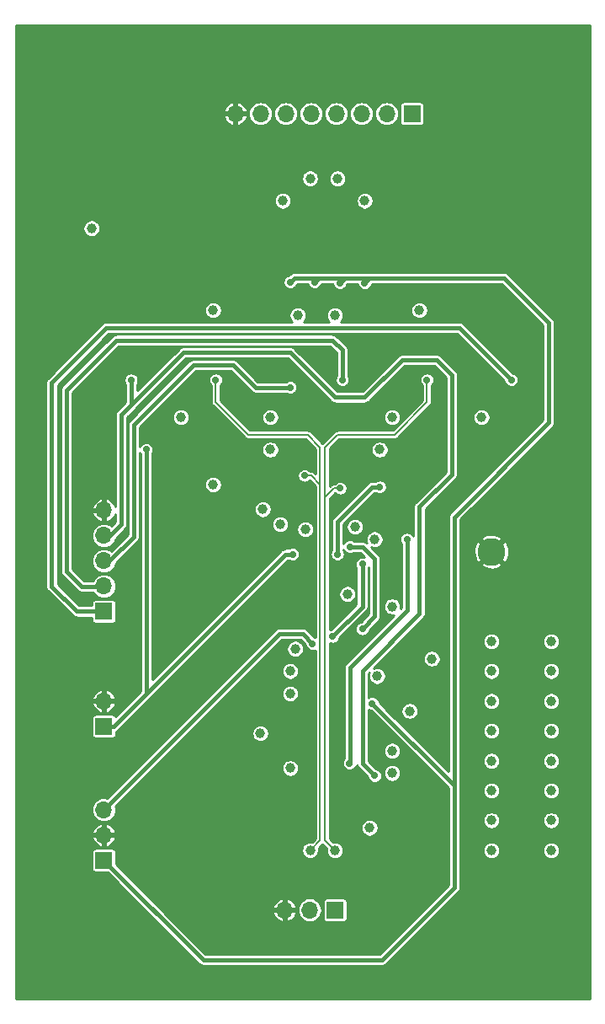
<source format=gbr>
G04 #@! TF.GenerationSoftware,KiCad,Pcbnew,5.1.4*
G04 #@! TF.CreationDate,2019-11-07T00:58:56-05:00*
G04 #@! TF.ProjectId,level-shifter-demo,6c657665-6c2d-4736-9869-667465722d64,rev?*
G04 #@! TF.SameCoordinates,Original*
G04 #@! TF.FileFunction,Copper,L2,Bot*
G04 #@! TF.FilePolarity,Positive*
%FSLAX46Y46*%
G04 Gerber Fmt 4.6, Leading zero omitted, Abs format (unit mm)*
G04 Created by KiCad (PCBNEW 5.1.4) date 2019-11-07 00:58:56*
%MOMM*%
%LPD*%
G04 APERTURE LIST*
%ADD10C,1.000000*%
%ADD11R,1.700000X1.700000*%
%ADD12O,1.700000X1.700000*%
%ADD13C,2.800000*%
%ADD14C,0.700000*%
%ADD15C,0.150000*%
%ADD16C,0.450000*%
%ADD17C,0.250000*%
G04 APERTURE END LIST*
D10*
X221000000Y-129750000D03*
X233250000Y-130250000D03*
X229500000Y-130250000D03*
X241750000Y-129750000D03*
D11*
X210000000Y-185000000D03*
D12*
X210000000Y-182460000D03*
X210000000Y-179920000D03*
D11*
X210000000Y-171540000D03*
D12*
X210000000Y-169000000D03*
D11*
X210000000Y-160000000D03*
D12*
X210000000Y-157460000D03*
X210000000Y-154920000D03*
X210000000Y-152380000D03*
X210000000Y-149840000D03*
X228170000Y-190000000D03*
X230710000Y-190000000D03*
D11*
X233250000Y-190000000D03*
X241000000Y-110000000D03*
D12*
X238460000Y-110000000D03*
X235920000Y-110000000D03*
X233380000Y-110000000D03*
X230840000Y-110000000D03*
X228300000Y-110000000D03*
X225760000Y-110000000D03*
X223220000Y-110000000D03*
D10*
X248000000Y-140500000D03*
X236250000Y-118750000D03*
X235250000Y-151500000D03*
X208750000Y-121500000D03*
X233250000Y-184000000D03*
X237250000Y-152750000D03*
D13*
X249000000Y-154000000D03*
D10*
X239000000Y-140500000D03*
X233500000Y-116500000D03*
X236750000Y-181750000D03*
X225750000Y-172250000D03*
X237750000Y-143750000D03*
X239000000Y-174000000D03*
X240750000Y-170000000D03*
X228750000Y-175750000D03*
X239000000Y-176250000D03*
X243000000Y-164750000D03*
X239000000Y-159500000D03*
X237500000Y-166500000D03*
X234500000Y-158250000D03*
X226750000Y-140500000D03*
X230750000Y-116500000D03*
X230750000Y-184000000D03*
X217750000Y-140500000D03*
X228000000Y-118750000D03*
X226750000Y-143750000D03*
X249000000Y-184000000D03*
X249000000Y-181000000D03*
X249000000Y-178000000D03*
X249000000Y-175000000D03*
X249000000Y-172000000D03*
X249000000Y-169000000D03*
X249000000Y-166000000D03*
X249000000Y-163000000D03*
X221000000Y-147250000D03*
X255000000Y-184000000D03*
X255000000Y-181000000D03*
X255000000Y-178000000D03*
X255000000Y-175000000D03*
X255000000Y-172000000D03*
X255000000Y-169000000D03*
X255000000Y-166000000D03*
X255000000Y-163000000D03*
X228750000Y-168250000D03*
X229250000Y-163750000D03*
X228750000Y-166000000D03*
X230250000Y-151750000D03*
X226000000Y-149750000D03*
X227750000Y-151250000D03*
D14*
X222500000Y-185000000D03*
X222500000Y-179750000D03*
X222500000Y-171500000D03*
X220250000Y-120750000D03*
X220250000Y-122750000D03*
X220250000Y-124750000D03*
X220250000Y-126750000D03*
X252000000Y-134500000D03*
X233000000Y-134500000D03*
X230750000Y-134500000D03*
X211750000Y-134500000D03*
X239250000Y-147500000D03*
X218250000Y-143250000D03*
X231000000Y-161750000D03*
X229500000Y-159000000D03*
X239250000Y-169250000D03*
X240750000Y-178750000D03*
X237250000Y-179000000D03*
X227901471Y-147000000D03*
X210750000Y-142000000D03*
X251000000Y-136750000D03*
X234719243Y-175250008D03*
X240500000Y-152750000D03*
X214250000Y-143750000D03*
X237750000Y-147500000D03*
X233500000Y-154250000D03*
X229000000Y-154250000D03*
X234000000Y-136750000D03*
X236000000Y-155250000D03*
X233000000Y-162500000D03*
X237000000Y-169250000D03*
X228750000Y-126925000D03*
X231201032Y-126925000D03*
X233750000Y-127000000D03*
X236250000Y-127000000D03*
X231000000Y-163250000D03*
X234750000Y-153500000D03*
X236000000Y-161750000D03*
X228750000Y-137500028D03*
X212750000Y-136750000D03*
X237250000Y-176500000D03*
X230198530Y-146350000D03*
X221250000Y-136750000D03*
X233775096Y-147621974D03*
X242500000Y-136750000D03*
D15*
X234750000Y-175219251D02*
X234719243Y-175250008D01*
D16*
X234750000Y-165625000D02*
X234750000Y-175219251D01*
X240500000Y-152750000D02*
X240500000Y-159875000D01*
X240500000Y-159875000D02*
X234750000Y-165625000D01*
X207250000Y-160000000D02*
X210000000Y-160000000D01*
X204750000Y-137000000D02*
X204750000Y-157500000D01*
X245750000Y-131500000D02*
X210250000Y-131500000D01*
X204750000Y-157500000D02*
X207250000Y-160000000D01*
X251000000Y-136750000D02*
X245750000Y-131500000D01*
X210250000Y-131500000D02*
X204750000Y-137000000D01*
X214250000Y-144244974D02*
X214250000Y-143750000D01*
X214250000Y-168290000D02*
X214250000Y-144244974D01*
X211000000Y-171540000D02*
X214250000Y-168290000D01*
X210000000Y-171540000D02*
X211000000Y-171540000D01*
X233500000Y-151000000D02*
X233500000Y-154250000D01*
X237750000Y-147500000D02*
X237000000Y-147500000D01*
X237000000Y-147500000D02*
X233500000Y-151000000D01*
X228290000Y-154250000D02*
X214250000Y-168290000D01*
X229000000Y-154250000D02*
X228290000Y-154250000D01*
X236000000Y-155250000D02*
X236000000Y-159500000D01*
X236000000Y-159500000D02*
X233000000Y-162500000D01*
X207750000Y-157500000D02*
X209960000Y-157500000D01*
X209960000Y-157500000D02*
X210000000Y-157460000D01*
X234000000Y-133750000D02*
X233000000Y-132750000D01*
X233000000Y-132750000D02*
X211250000Y-132750000D01*
X206250000Y-156000000D02*
X207750000Y-157500000D01*
X234000000Y-136750000D02*
X234000000Y-133750000D01*
X211250000Y-132750000D02*
X206250000Y-137750000D01*
X206250000Y-137750000D02*
X206250000Y-156000000D01*
X229175000Y-126500000D02*
X228750000Y-126925000D01*
X231626032Y-126500000D02*
X231201032Y-126925000D01*
X232000000Y-126500000D02*
X231626032Y-126500000D01*
X232000000Y-126500000D02*
X229175000Y-126500000D01*
D15*
X234500000Y-126500000D02*
X234250000Y-126500000D01*
D16*
X234250000Y-126500000D02*
X233750000Y-127000000D01*
X234500000Y-126500000D02*
X232000000Y-126500000D01*
D15*
X237250000Y-126500000D02*
X236750000Y-126500000D01*
D16*
X237250000Y-126500000D02*
X234500000Y-126500000D01*
X236750000Y-126500000D02*
X236250000Y-127000000D01*
D15*
X245250000Y-177500000D02*
X245250000Y-178000000D01*
D16*
X237000000Y-169250000D02*
X245250000Y-177500000D01*
X210000000Y-185000000D02*
X220000000Y-195000000D01*
X245250000Y-187750000D02*
X245250000Y-178000000D01*
X220000000Y-195000000D02*
X238000000Y-195000000D01*
X238000000Y-195000000D02*
X245250000Y-187750000D01*
X254750000Y-131000000D02*
X250250000Y-126500000D01*
X250250000Y-126500000D02*
X237250000Y-126500000D01*
X254750000Y-141027832D02*
X254750000Y-131000000D01*
X245250000Y-150527832D02*
X254750000Y-141027832D01*
X245250000Y-178000000D02*
X245250000Y-150527832D01*
D15*
X231000000Y-163250000D02*
X230997487Y-163250000D01*
D16*
X227670000Y-162250000D02*
X210000000Y-179920000D01*
X229997487Y-162250000D02*
X227670000Y-162250000D01*
X230997487Y-163250000D02*
X229997487Y-162250000D01*
X236000000Y-153500000D02*
X234750000Y-153500000D01*
X237250000Y-154750000D02*
X236000000Y-153500000D01*
X236000000Y-161750000D02*
X237250000Y-160500000D01*
X237250000Y-160500000D02*
X237250000Y-154750000D01*
X223000000Y-135250000D02*
X225250000Y-137500000D01*
X210580000Y-154920000D02*
X213000000Y-152500000D01*
X213000000Y-141250000D02*
X219000000Y-135250000D01*
X228749972Y-137500000D02*
X228750000Y-137500028D01*
X219000000Y-135250000D02*
X223000000Y-135250000D01*
X210000000Y-154920000D02*
X210580000Y-154920000D01*
X225250000Y-137500000D02*
X228749972Y-137500000D01*
X213000000Y-152500000D02*
X213000000Y-141250000D01*
X212750000Y-136750000D02*
X212750000Y-139250000D01*
X210620000Y-152380000D02*
X210000000Y-152380000D01*
X218000000Y-134000000D02*
X211750000Y-140250000D01*
X228750000Y-134000000D02*
X218000000Y-134000000D01*
X241750000Y-149500000D02*
X245000000Y-146250000D01*
X236000000Y-166000000D02*
X241750000Y-160250000D01*
X233250000Y-138500000D02*
X228750000Y-134000000D01*
X211750000Y-140250000D02*
X211750000Y-151250000D01*
X241750000Y-160250000D02*
X241750000Y-149500000D01*
X237250000Y-176500000D02*
X236000000Y-175250000D01*
X211750000Y-151250000D02*
X210620000Y-152380000D01*
X236000000Y-175250000D02*
X236000000Y-166000000D01*
X245000000Y-146250000D02*
X245000000Y-136250000D01*
X245000000Y-136250000D02*
X243500000Y-134750000D01*
X243500000Y-134750000D02*
X240000000Y-134750000D01*
X240000000Y-134750000D02*
X236250000Y-138500000D01*
X236250000Y-138500000D02*
X233250000Y-138500000D01*
D15*
X230750000Y-184000000D02*
X231750000Y-183000000D01*
X231750000Y-183000000D02*
X231750000Y-147750000D01*
X221250000Y-139000000D02*
X221250000Y-136750000D01*
X224500000Y-142250000D02*
X221250000Y-139000000D01*
X230500000Y-142250000D02*
X224500000Y-142250000D01*
X231750000Y-147750000D02*
X231750000Y-143500000D01*
X231750000Y-143500000D02*
X230500000Y-142250000D01*
X230850000Y-146350000D02*
X230198530Y-146350000D01*
X231750000Y-147750000D02*
X231750000Y-147250000D01*
X231750000Y-147250000D02*
X230850000Y-146350000D01*
X232250000Y-149150000D02*
X232250000Y-183000000D01*
X232250000Y-183000000D02*
X233250000Y-184000000D01*
X242500000Y-138250000D02*
X242500000Y-136750000D01*
X232250000Y-143500000D02*
X233500000Y-142250000D01*
X232250000Y-149150000D02*
X232250000Y-143500000D01*
X233500000Y-142250000D02*
X239250000Y-142250000D01*
X242500000Y-139000000D02*
X242500000Y-138250000D01*
X239250000Y-142250000D02*
X242500000Y-139000000D01*
X232250000Y-148500000D02*
X232250000Y-149150000D01*
X233775096Y-147621974D02*
X233128026Y-147621974D01*
X233128026Y-147621974D02*
X232250000Y-148500000D01*
D17*
G36*
X258875000Y-198875000D02*
G01*
X201125000Y-198875000D01*
X201125000Y-182777979D01*
X208816989Y-182777979D01*
X208839697Y-182852859D01*
X208938635Y-183071674D01*
X209078361Y-183266983D01*
X209253505Y-183431280D01*
X209457336Y-183558251D01*
X209682021Y-183643017D01*
X209871000Y-183584445D01*
X209871000Y-182589000D01*
X210129000Y-182589000D01*
X210129000Y-183584445D01*
X210317979Y-183643017D01*
X210542664Y-183558251D01*
X210746495Y-183431280D01*
X210921639Y-183266983D01*
X211061365Y-183071674D01*
X211160303Y-182852859D01*
X211183011Y-182777979D01*
X211123871Y-182589000D01*
X210129000Y-182589000D01*
X209871000Y-182589000D01*
X208876129Y-182589000D01*
X208816989Y-182777979D01*
X201125000Y-182777979D01*
X201125000Y-182142021D01*
X208816989Y-182142021D01*
X208876129Y-182331000D01*
X209871000Y-182331000D01*
X209871000Y-181335555D01*
X210129000Y-181335555D01*
X210129000Y-182331000D01*
X211123871Y-182331000D01*
X211183011Y-182142021D01*
X211160303Y-182067141D01*
X211061365Y-181848326D01*
X210921639Y-181653017D01*
X210746495Y-181488720D01*
X210542664Y-181361749D01*
X210317979Y-181276983D01*
X210129000Y-181335555D01*
X209871000Y-181335555D01*
X209682021Y-181276983D01*
X209457336Y-181361749D01*
X209253505Y-181488720D01*
X209078361Y-181653017D01*
X208938635Y-181848326D01*
X208839697Y-182067141D01*
X208816989Y-182142021D01*
X201125000Y-182142021D01*
X201125000Y-179920000D01*
X208769073Y-179920000D01*
X208792725Y-180160142D01*
X208862772Y-180391055D01*
X208976522Y-180603866D01*
X209129603Y-180790397D01*
X209316134Y-180943478D01*
X209528945Y-181057228D01*
X209759858Y-181127275D01*
X209939822Y-181145000D01*
X210060178Y-181145000D01*
X210240142Y-181127275D01*
X210471055Y-181057228D01*
X210683866Y-180943478D01*
X210870397Y-180790397D01*
X211023478Y-180603866D01*
X211137228Y-180391055D01*
X211207275Y-180160142D01*
X211230927Y-179920000D01*
X211207275Y-179679858D01*
X211179670Y-179588857D01*
X215104707Y-175663820D01*
X227875000Y-175663820D01*
X227875000Y-175836180D01*
X227908626Y-176005228D01*
X227974585Y-176164468D01*
X228070343Y-176307780D01*
X228192220Y-176429657D01*
X228335532Y-176525415D01*
X228494772Y-176591374D01*
X228663820Y-176625000D01*
X228836180Y-176625000D01*
X229005228Y-176591374D01*
X229164468Y-176525415D01*
X229307780Y-176429657D01*
X229429657Y-176307780D01*
X229525415Y-176164468D01*
X229591374Y-176005228D01*
X229625000Y-175836180D01*
X229625000Y-175663820D01*
X229591374Y-175494772D01*
X229525415Y-175335532D01*
X229429657Y-175192220D01*
X229307780Y-175070343D01*
X229164468Y-174974585D01*
X229005228Y-174908626D01*
X228836180Y-174875000D01*
X228663820Y-174875000D01*
X228494772Y-174908626D01*
X228335532Y-174974585D01*
X228192220Y-175070343D01*
X228070343Y-175192220D01*
X227974585Y-175335532D01*
X227908626Y-175494772D01*
X227875000Y-175663820D01*
X215104707Y-175663820D01*
X218604707Y-172163820D01*
X224875000Y-172163820D01*
X224875000Y-172336180D01*
X224908626Y-172505228D01*
X224974585Y-172664468D01*
X225070343Y-172807780D01*
X225192220Y-172929657D01*
X225335532Y-173025415D01*
X225494772Y-173091374D01*
X225663820Y-173125000D01*
X225836180Y-173125000D01*
X226005228Y-173091374D01*
X226164468Y-173025415D01*
X226307780Y-172929657D01*
X226429657Y-172807780D01*
X226525415Y-172664468D01*
X226591374Y-172505228D01*
X226625000Y-172336180D01*
X226625000Y-172163820D01*
X226591374Y-171994772D01*
X226525415Y-171835532D01*
X226429657Y-171692220D01*
X226307780Y-171570343D01*
X226164468Y-171474585D01*
X226005228Y-171408626D01*
X225836180Y-171375000D01*
X225663820Y-171375000D01*
X225494772Y-171408626D01*
X225335532Y-171474585D01*
X225192220Y-171570343D01*
X225070343Y-171692220D01*
X224974585Y-171835532D01*
X224908626Y-171994772D01*
X224875000Y-172163820D01*
X218604707Y-172163820D01*
X222604707Y-168163820D01*
X227875000Y-168163820D01*
X227875000Y-168336180D01*
X227908626Y-168505228D01*
X227974585Y-168664468D01*
X228070343Y-168807780D01*
X228192220Y-168929657D01*
X228335532Y-169025415D01*
X228494772Y-169091374D01*
X228663820Y-169125000D01*
X228836180Y-169125000D01*
X229005228Y-169091374D01*
X229164468Y-169025415D01*
X229307780Y-168929657D01*
X229429657Y-168807780D01*
X229525415Y-168664468D01*
X229591374Y-168505228D01*
X229625000Y-168336180D01*
X229625000Y-168163820D01*
X229591374Y-167994772D01*
X229525415Y-167835532D01*
X229429657Y-167692220D01*
X229307780Y-167570343D01*
X229164468Y-167474585D01*
X229005228Y-167408626D01*
X228836180Y-167375000D01*
X228663820Y-167375000D01*
X228494772Y-167408626D01*
X228335532Y-167474585D01*
X228192220Y-167570343D01*
X228070343Y-167692220D01*
X227974585Y-167835532D01*
X227908626Y-167994772D01*
X227875000Y-168163820D01*
X222604707Y-168163820D01*
X224854707Y-165913820D01*
X227875000Y-165913820D01*
X227875000Y-166086180D01*
X227908626Y-166255228D01*
X227974585Y-166414468D01*
X228070343Y-166557780D01*
X228192220Y-166679657D01*
X228335532Y-166775415D01*
X228494772Y-166841374D01*
X228663820Y-166875000D01*
X228836180Y-166875000D01*
X229005228Y-166841374D01*
X229164468Y-166775415D01*
X229307780Y-166679657D01*
X229429657Y-166557780D01*
X229525415Y-166414468D01*
X229591374Y-166255228D01*
X229625000Y-166086180D01*
X229625000Y-165913820D01*
X229591374Y-165744772D01*
X229525415Y-165585532D01*
X229429657Y-165442220D01*
X229307780Y-165320343D01*
X229164468Y-165224585D01*
X229005228Y-165158626D01*
X228836180Y-165125000D01*
X228663820Y-165125000D01*
X228494772Y-165158626D01*
X228335532Y-165224585D01*
X228192220Y-165320343D01*
X228070343Y-165442220D01*
X227974585Y-165585532D01*
X227908626Y-165744772D01*
X227875000Y-165913820D01*
X224854707Y-165913820D01*
X227104707Y-163663820D01*
X228375000Y-163663820D01*
X228375000Y-163836180D01*
X228408626Y-164005228D01*
X228474585Y-164164468D01*
X228570343Y-164307780D01*
X228692220Y-164429657D01*
X228835532Y-164525415D01*
X228994772Y-164591374D01*
X229163820Y-164625000D01*
X229336180Y-164625000D01*
X229505228Y-164591374D01*
X229664468Y-164525415D01*
X229807780Y-164429657D01*
X229929657Y-164307780D01*
X230025415Y-164164468D01*
X230091374Y-164005228D01*
X230125000Y-163836180D01*
X230125000Y-163663820D01*
X230091374Y-163494772D01*
X230025415Y-163335532D01*
X229929657Y-163192220D01*
X229807780Y-163070343D01*
X229664468Y-162974585D01*
X229505228Y-162908626D01*
X229336180Y-162875000D01*
X229163820Y-162875000D01*
X228994772Y-162908626D01*
X228835532Y-162974585D01*
X228692220Y-163070343D01*
X228570343Y-163192220D01*
X228474585Y-163335532D01*
X228408626Y-163494772D01*
X228375000Y-163663820D01*
X227104707Y-163663820D01*
X227918528Y-162850000D01*
X229748960Y-162850000D01*
X230288566Y-163389606D01*
X230302861Y-163461475D01*
X230357513Y-163593416D01*
X230436856Y-163712161D01*
X230537839Y-163813144D01*
X230656584Y-163892487D01*
X230788525Y-163947139D01*
X230928594Y-163975000D01*
X231071406Y-163975000D01*
X231211475Y-163947139D01*
X231300001Y-163910470D01*
X231300000Y-182813604D01*
X230963315Y-183150289D01*
X230836180Y-183125000D01*
X230663820Y-183125000D01*
X230494772Y-183158626D01*
X230335532Y-183224585D01*
X230192220Y-183320343D01*
X230070343Y-183442220D01*
X229974585Y-183585532D01*
X229908626Y-183744772D01*
X229875000Y-183913820D01*
X229875000Y-184086180D01*
X229908626Y-184255228D01*
X229974585Y-184414468D01*
X230070343Y-184557780D01*
X230192220Y-184679657D01*
X230335532Y-184775415D01*
X230494772Y-184841374D01*
X230663820Y-184875000D01*
X230836180Y-184875000D01*
X231005228Y-184841374D01*
X231164468Y-184775415D01*
X231307780Y-184679657D01*
X231429657Y-184557780D01*
X231525415Y-184414468D01*
X231591374Y-184255228D01*
X231625000Y-184086180D01*
X231625000Y-183913820D01*
X231599711Y-183786685D01*
X232000000Y-183386396D01*
X232400289Y-183786684D01*
X232375000Y-183913820D01*
X232375000Y-184086180D01*
X232408626Y-184255228D01*
X232474585Y-184414468D01*
X232570343Y-184557780D01*
X232692220Y-184679657D01*
X232835532Y-184775415D01*
X232994772Y-184841374D01*
X233163820Y-184875000D01*
X233336180Y-184875000D01*
X233505228Y-184841374D01*
X233664468Y-184775415D01*
X233807780Y-184679657D01*
X233929657Y-184557780D01*
X234025415Y-184414468D01*
X234091374Y-184255228D01*
X234125000Y-184086180D01*
X234125000Y-183913820D01*
X234091374Y-183744772D01*
X234025415Y-183585532D01*
X233929657Y-183442220D01*
X233807780Y-183320343D01*
X233664468Y-183224585D01*
X233505228Y-183158626D01*
X233336180Y-183125000D01*
X233163820Y-183125000D01*
X233036684Y-183150289D01*
X232700000Y-182813605D01*
X232700000Y-181663820D01*
X235875000Y-181663820D01*
X235875000Y-181836180D01*
X235908626Y-182005228D01*
X235974585Y-182164468D01*
X236070343Y-182307780D01*
X236192220Y-182429657D01*
X236335532Y-182525415D01*
X236494772Y-182591374D01*
X236663820Y-182625000D01*
X236836180Y-182625000D01*
X237005228Y-182591374D01*
X237164468Y-182525415D01*
X237307780Y-182429657D01*
X237429657Y-182307780D01*
X237525415Y-182164468D01*
X237591374Y-182005228D01*
X237625000Y-181836180D01*
X237625000Y-181663820D01*
X237591374Y-181494772D01*
X237525415Y-181335532D01*
X237429657Y-181192220D01*
X237307780Y-181070343D01*
X237164468Y-180974585D01*
X237005228Y-180908626D01*
X236836180Y-180875000D01*
X236663820Y-180875000D01*
X236494772Y-180908626D01*
X236335532Y-180974585D01*
X236192220Y-181070343D01*
X236070343Y-181192220D01*
X235974585Y-181335532D01*
X235908626Y-181494772D01*
X235875000Y-181663820D01*
X232700000Y-181663820D01*
X232700000Y-163160471D01*
X232788525Y-163197139D01*
X232928594Y-163225000D01*
X233071406Y-163225000D01*
X233211475Y-163197139D01*
X233343416Y-163142487D01*
X233462161Y-163063144D01*
X233563144Y-162962161D01*
X233642487Y-162843416D01*
X233697139Y-162711475D01*
X233712058Y-162636469D01*
X236403419Y-159945109D01*
X236426317Y-159926317D01*
X236501296Y-159834955D01*
X236557010Y-159730721D01*
X236591318Y-159617621D01*
X236600000Y-159529474D01*
X236602903Y-159500000D01*
X236600000Y-159470526D01*
X236600000Y-155657002D01*
X236642487Y-155593416D01*
X236650001Y-155575276D01*
X236650000Y-160251472D01*
X235863531Y-161037942D01*
X235788525Y-161052861D01*
X235656584Y-161107513D01*
X235537839Y-161186856D01*
X235436856Y-161287839D01*
X235357513Y-161406584D01*
X235302861Y-161538525D01*
X235275000Y-161678594D01*
X235275000Y-161821406D01*
X235302861Y-161961475D01*
X235357513Y-162093416D01*
X235436856Y-162212161D01*
X235537839Y-162313144D01*
X235656584Y-162392487D01*
X235788525Y-162447139D01*
X235928594Y-162475000D01*
X236071406Y-162475000D01*
X236211475Y-162447139D01*
X236343416Y-162392487D01*
X236462161Y-162313144D01*
X236563144Y-162212161D01*
X236642487Y-162093416D01*
X236697139Y-161961475D01*
X236712058Y-161886469D01*
X237653420Y-160945108D01*
X237676317Y-160926317D01*
X237751296Y-160834955D01*
X237807010Y-160730721D01*
X237841318Y-160617621D01*
X237850000Y-160529474D01*
X237850000Y-160529473D01*
X237852903Y-160500000D01*
X237850000Y-160470526D01*
X237850000Y-154779474D01*
X237852903Y-154750000D01*
X237841318Y-154632379D01*
X237826960Y-154585046D01*
X237807010Y-154519279D01*
X237751296Y-154415045D01*
X237676317Y-154323683D01*
X237653419Y-154304891D01*
X236901102Y-153552575D01*
X236994772Y-153591374D01*
X237163820Y-153625000D01*
X237336180Y-153625000D01*
X237505228Y-153591374D01*
X237664468Y-153525415D01*
X237807780Y-153429657D01*
X237929657Y-153307780D01*
X238025415Y-153164468D01*
X238091374Y-153005228D01*
X238125000Y-152836180D01*
X238125000Y-152663820D01*
X238091374Y-152494772D01*
X238025415Y-152335532D01*
X237929657Y-152192220D01*
X237807780Y-152070343D01*
X237664468Y-151974585D01*
X237505228Y-151908626D01*
X237336180Y-151875000D01*
X237163820Y-151875000D01*
X236994772Y-151908626D01*
X236835532Y-151974585D01*
X236692220Y-152070343D01*
X236570343Y-152192220D01*
X236474585Y-152335532D01*
X236408626Y-152494772D01*
X236375000Y-152663820D01*
X236375000Y-152836180D01*
X236408626Y-153005228D01*
X236447425Y-153098898D01*
X236445113Y-153096586D01*
X236426317Y-153073683D01*
X236334955Y-152998704D01*
X236230721Y-152942990D01*
X236117621Y-152908682D01*
X236029474Y-152900000D01*
X236000000Y-152897097D01*
X235970526Y-152900000D01*
X235157002Y-152900000D01*
X235093416Y-152857513D01*
X234961475Y-152802861D01*
X234821406Y-152775000D01*
X234678594Y-152775000D01*
X234538525Y-152802861D01*
X234406584Y-152857513D01*
X234287839Y-152936856D01*
X234186856Y-153037839D01*
X234107513Y-153156584D01*
X234100000Y-153174722D01*
X234100000Y-151413820D01*
X234375000Y-151413820D01*
X234375000Y-151586180D01*
X234408626Y-151755228D01*
X234474585Y-151914468D01*
X234570343Y-152057780D01*
X234692220Y-152179657D01*
X234835532Y-152275415D01*
X234994772Y-152341374D01*
X235163820Y-152375000D01*
X235336180Y-152375000D01*
X235505228Y-152341374D01*
X235664468Y-152275415D01*
X235807780Y-152179657D01*
X235929657Y-152057780D01*
X236025415Y-151914468D01*
X236091374Y-151755228D01*
X236125000Y-151586180D01*
X236125000Y-151413820D01*
X236091374Y-151244772D01*
X236025415Y-151085532D01*
X235929657Y-150942220D01*
X235807780Y-150820343D01*
X235664468Y-150724585D01*
X235505228Y-150658626D01*
X235336180Y-150625000D01*
X235163820Y-150625000D01*
X234994772Y-150658626D01*
X234835532Y-150724585D01*
X234692220Y-150820343D01*
X234570343Y-150942220D01*
X234474585Y-151085532D01*
X234408626Y-151244772D01*
X234375000Y-151413820D01*
X234100000Y-151413820D01*
X234100000Y-151248527D01*
X237248529Y-148100000D01*
X237342998Y-148100000D01*
X237406584Y-148142487D01*
X237538525Y-148197139D01*
X237678594Y-148225000D01*
X237821406Y-148225000D01*
X237961475Y-148197139D01*
X238093416Y-148142487D01*
X238212161Y-148063144D01*
X238313144Y-147962161D01*
X238392487Y-147843416D01*
X238447139Y-147711475D01*
X238475000Y-147571406D01*
X238475000Y-147428594D01*
X238447139Y-147288525D01*
X238392487Y-147156584D01*
X238313144Y-147037839D01*
X238212161Y-146936856D01*
X238093416Y-146857513D01*
X237961475Y-146802861D01*
X237821406Y-146775000D01*
X237678594Y-146775000D01*
X237538525Y-146802861D01*
X237406584Y-146857513D01*
X237342998Y-146900000D01*
X237029465Y-146900000D01*
X236999999Y-146897098D01*
X236970533Y-146900000D01*
X236970526Y-146900000D01*
X236893640Y-146907573D01*
X236882378Y-146908682D01*
X236848070Y-146919089D01*
X236769279Y-146942990D01*
X236665045Y-146998704D01*
X236573683Y-147073683D01*
X236554896Y-147096575D01*
X233096586Y-150554887D01*
X233073683Y-150573683D01*
X232998704Y-150665046D01*
X232942990Y-150769280D01*
X232926487Y-150823684D01*
X232908682Y-150882380D01*
X232897097Y-151000000D01*
X232900000Y-151029474D01*
X232900001Y-153842997D01*
X232857513Y-153906584D01*
X232802861Y-154038525D01*
X232775000Y-154178594D01*
X232775000Y-154321406D01*
X232802861Y-154461475D01*
X232857513Y-154593416D01*
X232936856Y-154712161D01*
X233037839Y-154813144D01*
X233156584Y-154892487D01*
X233288525Y-154947139D01*
X233428594Y-154975000D01*
X233571406Y-154975000D01*
X233711475Y-154947139D01*
X233843416Y-154892487D01*
X233962161Y-154813144D01*
X234063144Y-154712161D01*
X234142487Y-154593416D01*
X234197139Y-154461475D01*
X234225000Y-154321406D01*
X234225000Y-154178594D01*
X234197139Y-154038525D01*
X234142487Y-153906584D01*
X234100000Y-153842998D01*
X234100000Y-153825278D01*
X234107513Y-153843416D01*
X234186856Y-153962161D01*
X234287839Y-154063144D01*
X234406584Y-154142487D01*
X234538525Y-154197139D01*
X234678594Y-154225000D01*
X234821406Y-154225000D01*
X234961475Y-154197139D01*
X235093416Y-154142487D01*
X235157002Y-154100000D01*
X235751473Y-154100000D01*
X236202560Y-154551088D01*
X236071406Y-154525000D01*
X235928594Y-154525000D01*
X235788525Y-154552861D01*
X235656584Y-154607513D01*
X235537839Y-154686856D01*
X235436856Y-154787839D01*
X235357513Y-154906584D01*
X235302861Y-155038525D01*
X235275000Y-155178594D01*
X235275000Y-155321406D01*
X235302861Y-155461475D01*
X235357513Y-155593416D01*
X235400000Y-155657002D01*
X235400001Y-159251471D01*
X232863531Y-161787942D01*
X232788525Y-161802861D01*
X232700000Y-161839529D01*
X232700000Y-158163820D01*
X233625000Y-158163820D01*
X233625000Y-158336180D01*
X233658626Y-158505228D01*
X233724585Y-158664468D01*
X233820343Y-158807780D01*
X233942220Y-158929657D01*
X234085532Y-159025415D01*
X234244772Y-159091374D01*
X234413820Y-159125000D01*
X234586180Y-159125000D01*
X234755228Y-159091374D01*
X234914468Y-159025415D01*
X235057780Y-158929657D01*
X235179657Y-158807780D01*
X235275415Y-158664468D01*
X235341374Y-158505228D01*
X235375000Y-158336180D01*
X235375000Y-158163820D01*
X235341374Y-157994772D01*
X235275415Y-157835532D01*
X235179657Y-157692220D01*
X235057780Y-157570343D01*
X234914468Y-157474585D01*
X234755228Y-157408626D01*
X234586180Y-157375000D01*
X234413820Y-157375000D01*
X234244772Y-157408626D01*
X234085532Y-157474585D01*
X233942220Y-157570343D01*
X233820343Y-157692220D01*
X233724585Y-157835532D01*
X233658626Y-157994772D01*
X233625000Y-158163820D01*
X232700000Y-158163820D01*
X232700000Y-148686395D01*
X233257106Y-148129289D01*
X233312935Y-148185118D01*
X233431680Y-148264461D01*
X233563621Y-148319113D01*
X233703690Y-148346974D01*
X233846502Y-148346974D01*
X233986571Y-148319113D01*
X234118512Y-148264461D01*
X234237257Y-148185118D01*
X234338240Y-148084135D01*
X234417583Y-147965390D01*
X234472235Y-147833449D01*
X234500096Y-147693380D01*
X234500096Y-147550568D01*
X234472235Y-147410499D01*
X234417583Y-147278558D01*
X234338240Y-147159813D01*
X234237257Y-147058830D01*
X234118512Y-146979487D01*
X233986571Y-146924835D01*
X233846502Y-146896974D01*
X233703690Y-146896974D01*
X233563621Y-146924835D01*
X233431680Y-146979487D01*
X233312935Y-147058830D01*
X233211952Y-147159813D01*
X233203826Y-147171974D01*
X233150117Y-147171974D01*
X233128025Y-147169798D01*
X233105933Y-147171974D01*
X233105921Y-147171974D01*
X233039811Y-147178485D01*
X232954985Y-147204217D01*
X232876809Y-147246003D01*
X232825458Y-147288146D01*
X232825454Y-147288150D01*
X232808289Y-147302237D01*
X232794202Y-147319402D01*
X232700000Y-147413604D01*
X232700000Y-143686395D01*
X232722575Y-143663820D01*
X236875000Y-143663820D01*
X236875000Y-143836180D01*
X236908626Y-144005228D01*
X236974585Y-144164468D01*
X237070343Y-144307780D01*
X237192220Y-144429657D01*
X237335532Y-144525415D01*
X237494772Y-144591374D01*
X237663820Y-144625000D01*
X237836180Y-144625000D01*
X238005228Y-144591374D01*
X238164468Y-144525415D01*
X238307780Y-144429657D01*
X238429657Y-144307780D01*
X238525415Y-144164468D01*
X238591374Y-144005228D01*
X238625000Y-143836180D01*
X238625000Y-143663820D01*
X238591374Y-143494772D01*
X238525415Y-143335532D01*
X238429657Y-143192220D01*
X238307780Y-143070343D01*
X238164468Y-142974585D01*
X238005228Y-142908626D01*
X237836180Y-142875000D01*
X237663820Y-142875000D01*
X237494772Y-142908626D01*
X237335532Y-142974585D01*
X237192220Y-143070343D01*
X237070343Y-143192220D01*
X236974585Y-143335532D01*
X236908626Y-143494772D01*
X236875000Y-143663820D01*
X232722575Y-143663820D01*
X233686396Y-142700000D01*
X239227906Y-142700000D01*
X239250000Y-142702176D01*
X239272094Y-142700000D01*
X239272105Y-142700000D01*
X239338215Y-142693489D01*
X239423041Y-142667757D01*
X239501216Y-142625971D01*
X239569737Y-142569737D01*
X239583829Y-142552566D01*
X242802573Y-139333823D01*
X242819737Y-139319737D01*
X242833824Y-139302572D01*
X242833828Y-139302568D01*
X242875971Y-139251217D01*
X242917757Y-139173041D01*
X242939033Y-139102903D01*
X242943489Y-139088215D01*
X242950000Y-139022105D01*
X242950000Y-139022095D01*
X242952176Y-139000001D01*
X242950000Y-138977906D01*
X242950000Y-137321270D01*
X242962161Y-137313144D01*
X243063144Y-137212161D01*
X243142487Y-137093416D01*
X243197139Y-136961475D01*
X243225000Y-136821406D01*
X243225000Y-136678594D01*
X243197139Y-136538525D01*
X243142487Y-136406584D01*
X243063144Y-136287839D01*
X242962161Y-136186856D01*
X242843416Y-136107513D01*
X242711475Y-136052861D01*
X242571406Y-136025000D01*
X242428594Y-136025000D01*
X242288525Y-136052861D01*
X242156584Y-136107513D01*
X242037839Y-136186856D01*
X241936856Y-136287839D01*
X241857513Y-136406584D01*
X241802861Y-136538525D01*
X241775000Y-136678594D01*
X241775000Y-136821406D01*
X241802861Y-136961475D01*
X241857513Y-137093416D01*
X241936856Y-137212161D01*
X242037839Y-137313144D01*
X242050001Y-137321270D01*
X242050000Y-138272104D01*
X242050001Y-138272114D01*
X242050000Y-138813604D01*
X239063605Y-141800000D01*
X233522094Y-141800000D01*
X233500000Y-141797824D01*
X233477905Y-141800000D01*
X233477895Y-141800000D01*
X233411785Y-141806511D01*
X233326959Y-141832243D01*
X233248783Y-141874029D01*
X233197432Y-141916172D01*
X233197428Y-141916176D01*
X233180263Y-141930263D01*
X233166176Y-141947428D01*
X232000000Y-143113604D01*
X230833827Y-141947432D01*
X230819737Y-141930263D01*
X230751216Y-141874029D01*
X230673041Y-141832243D01*
X230588215Y-141806511D01*
X230522105Y-141800000D01*
X230522094Y-141800000D01*
X230500000Y-141797824D01*
X230477906Y-141800000D01*
X224686396Y-141800000D01*
X223300216Y-140413820D01*
X225875000Y-140413820D01*
X225875000Y-140586180D01*
X225908626Y-140755228D01*
X225974585Y-140914468D01*
X226070343Y-141057780D01*
X226192220Y-141179657D01*
X226335532Y-141275415D01*
X226494772Y-141341374D01*
X226663820Y-141375000D01*
X226836180Y-141375000D01*
X227005228Y-141341374D01*
X227164468Y-141275415D01*
X227307780Y-141179657D01*
X227429657Y-141057780D01*
X227525415Y-140914468D01*
X227591374Y-140755228D01*
X227625000Y-140586180D01*
X227625000Y-140413820D01*
X238125000Y-140413820D01*
X238125000Y-140586180D01*
X238158626Y-140755228D01*
X238224585Y-140914468D01*
X238320343Y-141057780D01*
X238442220Y-141179657D01*
X238585532Y-141275415D01*
X238744772Y-141341374D01*
X238913820Y-141375000D01*
X239086180Y-141375000D01*
X239255228Y-141341374D01*
X239414468Y-141275415D01*
X239557780Y-141179657D01*
X239679657Y-141057780D01*
X239775415Y-140914468D01*
X239841374Y-140755228D01*
X239875000Y-140586180D01*
X239875000Y-140413820D01*
X239841374Y-140244772D01*
X239775415Y-140085532D01*
X239679657Y-139942220D01*
X239557780Y-139820343D01*
X239414468Y-139724585D01*
X239255228Y-139658626D01*
X239086180Y-139625000D01*
X238913820Y-139625000D01*
X238744772Y-139658626D01*
X238585532Y-139724585D01*
X238442220Y-139820343D01*
X238320343Y-139942220D01*
X238224585Y-140085532D01*
X238158626Y-140244772D01*
X238125000Y-140413820D01*
X227625000Y-140413820D01*
X227591374Y-140244772D01*
X227525415Y-140085532D01*
X227429657Y-139942220D01*
X227307780Y-139820343D01*
X227164468Y-139724585D01*
X227005228Y-139658626D01*
X226836180Y-139625000D01*
X226663820Y-139625000D01*
X226494772Y-139658626D01*
X226335532Y-139724585D01*
X226192220Y-139820343D01*
X226070343Y-139942220D01*
X225974585Y-140085532D01*
X225908626Y-140244772D01*
X225875000Y-140413820D01*
X223300216Y-140413820D01*
X221700000Y-138813605D01*
X221700000Y-137321270D01*
X221712161Y-137313144D01*
X221813144Y-137212161D01*
X221892487Y-137093416D01*
X221947139Y-136961475D01*
X221975000Y-136821406D01*
X221975000Y-136678594D01*
X221947139Y-136538525D01*
X221892487Y-136406584D01*
X221813144Y-136287839D01*
X221712161Y-136186856D01*
X221593416Y-136107513D01*
X221461475Y-136052861D01*
X221321406Y-136025000D01*
X221178594Y-136025000D01*
X221038525Y-136052861D01*
X220906584Y-136107513D01*
X220787839Y-136186856D01*
X220686856Y-136287839D01*
X220607513Y-136406584D01*
X220552861Y-136538525D01*
X220525000Y-136678594D01*
X220525000Y-136821406D01*
X220552861Y-136961475D01*
X220607513Y-137093416D01*
X220686856Y-137212161D01*
X220787839Y-137313144D01*
X220800001Y-137321270D01*
X220800000Y-138977905D01*
X220797824Y-139000000D01*
X220800000Y-139022094D01*
X220800000Y-139022104D01*
X220806511Y-139088214D01*
X220810967Y-139102903D01*
X220832243Y-139173040D01*
X220874029Y-139251216D01*
X220897220Y-139279474D01*
X220930263Y-139319737D01*
X220947434Y-139333829D01*
X224166176Y-142552572D01*
X224180263Y-142569737D01*
X224197428Y-142583824D01*
X224197432Y-142583828D01*
X224248783Y-142625971D01*
X224326959Y-142667757D01*
X224411785Y-142693489D01*
X224477895Y-142700000D01*
X224477905Y-142700000D01*
X224499999Y-142702176D01*
X224522094Y-142700000D01*
X230313605Y-142700000D01*
X231300001Y-143686397D01*
X231300000Y-146163605D01*
X231183829Y-146047433D01*
X231169737Y-146030263D01*
X231101216Y-145974029D01*
X231023041Y-145932243D01*
X230938215Y-145906511D01*
X230872105Y-145900000D01*
X230872094Y-145900000D01*
X230850000Y-145897824D01*
X230827906Y-145900000D01*
X230769800Y-145900000D01*
X230761674Y-145887839D01*
X230660691Y-145786856D01*
X230541946Y-145707513D01*
X230410005Y-145652861D01*
X230269936Y-145625000D01*
X230127124Y-145625000D01*
X229987055Y-145652861D01*
X229855114Y-145707513D01*
X229736369Y-145786856D01*
X229635386Y-145887839D01*
X229556043Y-146006584D01*
X229501391Y-146138525D01*
X229473530Y-146278594D01*
X229473530Y-146421406D01*
X229501391Y-146561475D01*
X229556043Y-146693416D01*
X229635386Y-146812161D01*
X229736369Y-146913144D01*
X229855114Y-146992487D01*
X229987055Y-147047139D01*
X230127124Y-147075000D01*
X230269936Y-147075000D01*
X230410005Y-147047139D01*
X230541946Y-146992487D01*
X230660691Y-146913144D01*
X230718720Y-146855115D01*
X231300000Y-147436396D01*
X231300000Y-147772104D01*
X231300001Y-147772114D01*
X231300001Y-162589530D01*
X231211475Y-162552861D01*
X231133332Y-162537318D01*
X230442600Y-161846586D01*
X230423804Y-161823683D01*
X230332442Y-161748704D01*
X230228208Y-161692990D01*
X230115108Y-161658682D01*
X230026961Y-161650000D01*
X229997487Y-161647097D01*
X229968013Y-161650000D01*
X227699476Y-161650000D01*
X227670000Y-161647097D01*
X227552379Y-161658681D01*
X227439279Y-161692990D01*
X227335045Y-161748704D01*
X227243683Y-161823683D01*
X227224891Y-161846581D01*
X210331143Y-178740330D01*
X210240142Y-178712725D01*
X210060178Y-178695000D01*
X209939822Y-178695000D01*
X209759858Y-178712725D01*
X209528945Y-178782772D01*
X209316134Y-178896522D01*
X209129603Y-179049603D01*
X208976522Y-179236134D01*
X208862772Y-179448945D01*
X208792725Y-179679858D01*
X208769073Y-179920000D01*
X201125000Y-179920000D01*
X201125000Y-169317979D01*
X208816989Y-169317979D01*
X208839697Y-169392859D01*
X208938635Y-169611674D01*
X209078361Y-169806983D01*
X209253505Y-169971280D01*
X209457336Y-170098251D01*
X209682021Y-170183017D01*
X209871000Y-170124445D01*
X209871000Y-169129000D01*
X210129000Y-169129000D01*
X210129000Y-170124445D01*
X210317979Y-170183017D01*
X210542664Y-170098251D01*
X210746495Y-169971280D01*
X210921639Y-169806983D01*
X211061365Y-169611674D01*
X211160303Y-169392859D01*
X211183011Y-169317979D01*
X211123871Y-169129000D01*
X210129000Y-169129000D01*
X209871000Y-169129000D01*
X208876129Y-169129000D01*
X208816989Y-169317979D01*
X201125000Y-169317979D01*
X201125000Y-168682021D01*
X208816989Y-168682021D01*
X208876129Y-168871000D01*
X209871000Y-168871000D01*
X209871000Y-167875555D01*
X210129000Y-167875555D01*
X210129000Y-168871000D01*
X211123871Y-168871000D01*
X211183011Y-168682021D01*
X211160303Y-168607141D01*
X211061365Y-168388326D01*
X210921639Y-168193017D01*
X210746495Y-168028720D01*
X210542664Y-167901749D01*
X210317979Y-167816983D01*
X210129000Y-167875555D01*
X209871000Y-167875555D01*
X209682021Y-167816983D01*
X209457336Y-167901749D01*
X209253505Y-168028720D01*
X209078361Y-168193017D01*
X208938635Y-168388326D01*
X208839697Y-168607141D01*
X208816989Y-168682021D01*
X201125000Y-168682021D01*
X201125000Y-137000000D01*
X204147097Y-137000000D01*
X204150000Y-137029474D01*
X204150001Y-157470516D01*
X204147097Y-157500000D01*
X204158682Y-157617620D01*
X204180857Y-157690720D01*
X204192991Y-157730721D01*
X204248705Y-157834955D01*
X204323684Y-157926317D01*
X204346582Y-157945109D01*
X206804891Y-160403419D01*
X206823683Y-160426317D01*
X206915045Y-160501296D01*
X207019279Y-160557010D01*
X207111403Y-160584955D01*
X207132379Y-160591318D01*
X207250000Y-160602903D01*
X207279474Y-160600000D01*
X208773186Y-160600000D01*
X208773186Y-160850000D01*
X208780426Y-160923513D01*
X208801869Y-160994200D01*
X208836691Y-161059347D01*
X208883552Y-161116448D01*
X208940653Y-161163309D01*
X209005800Y-161198131D01*
X209076487Y-161219574D01*
X209150000Y-161226814D01*
X210850000Y-161226814D01*
X210923513Y-161219574D01*
X210994200Y-161198131D01*
X211059347Y-161163309D01*
X211116448Y-161116448D01*
X211163309Y-161059347D01*
X211198131Y-160994200D01*
X211219574Y-160923513D01*
X211226814Y-160850000D01*
X211226814Y-159150000D01*
X211219574Y-159076487D01*
X211198131Y-159005800D01*
X211163309Y-158940653D01*
X211116448Y-158883552D01*
X211059347Y-158836691D01*
X210994200Y-158801869D01*
X210923513Y-158780426D01*
X210850000Y-158773186D01*
X209150000Y-158773186D01*
X209076487Y-158780426D01*
X209005800Y-158801869D01*
X208940653Y-158836691D01*
X208883552Y-158883552D01*
X208836691Y-158940653D01*
X208801869Y-159005800D01*
X208780426Y-159076487D01*
X208773186Y-159150000D01*
X208773186Y-159400000D01*
X207498528Y-159400000D01*
X205350000Y-157251473D01*
X205350000Y-137750000D01*
X205647097Y-137750000D01*
X205650000Y-137779474D01*
X205650001Y-155970516D01*
X205647097Y-156000000D01*
X205658682Y-156117620D01*
X205661611Y-156127275D01*
X205692991Y-156230721D01*
X205748705Y-156334955D01*
X205823684Y-156426317D01*
X205846581Y-156445108D01*
X207304896Y-157903425D01*
X207323683Y-157926317D01*
X207415045Y-158001296D01*
X207519279Y-158057010D01*
X207598070Y-158080911D01*
X207632378Y-158091318D01*
X207749999Y-158102903D01*
X207779473Y-158100000D01*
X208953075Y-158100000D01*
X208976522Y-158143866D01*
X209129603Y-158330397D01*
X209316134Y-158483478D01*
X209528945Y-158597228D01*
X209759858Y-158667275D01*
X209939822Y-158685000D01*
X210060178Y-158685000D01*
X210240142Y-158667275D01*
X210471055Y-158597228D01*
X210683866Y-158483478D01*
X210870397Y-158330397D01*
X211023478Y-158143866D01*
X211137228Y-157931055D01*
X211207275Y-157700142D01*
X211230927Y-157460000D01*
X211207275Y-157219858D01*
X211137228Y-156988945D01*
X211023478Y-156776134D01*
X210870397Y-156589603D01*
X210683866Y-156436522D01*
X210471055Y-156322772D01*
X210240142Y-156252725D01*
X210060178Y-156235000D01*
X209939822Y-156235000D01*
X209759858Y-156252725D01*
X209528945Y-156322772D01*
X209316134Y-156436522D01*
X209129603Y-156589603D01*
X208976522Y-156776134D01*
X208910314Y-156900000D01*
X207998529Y-156900000D01*
X206850000Y-155751473D01*
X206850000Y-154920000D01*
X208769073Y-154920000D01*
X208792725Y-155160142D01*
X208862772Y-155391055D01*
X208976522Y-155603866D01*
X209129603Y-155790397D01*
X209316134Y-155943478D01*
X209528945Y-156057228D01*
X209759858Y-156127275D01*
X209939822Y-156145000D01*
X210060178Y-156145000D01*
X210240142Y-156127275D01*
X210471055Y-156057228D01*
X210683866Y-155943478D01*
X210870397Y-155790397D01*
X211023478Y-155603866D01*
X211137228Y-155391055D01*
X211207275Y-155160142D01*
X211209339Y-155139188D01*
X213403420Y-152945108D01*
X213426317Y-152926317D01*
X213501296Y-152834955D01*
X213537603Y-152767029D01*
X213557010Y-152730722D01*
X213591318Y-152617621D01*
X213602903Y-152500000D01*
X213600000Y-152470526D01*
X213600000Y-144075278D01*
X213607513Y-144093416D01*
X213650000Y-144157002D01*
X213650000Y-144274447D01*
X213650001Y-144274457D01*
X213650000Y-168041472D01*
X211179858Y-170511614D01*
X211163309Y-170480653D01*
X211116448Y-170423552D01*
X211059347Y-170376691D01*
X210994200Y-170341869D01*
X210923513Y-170320426D01*
X210850000Y-170313186D01*
X209150000Y-170313186D01*
X209076487Y-170320426D01*
X209005800Y-170341869D01*
X208940653Y-170376691D01*
X208883552Y-170423552D01*
X208836691Y-170480653D01*
X208801869Y-170545800D01*
X208780426Y-170616487D01*
X208773186Y-170690000D01*
X208773186Y-172390000D01*
X208780426Y-172463513D01*
X208801869Y-172534200D01*
X208836691Y-172599347D01*
X208883552Y-172656448D01*
X208940653Y-172703309D01*
X209005800Y-172738131D01*
X209076487Y-172759574D01*
X209150000Y-172766814D01*
X210850000Y-172766814D01*
X210923513Y-172759574D01*
X210994200Y-172738131D01*
X211059347Y-172703309D01*
X211116448Y-172656448D01*
X211163309Y-172599347D01*
X211198131Y-172534200D01*
X211219574Y-172463513D01*
X211226814Y-172390000D01*
X211226814Y-172098195D01*
X211230721Y-172097010D01*
X211334955Y-172041296D01*
X211426317Y-171966317D01*
X211445113Y-171943414D01*
X214653420Y-168735108D01*
X214676317Y-168716317D01*
X214695113Y-168693414D01*
X228538529Y-154850000D01*
X228592998Y-154850000D01*
X228656584Y-154892487D01*
X228788525Y-154947139D01*
X228928594Y-154975000D01*
X229071406Y-154975000D01*
X229211475Y-154947139D01*
X229343416Y-154892487D01*
X229462161Y-154813144D01*
X229563144Y-154712161D01*
X229642487Y-154593416D01*
X229697139Y-154461475D01*
X229725000Y-154321406D01*
X229725000Y-154178594D01*
X229697139Y-154038525D01*
X229642487Y-153906584D01*
X229563144Y-153787839D01*
X229462161Y-153686856D01*
X229343416Y-153607513D01*
X229211475Y-153552861D01*
X229071406Y-153525000D01*
X228928594Y-153525000D01*
X228788525Y-153552861D01*
X228656584Y-153607513D01*
X228592998Y-153650000D01*
X228319465Y-153650000D01*
X228289999Y-153647098D01*
X228260533Y-153650000D01*
X228260526Y-153650000D01*
X228183640Y-153657573D01*
X228172378Y-153658682D01*
X228138070Y-153669089D01*
X228059279Y-153692990D01*
X227955045Y-153748704D01*
X227863683Y-153823683D01*
X227844896Y-153846575D01*
X214850000Y-166841473D01*
X214850000Y-151163820D01*
X226875000Y-151163820D01*
X226875000Y-151336180D01*
X226908626Y-151505228D01*
X226974585Y-151664468D01*
X227070343Y-151807780D01*
X227192220Y-151929657D01*
X227335532Y-152025415D01*
X227494772Y-152091374D01*
X227663820Y-152125000D01*
X227836180Y-152125000D01*
X228005228Y-152091374D01*
X228164468Y-152025415D01*
X228307780Y-151929657D01*
X228429657Y-151807780D01*
X228525415Y-151664468D01*
X228525683Y-151663820D01*
X229375000Y-151663820D01*
X229375000Y-151836180D01*
X229408626Y-152005228D01*
X229474585Y-152164468D01*
X229570343Y-152307780D01*
X229692220Y-152429657D01*
X229835532Y-152525415D01*
X229994772Y-152591374D01*
X230163820Y-152625000D01*
X230336180Y-152625000D01*
X230505228Y-152591374D01*
X230664468Y-152525415D01*
X230807780Y-152429657D01*
X230929657Y-152307780D01*
X231025415Y-152164468D01*
X231091374Y-152005228D01*
X231125000Y-151836180D01*
X231125000Y-151663820D01*
X231091374Y-151494772D01*
X231025415Y-151335532D01*
X230929657Y-151192220D01*
X230807780Y-151070343D01*
X230664468Y-150974585D01*
X230505228Y-150908626D01*
X230336180Y-150875000D01*
X230163820Y-150875000D01*
X229994772Y-150908626D01*
X229835532Y-150974585D01*
X229692220Y-151070343D01*
X229570343Y-151192220D01*
X229474585Y-151335532D01*
X229408626Y-151494772D01*
X229375000Y-151663820D01*
X228525683Y-151663820D01*
X228591374Y-151505228D01*
X228625000Y-151336180D01*
X228625000Y-151163820D01*
X228591374Y-150994772D01*
X228525415Y-150835532D01*
X228429657Y-150692220D01*
X228307780Y-150570343D01*
X228164468Y-150474585D01*
X228005228Y-150408626D01*
X227836180Y-150375000D01*
X227663820Y-150375000D01*
X227494772Y-150408626D01*
X227335532Y-150474585D01*
X227192220Y-150570343D01*
X227070343Y-150692220D01*
X226974585Y-150835532D01*
X226908626Y-150994772D01*
X226875000Y-151163820D01*
X214850000Y-151163820D01*
X214850000Y-149663820D01*
X225125000Y-149663820D01*
X225125000Y-149836180D01*
X225158626Y-150005228D01*
X225224585Y-150164468D01*
X225320343Y-150307780D01*
X225442220Y-150429657D01*
X225585532Y-150525415D01*
X225744772Y-150591374D01*
X225913820Y-150625000D01*
X226086180Y-150625000D01*
X226255228Y-150591374D01*
X226414468Y-150525415D01*
X226557780Y-150429657D01*
X226679657Y-150307780D01*
X226775415Y-150164468D01*
X226841374Y-150005228D01*
X226875000Y-149836180D01*
X226875000Y-149663820D01*
X226841374Y-149494772D01*
X226775415Y-149335532D01*
X226679657Y-149192220D01*
X226557780Y-149070343D01*
X226414468Y-148974585D01*
X226255228Y-148908626D01*
X226086180Y-148875000D01*
X225913820Y-148875000D01*
X225744772Y-148908626D01*
X225585532Y-148974585D01*
X225442220Y-149070343D01*
X225320343Y-149192220D01*
X225224585Y-149335532D01*
X225158626Y-149494772D01*
X225125000Y-149663820D01*
X214850000Y-149663820D01*
X214850000Y-147163820D01*
X220125000Y-147163820D01*
X220125000Y-147336180D01*
X220158626Y-147505228D01*
X220224585Y-147664468D01*
X220320343Y-147807780D01*
X220442220Y-147929657D01*
X220585532Y-148025415D01*
X220744772Y-148091374D01*
X220913820Y-148125000D01*
X221086180Y-148125000D01*
X221255228Y-148091374D01*
X221414468Y-148025415D01*
X221557780Y-147929657D01*
X221679657Y-147807780D01*
X221775415Y-147664468D01*
X221841374Y-147505228D01*
X221875000Y-147336180D01*
X221875000Y-147163820D01*
X221841374Y-146994772D01*
X221775415Y-146835532D01*
X221679657Y-146692220D01*
X221557780Y-146570343D01*
X221414468Y-146474585D01*
X221255228Y-146408626D01*
X221086180Y-146375000D01*
X220913820Y-146375000D01*
X220744772Y-146408626D01*
X220585532Y-146474585D01*
X220442220Y-146570343D01*
X220320343Y-146692220D01*
X220224585Y-146835532D01*
X220158626Y-146994772D01*
X220125000Y-147163820D01*
X214850000Y-147163820D01*
X214850000Y-144157002D01*
X214892487Y-144093416D01*
X214947139Y-143961475D01*
X214975000Y-143821406D01*
X214975000Y-143678594D01*
X214972062Y-143663820D01*
X225875000Y-143663820D01*
X225875000Y-143836180D01*
X225908626Y-144005228D01*
X225974585Y-144164468D01*
X226070343Y-144307780D01*
X226192220Y-144429657D01*
X226335532Y-144525415D01*
X226494772Y-144591374D01*
X226663820Y-144625000D01*
X226836180Y-144625000D01*
X227005228Y-144591374D01*
X227164468Y-144525415D01*
X227307780Y-144429657D01*
X227429657Y-144307780D01*
X227525415Y-144164468D01*
X227591374Y-144005228D01*
X227625000Y-143836180D01*
X227625000Y-143663820D01*
X227591374Y-143494772D01*
X227525415Y-143335532D01*
X227429657Y-143192220D01*
X227307780Y-143070343D01*
X227164468Y-142974585D01*
X227005228Y-142908626D01*
X226836180Y-142875000D01*
X226663820Y-142875000D01*
X226494772Y-142908626D01*
X226335532Y-142974585D01*
X226192220Y-143070343D01*
X226070343Y-143192220D01*
X225974585Y-143335532D01*
X225908626Y-143494772D01*
X225875000Y-143663820D01*
X214972062Y-143663820D01*
X214947139Y-143538525D01*
X214892487Y-143406584D01*
X214813144Y-143287839D01*
X214712161Y-143186856D01*
X214593416Y-143107513D01*
X214461475Y-143052861D01*
X214321406Y-143025000D01*
X214178594Y-143025000D01*
X214038525Y-143052861D01*
X213906584Y-143107513D01*
X213787839Y-143186856D01*
X213686856Y-143287839D01*
X213607513Y-143406584D01*
X213600000Y-143424722D01*
X213600000Y-141498527D01*
X214684707Y-140413820D01*
X216875000Y-140413820D01*
X216875000Y-140586180D01*
X216908626Y-140755228D01*
X216974585Y-140914468D01*
X217070343Y-141057780D01*
X217192220Y-141179657D01*
X217335532Y-141275415D01*
X217494772Y-141341374D01*
X217663820Y-141375000D01*
X217836180Y-141375000D01*
X218005228Y-141341374D01*
X218164468Y-141275415D01*
X218307780Y-141179657D01*
X218429657Y-141057780D01*
X218525415Y-140914468D01*
X218591374Y-140755228D01*
X218625000Y-140586180D01*
X218625000Y-140413820D01*
X218591374Y-140244772D01*
X218525415Y-140085532D01*
X218429657Y-139942220D01*
X218307780Y-139820343D01*
X218164468Y-139724585D01*
X218005228Y-139658626D01*
X217836180Y-139625000D01*
X217663820Y-139625000D01*
X217494772Y-139658626D01*
X217335532Y-139724585D01*
X217192220Y-139820343D01*
X217070343Y-139942220D01*
X216974585Y-140085532D01*
X216908626Y-140244772D01*
X216875000Y-140413820D01*
X214684707Y-140413820D01*
X219248529Y-135850000D01*
X222751473Y-135850000D01*
X224804891Y-137903419D01*
X224823683Y-137926317D01*
X224915045Y-138001296D01*
X225019279Y-138057010D01*
X225132379Y-138091319D01*
X225250000Y-138102903D01*
X225279476Y-138100000D01*
X228342956Y-138100000D01*
X228406584Y-138142515D01*
X228538525Y-138197167D01*
X228678594Y-138225028D01*
X228821406Y-138225028D01*
X228961475Y-138197167D01*
X229093416Y-138142515D01*
X229212161Y-138063172D01*
X229313144Y-137962189D01*
X229392487Y-137843444D01*
X229447139Y-137711503D01*
X229475000Y-137571434D01*
X229475000Y-137428622D01*
X229447139Y-137288553D01*
X229392487Y-137156612D01*
X229313144Y-137037867D01*
X229212161Y-136936884D01*
X229093416Y-136857541D01*
X228961475Y-136802889D01*
X228821406Y-136775028D01*
X228678594Y-136775028D01*
X228538525Y-136802889D01*
X228406584Y-136857541D01*
X228343040Y-136900000D01*
X225498528Y-136900000D01*
X223445113Y-134846586D01*
X223426317Y-134823683D01*
X223334955Y-134748704D01*
X223230721Y-134692990D01*
X223117621Y-134658682D01*
X223029474Y-134650000D01*
X223000000Y-134647097D01*
X222970526Y-134650000D01*
X219029473Y-134650000D01*
X218999999Y-134647097D01*
X218882378Y-134658682D01*
X218848070Y-134669089D01*
X218769279Y-134692990D01*
X218665045Y-134748704D01*
X218573683Y-134823683D01*
X218554896Y-134846575D01*
X212596582Y-140804891D01*
X212573684Y-140823683D01*
X212498705Y-140915045D01*
X212442991Y-141019279D01*
X212408682Y-141132380D01*
X212397097Y-141250000D01*
X212400001Y-141279484D01*
X212400000Y-152251472D01*
X210722909Y-153928564D01*
X210683866Y-153896522D01*
X210471055Y-153782772D01*
X210240142Y-153712725D01*
X210060178Y-153695000D01*
X209939822Y-153695000D01*
X209759858Y-153712725D01*
X209528945Y-153782772D01*
X209316134Y-153896522D01*
X209129603Y-154049603D01*
X208976522Y-154236134D01*
X208862772Y-154448945D01*
X208792725Y-154679858D01*
X208769073Y-154920000D01*
X206850000Y-154920000D01*
X206850000Y-152380000D01*
X208769073Y-152380000D01*
X208792725Y-152620142D01*
X208862772Y-152851055D01*
X208976522Y-153063866D01*
X209129603Y-153250397D01*
X209316134Y-153403478D01*
X209528945Y-153517228D01*
X209759858Y-153587275D01*
X209939822Y-153605000D01*
X210060178Y-153605000D01*
X210240142Y-153587275D01*
X210471055Y-153517228D01*
X210683866Y-153403478D01*
X210870397Y-153250397D01*
X211023478Y-153063866D01*
X211137228Y-152851055D01*
X211198083Y-152650445D01*
X212153425Y-151695104D01*
X212176317Y-151676317D01*
X212251296Y-151584955D01*
X212307010Y-151480721D01*
X212341318Y-151367621D01*
X212350000Y-151279474D01*
X212352903Y-151250001D01*
X212350000Y-151220527D01*
X212350000Y-140498527D01*
X213153415Y-139695113D01*
X213176317Y-139676317D01*
X213195112Y-139653415D01*
X218248528Y-134600000D01*
X228501473Y-134600000D01*
X232804891Y-138903419D01*
X232823683Y-138926317D01*
X232915045Y-139001296D01*
X233019279Y-139057010D01*
X233122150Y-139088215D01*
X233132379Y-139091318D01*
X233249999Y-139102903D01*
X233279473Y-139100000D01*
X236220526Y-139100000D01*
X236250000Y-139102903D01*
X236279474Y-139100000D01*
X236367621Y-139091318D01*
X236480721Y-139057010D01*
X236584955Y-139001296D01*
X236676317Y-138926317D01*
X236695113Y-138903414D01*
X240248528Y-135350000D01*
X243251473Y-135350000D01*
X244400001Y-136498530D01*
X244400000Y-146001472D01*
X241346582Y-149054891D01*
X241323684Y-149073683D01*
X241248705Y-149165045D01*
X241234180Y-149192220D01*
X241192991Y-149269279D01*
X241158682Y-149382380D01*
X241147097Y-149500000D01*
X241150001Y-149529484D01*
X241150001Y-152424724D01*
X241142487Y-152406584D01*
X241063144Y-152287839D01*
X240962161Y-152186856D01*
X240843416Y-152107513D01*
X240711475Y-152052861D01*
X240571406Y-152025000D01*
X240428594Y-152025000D01*
X240288525Y-152052861D01*
X240156584Y-152107513D01*
X240037839Y-152186856D01*
X239936856Y-152287839D01*
X239857513Y-152406584D01*
X239802861Y-152538525D01*
X239775000Y-152678594D01*
X239775000Y-152821406D01*
X239802861Y-152961475D01*
X239857513Y-153093416D01*
X239900000Y-153157002D01*
X239900001Y-159626471D01*
X239858788Y-159667684D01*
X239875000Y-159586180D01*
X239875000Y-159413820D01*
X239841374Y-159244772D01*
X239775415Y-159085532D01*
X239679657Y-158942220D01*
X239557780Y-158820343D01*
X239414468Y-158724585D01*
X239255228Y-158658626D01*
X239086180Y-158625000D01*
X238913820Y-158625000D01*
X238744772Y-158658626D01*
X238585532Y-158724585D01*
X238442220Y-158820343D01*
X238320343Y-158942220D01*
X238224585Y-159085532D01*
X238158626Y-159244772D01*
X238125000Y-159413820D01*
X238125000Y-159586180D01*
X238158626Y-159755228D01*
X238224585Y-159914468D01*
X238320343Y-160057780D01*
X238442220Y-160179657D01*
X238585532Y-160275415D01*
X238744772Y-160341374D01*
X238913820Y-160375000D01*
X239086180Y-160375000D01*
X239167685Y-160358788D01*
X234346586Y-165179887D01*
X234323683Y-165198683D01*
X234248704Y-165290046D01*
X234192990Y-165394280D01*
X234161314Y-165498704D01*
X234158682Y-165507380D01*
X234147097Y-165625000D01*
X234150000Y-165654474D01*
X234150001Y-174796973D01*
X234076756Y-174906592D01*
X234022104Y-175038533D01*
X233994243Y-175178602D01*
X233994243Y-175321414D01*
X234022104Y-175461483D01*
X234076756Y-175593424D01*
X234156099Y-175712169D01*
X234257082Y-175813152D01*
X234375827Y-175892495D01*
X234507768Y-175947147D01*
X234647837Y-175975008D01*
X234790649Y-175975008D01*
X234930718Y-175947147D01*
X235062659Y-175892495D01*
X235181404Y-175813152D01*
X235282387Y-175712169D01*
X235361730Y-175593424D01*
X235416382Y-175461483D01*
X235424609Y-175420124D01*
X235442990Y-175480720D01*
X235498704Y-175584954D01*
X235573683Y-175676317D01*
X235596586Y-175695113D01*
X236537942Y-176636469D01*
X236552861Y-176711475D01*
X236607513Y-176843416D01*
X236686856Y-176962161D01*
X236787839Y-177063144D01*
X236906584Y-177142487D01*
X237038525Y-177197139D01*
X237178594Y-177225000D01*
X237321406Y-177225000D01*
X237461475Y-177197139D01*
X237593416Y-177142487D01*
X237712161Y-177063144D01*
X237813144Y-176962161D01*
X237892487Y-176843416D01*
X237947139Y-176711475D01*
X237975000Y-176571406D01*
X237975000Y-176428594D01*
X237947139Y-176288525D01*
X237895485Y-176163820D01*
X238125000Y-176163820D01*
X238125000Y-176336180D01*
X238158626Y-176505228D01*
X238224585Y-176664468D01*
X238320343Y-176807780D01*
X238442220Y-176929657D01*
X238585532Y-177025415D01*
X238744772Y-177091374D01*
X238913820Y-177125000D01*
X239086180Y-177125000D01*
X239255228Y-177091374D01*
X239414468Y-177025415D01*
X239557780Y-176929657D01*
X239679657Y-176807780D01*
X239775415Y-176664468D01*
X239841374Y-176505228D01*
X239875000Y-176336180D01*
X239875000Y-176163820D01*
X239841374Y-175994772D01*
X239775415Y-175835532D01*
X239679657Y-175692220D01*
X239557780Y-175570343D01*
X239414468Y-175474585D01*
X239255228Y-175408626D01*
X239086180Y-175375000D01*
X238913820Y-175375000D01*
X238744772Y-175408626D01*
X238585532Y-175474585D01*
X238442220Y-175570343D01*
X238320343Y-175692220D01*
X238224585Y-175835532D01*
X238158626Y-175994772D01*
X238125000Y-176163820D01*
X237895485Y-176163820D01*
X237892487Y-176156584D01*
X237813144Y-176037839D01*
X237712161Y-175936856D01*
X237593416Y-175857513D01*
X237461475Y-175802861D01*
X237386469Y-175787942D01*
X236600000Y-175001473D01*
X236600000Y-173913820D01*
X238125000Y-173913820D01*
X238125000Y-174086180D01*
X238158626Y-174255228D01*
X238224585Y-174414468D01*
X238320343Y-174557780D01*
X238442220Y-174679657D01*
X238585532Y-174775415D01*
X238744772Y-174841374D01*
X238913820Y-174875000D01*
X239086180Y-174875000D01*
X239255228Y-174841374D01*
X239414468Y-174775415D01*
X239557780Y-174679657D01*
X239679657Y-174557780D01*
X239775415Y-174414468D01*
X239841374Y-174255228D01*
X239875000Y-174086180D01*
X239875000Y-173913820D01*
X239841374Y-173744772D01*
X239775415Y-173585532D01*
X239679657Y-173442220D01*
X239557780Y-173320343D01*
X239414468Y-173224585D01*
X239255228Y-173158626D01*
X239086180Y-173125000D01*
X238913820Y-173125000D01*
X238744772Y-173158626D01*
X238585532Y-173224585D01*
X238442220Y-173320343D01*
X238320343Y-173442220D01*
X238224585Y-173585532D01*
X238158626Y-173744772D01*
X238125000Y-173913820D01*
X236600000Y-173913820D01*
X236600000Y-169854679D01*
X236656584Y-169892487D01*
X236788525Y-169947139D01*
X236863531Y-169962058D01*
X244650000Y-177748528D01*
X244650000Y-178029473D01*
X244650001Y-178029483D01*
X244650000Y-187501471D01*
X237751473Y-194400000D01*
X220248528Y-194400000D01*
X216166507Y-190317979D01*
X226986983Y-190317979D01*
X227071749Y-190542664D01*
X227198720Y-190746495D01*
X227363017Y-190921639D01*
X227558326Y-191061365D01*
X227777141Y-191160303D01*
X227852021Y-191183011D01*
X228041000Y-191123871D01*
X228041000Y-190129000D01*
X228299000Y-190129000D01*
X228299000Y-191123871D01*
X228487979Y-191183011D01*
X228562859Y-191160303D01*
X228781674Y-191061365D01*
X228976983Y-190921639D01*
X229141280Y-190746495D01*
X229268251Y-190542664D01*
X229353017Y-190317979D01*
X229294445Y-190129000D01*
X228299000Y-190129000D01*
X228041000Y-190129000D01*
X227045555Y-190129000D01*
X226986983Y-190317979D01*
X216166507Y-190317979D01*
X215848528Y-190000000D01*
X229479073Y-190000000D01*
X229502725Y-190240142D01*
X229572772Y-190471055D01*
X229686522Y-190683866D01*
X229839603Y-190870397D01*
X230026134Y-191023478D01*
X230238945Y-191137228D01*
X230469858Y-191207275D01*
X230649822Y-191225000D01*
X230770178Y-191225000D01*
X230950142Y-191207275D01*
X231181055Y-191137228D01*
X231393866Y-191023478D01*
X231580397Y-190870397D01*
X231733478Y-190683866D01*
X231847228Y-190471055D01*
X231917275Y-190240142D01*
X231940927Y-190000000D01*
X231917275Y-189759858D01*
X231847228Y-189528945D01*
X231733478Y-189316134D01*
X231597137Y-189150000D01*
X232023186Y-189150000D01*
X232023186Y-190850000D01*
X232030426Y-190923513D01*
X232051869Y-190994200D01*
X232086691Y-191059347D01*
X232133552Y-191116448D01*
X232190653Y-191163309D01*
X232255800Y-191198131D01*
X232326487Y-191219574D01*
X232400000Y-191226814D01*
X234100000Y-191226814D01*
X234173513Y-191219574D01*
X234244200Y-191198131D01*
X234309347Y-191163309D01*
X234366448Y-191116448D01*
X234413309Y-191059347D01*
X234448131Y-190994200D01*
X234469574Y-190923513D01*
X234476814Y-190850000D01*
X234476814Y-189150000D01*
X234469574Y-189076487D01*
X234448131Y-189005800D01*
X234413309Y-188940653D01*
X234366448Y-188883552D01*
X234309347Y-188836691D01*
X234244200Y-188801869D01*
X234173513Y-188780426D01*
X234100000Y-188773186D01*
X232400000Y-188773186D01*
X232326487Y-188780426D01*
X232255800Y-188801869D01*
X232190653Y-188836691D01*
X232133552Y-188883552D01*
X232086691Y-188940653D01*
X232051869Y-189005800D01*
X232030426Y-189076487D01*
X232023186Y-189150000D01*
X231597137Y-189150000D01*
X231580397Y-189129603D01*
X231393866Y-188976522D01*
X231181055Y-188862772D01*
X230950142Y-188792725D01*
X230770178Y-188775000D01*
X230649822Y-188775000D01*
X230469858Y-188792725D01*
X230238945Y-188862772D01*
X230026134Y-188976522D01*
X229839603Y-189129603D01*
X229686522Y-189316134D01*
X229572772Y-189528945D01*
X229502725Y-189759858D01*
X229479073Y-190000000D01*
X215848528Y-190000000D01*
X215530549Y-189682021D01*
X226986983Y-189682021D01*
X227045555Y-189871000D01*
X228041000Y-189871000D01*
X228041000Y-188876129D01*
X228299000Y-188876129D01*
X228299000Y-189871000D01*
X229294445Y-189871000D01*
X229353017Y-189682021D01*
X229268251Y-189457336D01*
X229141280Y-189253505D01*
X228976983Y-189078361D01*
X228781674Y-188938635D01*
X228562859Y-188839697D01*
X228487979Y-188816989D01*
X228299000Y-188876129D01*
X228041000Y-188876129D01*
X227852021Y-188816989D01*
X227777141Y-188839697D01*
X227558326Y-188938635D01*
X227363017Y-189078361D01*
X227198720Y-189253505D01*
X227071749Y-189457336D01*
X226986983Y-189682021D01*
X215530549Y-189682021D01*
X211226814Y-185378287D01*
X211226814Y-184150000D01*
X211219574Y-184076487D01*
X211198131Y-184005800D01*
X211163309Y-183940653D01*
X211116448Y-183883552D01*
X211059347Y-183836691D01*
X210994200Y-183801869D01*
X210923513Y-183780426D01*
X210850000Y-183773186D01*
X209150000Y-183773186D01*
X209076487Y-183780426D01*
X209005800Y-183801869D01*
X208940653Y-183836691D01*
X208883552Y-183883552D01*
X208836691Y-183940653D01*
X208801869Y-184005800D01*
X208780426Y-184076487D01*
X208773186Y-184150000D01*
X208773186Y-185850000D01*
X208780426Y-185923513D01*
X208801869Y-185994200D01*
X208836691Y-186059347D01*
X208883552Y-186116448D01*
X208940653Y-186163309D01*
X209005800Y-186198131D01*
X209076487Y-186219574D01*
X209150000Y-186226814D01*
X210378287Y-186226814D01*
X219554891Y-195403419D01*
X219573683Y-195426317D01*
X219665045Y-195501296D01*
X219769277Y-195557009D01*
X219769279Y-195557010D01*
X219882379Y-195591319D01*
X220000000Y-195602903D01*
X220029476Y-195600000D01*
X237970526Y-195600000D01*
X238000000Y-195602903D01*
X238029474Y-195600000D01*
X238117621Y-195591318D01*
X238230721Y-195557010D01*
X238334955Y-195501296D01*
X238426317Y-195426317D01*
X238445113Y-195403414D01*
X245653426Y-188195103D01*
X245676317Y-188176317D01*
X245751296Y-188084955D01*
X245807010Y-187980721D01*
X245841318Y-187867621D01*
X245850000Y-187779474D01*
X245850000Y-187779473D01*
X245852903Y-187750001D01*
X245850000Y-187720527D01*
X245850000Y-183913820D01*
X248125000Y-183913820D01*
X248125000Y-184086180D01*
X248158626Y-184255228D01*
X248224585Y-184414468D01*
X248320343Y-184557780D01*
X248442220Y-184679657D01*
X248585532Y-184775415D01*
X248744772Y-184841374D01*
X248913820Y-184875000D01*
X249086180Y-184875000D01*
X249255228Y-184841374D01*
X249414468Y-184775415D01*
X249557780Y-184679657D01*
X249679657Y-184557780D01*
X249775415Y-184414468D01*
X249841374Y-184255228D01*
X249875000Y-184086180D01*
X249875000Y-183913820D01*
X254125000Y-183913820D01*
X254125000Y-184086180D01*
X254158626Y-184255228D01*
X254224585Y-184414468D01*
X254320343Y-184557780D01*
X254442220Y-184679657D01*
X254585532Y-184775415D01*
X254744772Y-184841374D01*
X254913820Y-184875000D01*
X255086180Y-184875000D01*
X255255228Y-184841374D01*
X255414468Y-184775415D01*
X255557780Y-184679657D01*
X255679657Y-184557780D01*
X255775415Y-184414468D01*
X255841374Y-184255228D01*
X255875000Y-184086180D01*
X255875000Y-183913820D01*
X255841374Y-183744772D01*
X255775415Y-183585532D01*
X255679657Y-183442220D01*
X255557780Y-183320343D01*
X255414468Y-183224585D01*
X255255228Y-183158626D01*
X255086180Y-183125000D01*
X254913820Y-183125000D01*
X254744772Y-183158626D01*
X254585532Y-183224585D01*
X254442220Y-183320343D01*
X254320343Y-183442220D01*
X254224585Y-183585532D01*
X254158626Y-183744772D01*
X254125000Y-183913820D01*
X249875000Y-183913820D01*
X249841374Y-183744772D01*
X249775415Y-183585532D01*
X249679657Y-183442220D01*
X249557780Y-183320343D01*
X249414468Y-183224585D01*
X249255228Y-183158626D01*
X249086180Y-183125000D01*
X248913820Y-183125000D01*
X248744772Y-183158626D01*
X248585532Y-183224585D01*
X248442220Y-183320343D01*
X248320343Y-183442220D01*
X248224585Y-183585532D01*
X248158626Y-183744772D01*
X248125000Y-183913820D01*
X245850000Y-183913820D01*
X245850000Y-180913820D01*
X248125000Y-180913820D01*
X248125000Y-181086180D01*
X248158626Y-181255228D01*
X248224585Y-181414468D01*
X248320343Y-181557780D01*
X248442220Y-181679657D01*
X248585532Y-181775415D01*
X248744772Y-181841374D01*
X248913820Y-181875000D01*
X249086180Y-181875000D01*
X249255228Y-181841374D01*
X249414468Y-181775415D01*
X249557780Y-181679657D01*
X249679657Y-181557780D01*
X249775415Y-181414468D01*
X249841374Y-181255228D01*
X249875000Y-181086180D01*
X249875000Y-180913820D01*
X254125000Y-180913820D01*
X254125000Y-181086180D01*
X254158626Y-181255228D01*
X254224585Y-181414468D01*
X254320343Y-181557780D01*
X254442220Y-181679657D01*
X254585532Y-181775415D01*
X254744772Y-181841374D01*
X254913820Y-181875000D01*
X255086180Y-181875000D01*
X255255228Y-181841374D01*
X255414468Y-181775415D01*
X255557780Y-181679657D01*
X255679657Y-181557780D01*
X255775415Y-181414468D01*
X255841374Y-181255228D01*
X255875000Y-181086180D01*
X255875000Y-180913820D01*
X255841374Y-180744772D01*
X255775415Y-180585532D01*
X255679657Y-180442220D01*
X255557780Y-180320343D01*
X255414468Y-180224585D01*
X255255228Y-180158626D01*
X255086180Y-180125000D01*
X254913820Y-180125000D01*
X254744772Y-180158626D01*
X254585532Y-180224585D01*
X254442220Y-180320343D01*
X254320343Y-180442220D01*
X254224585Y-180585532D01*
X254158626Y-180744772D01*
X254125000Y-180913820D01*
X249875000Y-180913820D01*
X249841374Y-180744772D01*
X249775415Y-180585532D01*
X249679657Y-180442220D01*
X249557780Y-180320343D01*
X249414468Y-180224585D01*
X249255228Y-180158626D01*
X249086180Y-180125000D01*
X248913820Y-180125000D01*
X248744772Y-180158626D01*
X248585532Y-180224585D01*
X248442220Y-180320343D01*
X248320343Y-180442220D01*
X248224585Y-180585532D01*
X248158626Y-180744772D01*
X248125000Y-180913820D01*
X245850000Y-180913820D01*
X245850000Y-177913820D01*
X248125000Y-177913820D01*
X248125000Y-178086180D01*
X248158626Y-178255228D01*
X248224585Y-178414468D01*
X248320343Y-178557780D01*
X248442220Y-178679657D01*
X248585532Y-178775415D01*
X248744772Y-178841374D01*
X248913820Y-178875000D01*
X249086180Y-178875000D01*
X249255228Y-178841374D01*
X249414468Y-178775415D01*
X249557780Y-178679657D01*
X249679657Y-178557780D01*
X249775415Y-178414468D01*
X249841374Y-178255228D01*
X249875000Y-178086180D01*
X249875000Y-177913820D01*
X254125000Y-177913820D01*
X254125000Y-178086180D01*
X254158626Y-178255228D01*
X254224585Y-178414468D01*
X254320343Y-178557780D01*
X254442220Y-178679657D01*
X254585532Y-178775415D01*
X254744772Y-178841374D01*
X254913820Y-178875000D01*
X255086180Y-178875000D01*
X255255228Y-178841374D01*
X255414468Y-178775415D01*
X255557780Y-178679657D01*
X255679657Y-178557780D01*
X255775415Y-178414468D01*
X255841374Y-178255228D01*
X255875000Y-178086180D01*
X255875000Y-177913820D01*
X255841374Y-177744772D01*
X255775415Y-177585532D01*
X255679657Y-177442220D01*
X255557780Y-177320343D01*
X255414468Y-177224585D01*
X255255228Y-177158626D01*
X255086180Y-177125000D01*
X254913820Y-177125000D01*
X254744772Y-177158626D01*
X254585532Y-177224585D01*
X254442220Y-177320343D01*
X254320343Y-177442220D01*
X254224585Y-177585532D01*
X254158626Y-177744772D01*
X254125000Y-177913820D01*
X249875000Y-177913820D01*
X249841374Y-177744772D01*
X249775415Y-177585532D01*
X249679657Y-177442220D01*
X249557780Y-177320343D01*
X249414468Y-177224585D01*
X249255228Y-177158626D01*
X249086180Y-177125000D01*
X248913820Y-177125000D01*
X248744772Y-177158626D01*
X248585532Y-177224585D01*
X248442220Y-177320343D01*
X248320343Y-177442220D01*
X248224585Y-177585532D01*
X248158626Y-177744772D01*
X248125000Y-177913820D01*
X245850000Y-177913820D01*
X245850000Y-177529474D01*
X245852903Y-177500000D01*
X245850000Y-177470526D01*
X245850000Y-174913820D01*
X248125000Y-174913820D01*
X248125000Y-175086180D01*
X248158626Y-175255228D01*
X248224585Y-175414468D01*
X248320343Y-175557780D01*
X248442220Y-175679657D01*
X248585532Y-175775415D01*
X248744772Y-175841374D01*
X248913820Y-175875000D01*
X249086180Y-175875000D01*
X249255228Y-175841374D01*
X249414468Y-175775415D01*
X249557780Y-175679657D01*
X249679657Y-175557780D01*
X249775415Y-175414468D01*
X249841374Y-175255228D01*
X249875000Y-175086180D01*
X249875000Y-174913820D01*
X254125000Y-174913820D01*
X254125000Y-175086180D01*
X254158626Y-175255228D01*
X254224585Y-175414468D01*
X254320343Y-175557780D01*
X254442220Y-175679657D01*
X254585532Y-175775415D01*
X254744772Y-175841374D01*
X254913820Y-175875000D01*
X255086180Y-175875000D01*
X255255228Y-175841374D01*
X255414468Y-175775415D01*
X255557780Y-175679657D01*
X255679657Y-175557780D01*
X255775415Y-175414468D01*
X255841374Y-175255228D01*
X255875000Y-175086180D01*
X255875000Y-174913820D01*
X255841374Y-174744772D01*
X255775415Y-174585532D01*
X255679657Y-174442220D01*
X255557780Y-174320343D01*
X255414468Y-174224585D01*
X255255228Y-174158626D01*
X255086180Y-174125000D01*
X254913820Y-174125000D01*
X254744772Y-174158626D01*
X254585532Y-174224585D01*
X254442220Y-174320343D01*
X254320343Y-174442220D01*
X254224585Y-174585532D01*
X254158626Y-174744772D01*
X254125000Y-174913820D01*
X249875000Y-174913820D01*
X249841374Y-174744772D01*
X249775415Y-174585532D01*
X249679657Y-174442220D01*
X249557780Y-174320343D01*
X249414468Y-174224585D01*
X249255228Y-174158626D01*
X249086180Y-174125000D01*
X248913820Y-174125000D01*
X248744772Y-174158626D01*
X248585532Y-174224585D01*
X248442220Y-174320343D01*
X248320343Y-174442220D01*
X248224585Y-174585532D01*
X248158626Y-174744772D01*
X248125000Y-174913820D01*
X245850000Y-174913820D01*
X245850000Y-171913820D01*
X248125000Y-171913820D01*
X248125000Y-172086180D01*
X248158626Y-172255228D01*
X248224585Y-172414468D01*
X248320343Y-172557780D01*
X248442220Y-172679657D01*
X248585532Y-172775415D01*
X248744772Y-172841374D01*
X248913820Y-172875000D01*
X249086180Y-172875000D01*
X249255228Y-172841374D01*
X249414468Y-172775415D01*
X249557780Y-172679657D01*
X249679657Y-172557780D01*
X249775415Y-172414468D01*
X249841374Y-172255228D01*
X249875000Y-172086180D01*
X249875000Y-171913820D01*
X254125000Y-171913820D01*
X254125000Y-172086180D01*
X254158626Y-172255228D01*
X254224585Y-172414468D01*
X254320343Y-172557780D01*
X254442220Y-172679657D01*
X254585532Y-172775415D01*
X254744772Y-172841374D01*
X254913820Y-172875000D01*
X255086180Y-172875000D01*
X255255228Y-172841374D01*
X255414468Y-172775415D01*
X255557780Y-172679657D01*
X255679657Y-172557780D01*
X255775415Y-172414468D01*
X255841374Y-172255228D01*
X255875000Y-172086180D01*
X255875000Y-171913820D01*
X255841374Y-171744772D01*
X255775415Y-171585532D01*
X255679657Y-171442220D01*
X255557780Y-171320343D01*
X255414468Y-171224585D01*
X255255228Y-171158626D01*
X255086180Y-171125000D01*
X254913820Y-171125000D01*
X254744772Y-171158626D01*
X254585532Y-171224585D01*
X254442220Y-171320343D01*
X254320343Y-171442220D01*
X254224585Y-171585532D01*
X254158626Y-171744772D01*
X254125000Y-171913820D01*
X249875000Y-171913820D01*
X249841374Y-171744772D01*
X249775415Y-171585532D01*
X249679657Y-171442220D01*
X249557780Y-171320343D01*
X249414468Y-171224585D01*
X249255228Y-171158626D01*
X249086180Y-171125000D01*
X248913820Y-171125000D01*
X248744772Y-171158626D01*
X248585532Y-171224585D01*
X248442220Y-171320343D01*
X248320343Y-171442220D01*
X248224585Y-171585532D01*
X248158626Y-171744772D01*
X248125000Y-171913820D01*
X245850000Y-171913820D01*
X245850000Y-168913820D01*
X248125000Y-168913820D01*
X248125000Y-169086180D01*
X248158626Y-169255228D01*
X248224585Y-169414468D01*
X248320343Y-169557780D01*
X248442220Y-169679657D01*
X248585532Y-169775415D01*
X248744772Y-169841374D01*
X248913820Y-169875000D01*
X249086180Y-169875000D01*
X249255228Y-169841374D01*
X249414468Y-169775415D01*
X249557780Y-169679657D01*
X249679657Y-169557780D01*
X249775415Y-169414468D01*
X249841374Y-169255228D01*
X249875000Y-169086180D01*
X249875000Y-168913820D01*
X254125000Y-168913820D01*
X254125000Y-169086180D01*
X254158626Y-169255228D01*
X254224585Y-169414468D01*
X254320343Y-169557780D01*
X254442220Y-169679657D01*
X254585532Y-169775415D01*
X254744772Y-169841374D01*
X254913820Y-169875000D01*
X255086180Y-169875000D01*
X255255228Y-169841374D01*
X255414468Y-169775415D01*
X255557780Y-169679657D01*
X255679657Y-169557780D01*
X255775415Y-169414468D01*
X255841374Y-169255228D01*
X255875000Y-169086180D01*
X255875000Y-168913820D01*
X255841374Y-168744772D01*
X255775415Y-168585532D01*
X255679657Y-168442220D01*
X255557780Y-168320343D01*
X255414468Y-168224585D01*
X255255228Y-168158626D01*
X255086180Y-168125000D01*
X254913820Y-168125000D01*
X254744772Y-168158626D01*
X254585532Y-168224585D01*
X254442220Y-168320343D01*
X254320343Y-168442220D01*
X254224585Y-168585532D01*
X254158626Y-168744772D01*
X254125000Y-168913820D01*
X249875000Y-168913820D01*
X249841374Y-168744772D01*
X249775415Y-168585532D01*
X249679657Y-168442220D01*
X249557780Y-168320343D01*
X249414468Y-168224585D01*
X249255228Y-168158626D01*
X249086180Y-168125000D01*
X248913820Y-168125000D01*
X248744772Y-168158626D01*
X248585532Y-168224585D01*
X248442220Y-168320343D01*
X248320343Y-168442220D01*
X248224585Y-168585532D01*
X248158626Y-168744772D01*
X248125000Y-168913820D01*
X245850000Y-168913820D01*
X245850000Y-165913820D01*
X248125000Y-165913820D01*
X248125000Y-166086180D01*
X248158626Y-166255228D01*
X248224585Y-166414468D01*
X248320343Y-166557780D01*
X248442220Y-166679657D01*
X248585532Y-166775415D01*
X248744772Y-166841374D01*
X248913820Y-166875000D01*
X249086180Y-166875000D01*
X249255228Y-166841374D01*
X249414468Y-166775415D01*
X249557780Y-166679657D01*
X249679657Y-166557780D01*
X249775415Y-166414468D01*
X249841374Y-166255228D01*
X249875000Y-166086180D01*
X249875000Y-165913820D01*
X254125000Y-165913820D01*
X254125000Y-166086180D01*
X254158626Y-166255228D01*
X254224585Y-166414468D01*
X254320343Y-166557780D01*
X254442220Y-166679657D01*
X254585532Y-166775415D01*
X254744772Y-166841374D01*
X254913820Y-166875000D01*
X255086180Y-166875000D01*
X255255228Y-166841374D01*
X255414468Y-166775415D01*
X255557780Y-166679657D01*
X255679657Y-166557780D01*
X255775415Y-166414468D01*
X255841374Y-166255228D01*
X255875000Y-166086180D01*
X255875000Y-165913820D01*
X255841374Y-165744772D01*
X255775415Y-165585532D01*
X255679657Y-165442220D01*
X255557780Y-165320343D01*
X255414468Y-165224585D01*
X255255228Y-165158626D01*
X255086180Y-165125000D01*
X254913820Y-165125000D01*
X254744772Y-165158626D01*
X254585532Y-165224585D01*
X254442220Y-165320343D01*
X254320343Y-165442220D01*
X254224585Y-165585532D01*
X254158626Y-165744772D01*
X254125000Y-165913820D01*
X249875000Y-165913820D01*
X249841374Y-165744772D01*
X249775415Y-165585532D01*
X249679657Y-165442220D01*
X249557780Y-165320343D01*
X249414468Y-165224585D01*
X249255228Y-165158626D01*
X249086180Y-165125000D01*
X248913820Y-165125000D01*
X248744772Y-165158626D01*
X248585532Y-165224585D01*
X248442220Y-165320343D01*
X248320343Y-165442220D01*
X248224585Y-165585532D01*
X248158626Y-165744772D01*
X248125000Y-165913820D01*
X245850000Y-165913820D01*
X245850000Y-162913820D01*
X248125000Y-162913820D01*
X248125000Y-163086180D01*
X248158626Y-163255228D01*
X248224585Y-163414468D01*
X248320343Y-163557780D01*
X248442220Y-163679657D01*
X248585532Y-163775415D01*
X248744772Y-163841374D01*
X248913820Y-163875000D01*
X249086180Y-163875000D01*
X249255228Y-163841374D01*
X249414468Y-163775415D01*
X249557780Y-163679657D01*
X249679657Y-163557780D01*
X249775415Y-163414468D01*
X249841374Y-163255228D01*
X249875000Y-163086180D01*
X249875000Y-162913820D01*
X254125000Y-162913820D01*
X254125000Y-163086180D01*
X254158626Y-163255228D01*
X254224585Y-163414468D01*
X254320343Y-163557780D01*
X254442220Y-163679657D01*
X254585532Y-163775415D01*
X254744772Y-163841374D01*
X254913820Y-163875000D01*
X255086180Y-163875000D01*
X255255228Y-163841374D01*
X255414468Y-163775415D01*
X255557780Y-163679657D01*
X255679657Y-163557780D01*
X255775415Y-163414468D01*
X255841374Y-163255228D01*
X255875000Y-163086180D01*
X255875000Y-162913820D01*
X255841374Y-162744772D01*
X255775415Y-162585532D01*
X255679657Y-162442220D01*
X255557780Y-162320343D01*
X255414468Y-162224585D01*
X255255228Y-162158626D01*
X255086180Y-162125000D01*
X254913820Y-162125000D01*
X254744772Y-162158626D01*
X254585532Y-162224585D01*
X254442220Y-162320343D01*
X254320343Y-162442220D01*
X254224585Y-162585532D01*
X254158626Y-162744772D01*
X254125000Y-162913820D01*
X249875000Y-162913820D01*
X249841374Y-162744772D01*
X249775415Y-162585532D01*
X249679657Y-162442220D01*
X249557780Y-162320343D01*
X249414468Y-162224585D01*
X249255228Y-162158626D01*
X249086180Y-162125000D01*
X248913820Y-162125000D01*
X248744772Y-162158626D01*
X248585532Y-162224585D01*
X248442220Y-162320343D01*
X248320343Y-162442220D01*
X248224585Y-162585532D01*
X248158626Y-162744772D01*
X248125000Y-162913820D01*
X245850000Y-162913820D01*
X245850000Y-155282626D01*
X247899808Y-155282626D01*
X248058742Y-155514999D01*
X248372390Y-155669519D01*
X248710156Y-155759881D01*
X249059061Y-155782611D01*
X249405697Y-155736837D01*
X249736742Y-155624316D01*
X249941258Y-155514999D01*
X250100192Y-155282626D01*
X249000000Y-154182434D01*
X247899808Y-155282626D01*
X245850000Y-155282626D01*
X245850000Y-154059061D01*
X247217389Y-154059061D01*
X247263163Y-154405697D01*
X247375684Y-154736742D01*
X247485001Y-154941258D01*
X247717374Y-155100192D01*
X248817566Y-154000000D01*
X249182434Y-154000000D01*
X250282626Y-155100192D01*
X250514999Y-154941258D01*
X250669519Y-154627610D01*
X250759881Y-154289844D01*
X250782611Y-153940939D01*
X250736837Y-153594303D01*
X250624316Y-153263258D01*
X250514999Y-153058742D01*
X250282626Y-152899808D01*
X249182434Y-154000000D01*
X248817566Y-154000000D01*
X247717374Y-152899808D01*
X247485001Y-153058742D01*
X247330481Y-153372390D01*
X247240119Y-153710156D01*
X247217389Y-154059061D01*
X245850000Y-154059061D01*
X245850000Y-152717374D01*
X247899808Y-152717374D01*
X249000000Y-153817566D01*
X250100192Y-152717374D01*
X249941258Y-152485001D01*
X249627610Y-152330481D01*
X249289844Y-152240119D01*
X248940939Y-152217389D01*
X248594303Y-152263163D01*
X248263258Y-152375684D01*
X248058742Y-152485001D01*
X247899808Y-152717374D01*
X245850000Y-152717374D01*
X245850000Y-150776359D01*
X255153420Y-141472940D01*
X255176317Y-141454149D01*
X255251296Y-141362787D01*
X255297997Y-141275415D01*
X255307010Y-141258554D01*
X255341318Y-141145453D01*
X255352903Y-141027832D01*
X255350000Y-140998358D01*
X255350000Y-131029473D01*
X255352903Y-130999999D01*
X255341318Y-130882379D01*
X255318689Y-130807780D01*
X255307010Y-130769279D01*
X255251296Y-130665045D01*
X255176317Y-130573683D01*
X255153419Y-130554891D01*
X250695113Y-126096586D01*
X250676317Y-126073683D01*
X250584955Y-125998704D01*
X250480721Y-125942990D01*
X250367621Y-125908682D01*
X250279474Y-125900000D01*
X250250000Y-125897097D01*
X250220526Y-125900000D01*
X236779474Y-125900000D01*
X236750000Y-125897097D01*
X236720526Y-125900000D01*
X234279474Y-125900000D01*
X234250000Y-125897097D01*
X234220526Y-125900000D01*
X231655506Y-125900000D01*
X231626032Y-125897097D01*
X231596558Y-125900000D01*
X229204474Y-125900000D01*
X229175000Y-125897097D01*
X229145526Y-125900000D01*
X229057379Y-125908682D01*
X228944279Y-125942990D01*
X228840045Y-125998704D01*
X228748683Y-126073683D01*
X228729891Y-126096581D01*
X228613531Y-126212942D01*
X228538525Y-126227861D01*
X228406584Y-126282513D01*
X228287839Y-126361856D01*
X228186856Y-126462839D01*
X228107513Y-126581584D01*
X228052861Y-126713525D01*
X228025000Y-126853594D01*
X228025000Y-126996406D01*
X228052861Y-127136475D01*
X228107513Y-127268416D01*
X228186856Y-127387161D01*
X228287839Y-127488144D01*
X228406584Y-127567487D01*
X228538525Y-127622139D01*
X228678594Y-127650000D01*
X228821406Y-127650000D01*
X228961475Y-127622139D01*
X229093416Y-127567487D01*
X229212161Y-127488144D01*
X229313144Y-127387161D01*
X229392487Y-127268416D01*
X229447139Y-127136475D01*
X229454394Y-127100000D01*
X230496638Y-127100000D01*
X230503893Y-127136475D01*
X230558545Y-127268416D01*
X230637888Y-127387161D01*
X230738871Y-127488144D01*
X230857616Y-127567487D01*
X230989557Y-127622139D01*
X231129626Y-127650000D01*
X231272438Y-127650000D01*
X231412507Y-127622139D01*
X231544448Y-127567487D01*
X231663193Y-127488144D01*
X231764176Y-127387161D01*
X231843519Y-127268416D01*
X231898171Y-127136475D01*
X231905426Y-127100000D01*
X233030688Y-127100000D01*
X233052861Y-127211475D01*
X233107513Y-127343416D01*
X233186856Y-127462161D01*
X233287839Y-127563144D01*
X233406584Y-127642487D01*
X233538525Y-127697139D01*
X233678594Y-127725000D01*
X233821406Y-127725000D01*
X233961475Y-127697139D01*
X234093416Y-127642487D01*
X234212161Y-127563144D01*
X234313144Y-127462161D01*
X234392487Y-127343416D01*
X234447139Y-127211475D01*
X234462058Y-127136469D01*
X234498528Y-127100000D01*
X235530688Y-127100000D01*
X235552861Y-127211475D01*
X235607513Y-127343416D01*
X235686856Y-127462161D01*
X235787839Y-127563144D01*
X235906584Y-127642487D01*
X236038525Y-127697139D01*
X236178594Y-127725000D01*
X236321406Y-127725000D01*
X236461475Y-127697139D01*
X236593416Y-127642487D01*
X236712161Y-127563144D01*
X236813144Y-127462161D01*
X236892487Y-127343416D01*
X236947139Y-127211475D01*
X236962058Y-127136469D01*
X236998528Y-127100000D01*
X250001473Y-127100000D01*
X254150001Y-131248529D01*
X254150000Y-140779304D01*
X244846582Y-150082723D01*
X244823684Y-150101515D01*
X244748705Y-150192877D01*
X244692991Y-150297111D01*
X244658682Y-150410212D01*
X244647097Y-150527832D01*
X244650001Y-150557316D01*
X244650000Y-176051472D01*
X238512348Y-169913820D01*
X239875000Y-169913820D01*
X239875000Y-170086180D01*
X239908626Y-170255228D01*
X239974585Y-170414468D01*
X240070343Y-170557780D01*
X240192220Y-170679657D01*
X240335532Y-170775415D01*
X240494772Y-170841374D01*
X240663820Y-170875000D01*
X240836180Y-170875000D01*
X241005228Y-170841374D01*
X241164468Y-170775415D01*
X241307780Y-170679657D01*
X241429657Y-170557780D01*
X241525415Y-170414468D01*
X241591374Y-170255228D01*
X241625000Y-170086180D01*
X241625000Y-169913820D01*
X241591374Y-169744772D01*
X241525415Y-169585532D01*
X241429657Y-169442220D01*
X241307780Y-169320343D01*
X241164468Y-169224585D01*
X241005228Y-169158626D01*
X240836180Y-169125000D01*
X240663820Y-169125000D01*
X240494772Y-169158626D01*
X240335532Y-169224585D01*
X240192220Y-169320343D01*
X240070343Y-169442220D01*
X239974585Y-169585532D01*
X239908626Y-169744772D01*
X239875000Y-169913820D01*
X238512348Y-169913820D01*
X237712058Y-169113531D01*
X237697139Y-169038525D01*
X237642487Y-168906584D01*
X237563144Y-168787839D01*
X237462161Y-168686856D01*
X237343416Y-168607513D01*
X237211475Y-168552861D01*
X237071406Y-168525000D01*
X236928594Y-168525000D01*
X236788525Y-168552861D01*
X236656584Y-168607513D01*
X236600000Y-168645321D01*
X236600000Y-166248527D01*
X236697425Y-166151102D01*
X236658626Y-166244772D01*
X236625000Y-166413820D01*
X236625000Y-166586180D01*
X236658626Y-166755228D01*
X236724585Y-166914468D01*
X236820343Y-167057780D01*
X236942220Y-167179657D01*
X237085532Y-167275415D01*
X237244772Y-167341374D01*
X237413820Y-167375000D01*
X237586180Y-167375000D01*
X237755228Y-167341374D01*
X237914468Y-167275415D01*
X238057780Y-167179657D01*
X238179657Y-167057780D01*
X238275415Y-166914468D01*
X238341374Y-166755228D01*
X238375000Y-166586180D01*
X238375000Y-166413820D01*
X238341374Y-166244772D01*
X238275415Y-166085532D01*
X238179657Y-165942220D01*
X238057780Y-165820343D01*
X237914468Y-165724585D01*
X237755228Y-165658626D01*
X237586180Y-165625000D01*
X237413820Y-165625000D01*
X237244772Y-165658626D01*
X237151102Y-165697425D01*
X238184707Y-164663820D01*
X242125000Y-164663820D01*
X242125000Y-164836180D01*
X242158626Y-165005228D01*
X242224585Y-165164468D01*
X242320343Y-165307780D01*
X242442220Y-165429657D01*
X242585532Y-165525415D01*
X242744772Y-165591374D01*
X242913820Y-165625000D01*
X243086180Y-165625000D01*
X243255228Y-165591374D01*
X243414468Y-165525415D01*
X243557780Y-165429657D01*
X243679657Y-165307780D01*
X243775415Y-165164468D01*
X243841374Y-165005228D01*
X243875000Y-164836180D01*
X243875000Y-164663820D01*
X243841374Y-164494772D01*
X243775415Y-164335532D01*
X243679657Y-164192220D01*
X243557780Y-164070343D01*
X243414468Y-163974585D01*
X243255228Y-163908626D01*
X243086180Y-163875000D01*
X242913820Y-163875000D01*
X242744772Y-163908626D01*
X242585532Y-163974585D01*
X242442220Y-164070343D01*
X242320343Y-164192220D01*
X242224585Y-164335532D01*
X242158626Y-164494772D01*
X242125000Y-164663820D01*
X238184707Y-164663820D01*
X242153420Y-160695108D01*
X242176317Y-160676317D01*
X242251296Y-160584955D01*
X242307010Y-160480721D01*
X242341318Y-160367621D01*
X242350000Y-160279474D01*
X242350000Y-160279473D01*
X242352903Y-160250000D01*
X242350000Y-160220526D01*
X242350000Y-149748527D01*
X245403420Y-146695108D01*
X245426317Y-146676317D01*
X245501296Y-146584955D01*
X245557010Y-146480721D01*
X245591318Y-146367621D01*
X245600000Y-146279474D01*
X245600000Y-146279473D01*
X245602903Y-146250001D01*
X245600000Y-146220527D01*
X245600000Y-140413820D01*
X247125000Y-140413820D01*
X247125000Y-140586180D01*
X247158626Y-140755228D01*
X247224585Y-140914468D01*
X247320343Y-141057780D01*
X247442220Y-141179657D01*
X247585532Y-141275415D01*
X247744772Y-141341374D01*
X247913820Y-141375000D01*
X248086180Y-141375000D01*
X248255228Y-141341374D01*
X248414468Y-141275415D01*
X248557780Y-141179657D01*
X248679657Y-141057780D01*
X248775415Y-140914468D01*
X248841374Y-140755228D01*
X248875000Y-140586180D01*
X248875000Y-140413820D01*
X248841374Y-140244772D01*
X248775415Y-140085532D01*
X248679657Y-139942220D01*
X248557780Y-139820343D01*
X248414468Y-139724585D01*
X248255228Y-139658626D01*
X248086180Y-139625000D01*
X247913820Y-139625000D01*
X247744772Y-139658626D01*
X247585532Y-139724585D01*
X247442220Y-139820343D01*
X247320343Y-139942220D01*
X247224585Y-140085532D01*
X247158626Y-140244772D01*
X247125000Y-140413820D01*
X245600000Y-140413820D01*
X245600000Y-136279473D01*
X245602903Y-136249999D01*
X245591318Y-136132378D01*
X245580911Y-136098070D01*
X245557010Y-136019279D01*
X245501296Y-135915045D01*
X245426317Y-135823683D01*
X245403425Y-135804896D01*
X243945113Y-134346586D01*
X243926317Y-134323683D01*
X243834955Y-134248704D01*
X243730721Y-134192990D01*
X243617621Y-134158682D01*
X243529474Y-134150000D01*
X243500000Y-134147097D01*
X243470526Y-134150000D01*
X240029474Y-134150000D01*
X240000000Y-134147097D01*
X239882379Y-134158682D01*
X239769278Y-134192990D01*
X239732971Y-134212397D01*
X239665045Y-134248704D01*
X239573683Y-134323683D01*
X239554891Y-134346581D01*
X236001473Y-137900000D01*
X233498528Y-137900000D01*
X229195113Y-133596586D01*
X229176317Y-133573683D01*
X229084955Y-133498704D01*
X228980721Y-133442990D01*
X228867621Y-133408682D01*
X228779474Y-133400000D01*
X228750000Y-133397097D01*
X228720526Y-133400000D01*
X218029474Y-133400000D01*
X218000000Y-133397097D01*
X217970526Y-133400000D01*
X217882379Y-133408682D01*
X217769279Y-133442990D01*
X217665045Y-133498704D01*
X217573683Y-133573683D01*
X217554891Y-133596581D01*
X213350000Y-137801473D01*
X213350000Y-137157002D01*
X213392487Y-137093416D01*
X213447139Y-136961475D01*
X213475000Y-136821406D01*
X213475000Y-136678594D01*
X213447139Y-136538525D01*
X213392487Y-136406584D01*
X213313144Y-136287839D01*
X213212161Y-136186856D01*
X213093416Y-136107513D01*
X212961475Y-136052861D01*
X212821406Y-136025000D01*
X212678594Y-136025000D01*
X212538525Y-136052861D01*
X212406584Y-136107513D01*
X212287839Y-136186856D01*
X212186856Y-136287839D01*
X212107513Y-136406584D01*
X212052861Y-136538525D01*
X212025000Y-136678594D01*
X212025000Y-136821406D01*
X212052861Y-136961475D01*
X212107513Y-137093416D01*
X212150000Y-137157002D01*
X212150001Y-139001472D01*
X211346586Y-139804887D01*
X211323683Y-139823683D01*
X211248704Y-139915046D01*
X211192990Y-140019280D01*
X211172893Y-140085532D01*
X211158682Y-140132380D01*
X211147097Y-140250000D01*
X211150000Y-140279474D01*
X211150001Y-149424356D01*
X211061365Y-149228326D01*
X210921639Y-149033017D01*
X210746495Y-148868720D01*
X210542664Y-148741749D01*
X210317979Y-148656983D01*
X210129000Y-148715555D01*
X210129000Y-149711000D01*
X210149000Y-149711000D01*
X210149000Y-149969000D01*
X210129000Y-149969000D01*
X210129000Y-150964445D01*
X210317979Y-151023017D01*
X210542664Y-150938251D01*
X210746495Y-150811280D01*
X210921639Y-150646983D01*
X211061365Y-150451674D01*
X211150001Y-150255643D01*
X211150001Y-151001470D01*
X210744879Y-151406593D01*
X210683866Y-151356522D01*
X210471055Y-151242772D01*
X210240142Y-151172725D01*
X210060178Y-151155000D01*
X209939822Y-151155000D01*
X209759858Y-151172725D01*
X209528945Y-151242772D01*
X209316134Y-151356522D01*
X209129603Y-151509603D01*
X208976522Y-151696134D01*
X208862772Y-151908945D01*
X208792725Y-152139858D01*
X208769073Y-152380000D01*
X206850000Y-152380000D01*
X206850000Y-150157979D01*
X208816989Y-150157979D01*
X208839697Y-150232859D01*
X208938635Y-150451674D01*
X209078361Y-150646983D01*
X209253505Y-150811280D01*
X209457336Y-150938251D01*
X209682021Y-151023017D01*
X209871000Y-150964445D01*
X209871000Y-149969000D01*
X208876129Y-149969000D01*
X208816989Y-150157979D01*
X206850000Y-150157979D01*
X206850000Y-149522021D01*
X208816989Y-149522021D01*
X208876129Y-149711000D01*
X209871000Y-149711000D01*
X209871000Y-148715555D01*
X209682021Y-148656983D01*
X209457336Y-148741749D01*
X209253505Y-148868720D01*
X209078361Y-149033017D01*
X208938635Y-149228326D01*
X208839697Y-149447141D01*
X208816989Y-149522021D01*
X206850000Y-149522021D01*
X206850000Y-137998527D01*
X211498528Y-133350000D01*
X232751473Y-133350000D01*
X233400001Y-133998529D01*
X233400000Y-136342998D01*
X233357513Y-136406584D01*
X233302861Y-136538525D01*
X233275000Y-136678594D01*
X233275000Y-136821406D01*
X233302861Y-136961475D01*
X233357513Y-137093416D01*
X233436856Y-137212161D01*
X233537839Y-137313144D01*
X233656584Y-137392487D01*
X233788525Y-137447139D01*
X233928594Y-137475000D01*
X234071406Y-137475000D01*
X234211475Y-137447139D01*
X234343416Y-137392487D01*
X234462161Y-137313144D01*
X234563144Y-137212161D01*
X234642487Y-137093416D01*
X234697139Y-136961475D01*
X234725000Y-136821406D01*
X234725000Y-136678594D01*
X234697139Y-136538525D01*
X234642487Y-136406584D01*
X234600000Y-136342998D01*
X234600000Y-133779476D01*
X234602903Y-133750000D01*
X234591319Y-133632379D01*
X234557010Y-133519279D01*
X234516233Y-133442991D01*
X234501296Y-133415045D01*
X234426317Y-133323683D01*
X234403419Y-133304891D01*
X233445113Y-132346586D01*
X233426317Y-132323683D01*
X233334955Y-132248704D01*
X233230721Y-132192990D01*
X233117621Y-132158682D01*
X233029474Y-132150000D01*
X233000000Y-132147097D01*
X232970526Y-132150000D01*
X211279474Y-132150000D01*
X211250000Y-132147097D01*
X211132379Y-132158682D01*
X211019278Y-132192990D01*
X210982971Y-132212397D01*
X210915045Y-132248704D01*
X210823683Y-132323683D01*
X210804891Y-132346581D01*
X205846586Y-137304887D01*
X205823683Y-137323683D01*
X205748704Y-137415046D01*
X205692990Y-137519280D01*
X205671138Y-137591318D01*
X205658682Y-137632380D01*
X205647097Y-137750000D01*
X205350000Y-137750000D01*
X205350000Y-137248527D01*
X210498528Y-132100000D01*
X245501473Y-132100000D01*
X250287942Y-136886470D01*
X250302861Y-136961475D01*
X250357513Y-137093416D01*
X250436856Y-137212161D01*
X250537839Y-137313144D01*
X250656584Y-137392487D01*
X250788525Y-137447139D01*
X250928594Y-137475000D01*
X251071406Y-137475000D01*
X251211475Y-137447139D01*
X251343416Y-137392487D01*
X251462161Y-137313144D01*
X251563144Y-137212161D01*
X251642487Y-137093416D01*
X251697139Y-136961475D01*
X251725000Y-136821406D01*
X251725000Y-136678594D01*
X251697139Y-136538525D01*
X251642487Y-136406584D01*
X251563144Y-136287839D01*
X251462161Y-136186856D01*
X251343416Y-136107513D01*
X251211475Y-136052861D01*
X251136470Y-136037942D01*
X246195113Y-131096586D01*
X246176317Y-131073683D01*
X246084955Y-130998704D01*
X245980721Y-130942990D01*
X245867621Y-130908682D01*
X245779474Y-130900000D01*
X245750000Y-130897097D01*
X245720526Y-130900000D01*
X233837437Y-130900000D01*
X233929657Y-130807780D01*
X234025415Y-130664468D01*
X234091374Y-130505228D01*
X234125000Y-130336180D01*
X234125000Y-130163820D01*
X234091374Y-129994772D01*
X234025415Y-129835532D01*
X233929657Y-129692220D01*
X233901257Y-129663820D01*
X240875000Y-129663820D01*
X240875000Y-129836180D01*
X240908626Y-130005228D01*
X240974585Y-130164468D01*
X241070343Y-130307780D01*
X241192220Y-130429657D01*
X241335532Y-130525415D01*
X241494772Y-130591374D01*
X241663820Y-130625000D01*
X241836180Y-130625000D01*
X242005228Y-130591374D01*
X242164468Y-130525415D01*
X242307780Y-130429657D01*
X242429657Y-130307780D01*
X242525415Y-130164468D01*
X242591374Y-130005228D01*
X242625000Y-129836180D01*
X242625000Y-129663820D01*
X242591374Y-129494772D01*
X242525415Y-129335532D01*
X242429657Y-129192220D01*
X242307780Y-129070343D01*
X242164468Y-128974585D01*
X242005228Y-128908626D01*
X241836180Y-128875000D01*
X241663820Y-128875000D01*
X241494772Y-128908626D01*
X241335532Y-128974585D01*
X241192220Y-129070343D01*
X241070343Y-129192220D01*
X240974585Y-129335532D01*
X240908626Y-129494772D01*
X240875000Y-129663820D01*
X233901257Y-129663820D01*
X233807780Y-129570343D01*
X233664468Y-129474585D01*
X233505228Y-129408626D01*
X233336180Y-129375000D01*
X233163820Y-129375000D01*
X232994772Y-129408626D01*
X232835532Y-129474585D01*
X232692220Y-129570343D01*
X232570343Y-129692220D01*
X232474585Y-129835532D01*
X232408626Y-129994772D01*
X232375000Y-130163820D01*
X232375000Y-130336180D01*
X232408626Y-130505228D01*
X232474585Y-130664468D01*
X232570343Y-130807780D01*
X232662563Y-130900000D01*
X230087437Y-130900000D01*
X230179657Y-130807780D01*
X230275415Y-130664468D01*
X230341374Y-130505228D01*
X230375000Y-130336180D01*
X230375000Y-130163820D01*
X230341374Y-129994772D01*
X230275415Y-129835532D01*
X230179657Y-129692220D01*
X230057780Y-129570343D01*
X229914468Y-129474585D01*
X229755228Y-129408626D01*
X229586180Y-129375000D01*
X229413820Y-129375000D01*
X229244772Y-129408626D01*
X229085532Y-129474585D01*
X228942220Y-129570343D01*
X228820343Y-129692220D01*
X228724585Y-129835532D01*
X228658626Y-129994772D01*
X228625000Y-130163820D01*
X228625000Y-130336180D01*
X228658626Y-130505228D01*
X228724585Y-130664468D01*
X228820343Y-130807780D01*
X228912563Y-130900000D01*
X210279476Y-130900000D01*
X210250000Y-130897097D01*
X210132379Y-130908681D01*
X210019279Y-130942990D01*
X209915045Y-130998704D01*
X209823683Y-131073683D01*
X209804891Y-131096581D01*
X204346586Y-136554887D01*
X204323683Y-136573683D01*
X204248704Y-136665046D01*
X204192990Y-136769280D01*
X204177178Y-136821406D01*
X204158682Y-136882380D01*
X204147097Y-137000000D01*
X201125000Y-137000000D01*
X201125000Y-129663820D01*
X220125000Y-129663820D01*
X220125000Y-129836180D01*
X220158626Y-130005228D01*
X220224585Y-130164468D01*
X220320343Y-130307780D01*
X220442220Y-130429657D01*
X220585532Y-130525415D01*
X220744772Y-130591374D01*
X220913820Y-130625000D01*
X221086180Y-130625000D01*
X221255228Y-130591374D01*
X221414468Y-130525415D01*
X221557780Y-130429657D01*
X221679657Y-130307780D01*
X221775415Y-130164468D01*
X221841374Y-130005228D01*
X221875000Y-129836180D01*
X221875000Y-129663820D01*
X221841374Y-129494772D01*
X221775415Y-129335532D01*
X221679657Y-129192220D01*
X221557780Y-129070343D01*
X221414468Y-128974585D01*
X221255228Y-128908626D01*
X221086180Y-128875000D01*
X220913820Y-128875000D01*
X220744772Y-128908626D01*
X220585532Y-128974585D01*
X220442220Y-129070343D01*
X220320343Y-129192220D01*
X220224585Y-129335532D01*
X220158626Y-129494772D01*
X220125000Y-129663820D01*
X201125000Y-129663820D01*
X201125000Y-121413820D01*
X207875000Y-121413820D01*
X207875000Y-121586180D01*
X207908626Y-121755228D01*
X207974585Y-121914468D01*
X208070343Y-122057780D01*
X208192220Y-122179657D01*
X208335532Y-122275415D01*
X208494772Y-122341374D01*
X208663820Y-122375000D01*
X208836180Y-122375000D01*
X209005228Y-122341374D01*
X209164468Y-122275415D01*
X209307780Y-122179657D01*
X209429657Y-122057780D01*
X209525415Y-121914468D01*
X209591374Y-121755228D01*
X209625000Y-121586180D01*
X209625000Y-121413820D01*
X209591374Y-121244772D01*
X209525415Y-121085532D01*
X209429657Y-120942220D01*
X209307780Y-120820343D01*
X209164468Y-120724585D01*
X209005228Y-120658626D01*
X208836180Y-120625000D01*
X208663820Y-120625000D01*
X208494772Y-120658626D01*
X208335532Y-120724585D01*
X208192220Y-120820343D01*
X208070343Y-120942220D01*
X207974585Y-121085532D01*
X207908626Y-121244772D01*
X207875000Y-121413820D01*
X201125000Y-121413820D01*
X201125000Y-118663820D01*
X227125000Y-118663820D01*
X227125000Y-118836180D01*
X227158626Y-119005228D01*
X227224585Y-119164468D01*
X227320343Y-119307780D01*
X227442220Y-119429657D01*
X227585532Y-119525415D01*
X227744772Y-119591374D01*
X227913820Y-119625000D01*
X228086180Y-119625000D01*
X228255228Y-119591374D01*
X228414468Y-119525415D01*
X228557780Y-119429657D01*
X228679657Y-119307780D01*
X228775415Y-119164468D01*
X228841374Y-119005228D01*
X228875000Y-118836180D01*
X228875000Y-118663820D01*
X235375000Y-118663820D01*
X235375000Y-118836180D01*
X235408626Y-119005228D01*
X235474585Y-119164468D01*
X235570343Y-119307780D01*
X235692220Y-119429657D01*
X235835532Y-119525415D01*
X235994772Y-119591374D01*
X236163820Y-119625000D01*
X236336180Y-119625000D01*
X236505228Y-119591374D01*
X236664468Y-119525415D01*
X236807780Y-119429657D01*
X236929657Y-119307780D01*
X237025415Y-119164468D01*
X237091374Y-119005228D01*
X237125000Y-118836180D01*
X237125000Y-118663820D01*
X237091374Y-118494772D01*
X237025415Y-118335532D01*
X236929657Y-118192220D01*
X236807780Y-118070343D01*
X236664468Y-117974585D01*
X236505228Y-117908626D01*
X236336180Y-117875000D01*
X236163820Y-117875000D01*
X235994772Y-117908626D01*
X235835532Y-117974585D01*
X235692220Y-118070343D01*
X235570343Y-118192220D01*
X235474585Y-118335532D01*
X235408626Y-118494772D01*
X235375000Y-118663820D01*
X228875000Y-118663820D01*
X228841374Y-118494772D01*
X228775415Y-118335532D01*
X228679657Y-118192220D01*
X228557780Y-118070343D01*
X228414468Y-117974585D01*
X228255228Y-117908626D01*
X228086180Y-117875000D01*
X227913820Y-117875000D01*
X227744772Y-117908626D01*
X227585532Y-117974585D01*
X227442220Y-118070343D01*
X227320343Y-118192220D01*
X227224585Y-118335532D01*
X227158626Y-118494772D01*
X227125000Y-118663820D01*
X201125000Y-118663820D01*
X201125000Y-116413820D01*
X229875000Y-116413820D01*
X229875000Y-116586180D01*
X229908626Y-116755228D01*
X229974585Y-116914468D01*
X230070343Y-117057780D01*
X230192220Y-117179657D01*
X230335532Y-117275415D01*
X230494772Y-117341374D01*
X230663820Y-117375000D01*
X230836180Y-117375000D01*
X231005228Y-117341374D01*
X231164468Y-117275415D01*
X231307780Y-117179657D01*
X231429657Y-117057780D01*
X231525415Y-116914468D01*
X231591374Y-116755228D01*
X231625000Y-116586180D01*
X231625000Y-116413820D01*
X232625000Y-116413820D01*
X232625000Y-116586180D01*
X232658626Y-116755228D01*
X232724585Y-116914468D01*
X232820343Y-117057780D01*
X232942220Y-117179657D01*
X233085532Y-117275415D01*
X233244772Y-117341374D01*
X233413820Y-117375000D01*
X233586180Y-117375000D01*
X233755228Y-117341374D01*
X233914468Y-117275415D01*
X234057780Y-117179657D01*
X234179657Y-117057780D01*
X234275415Y-116914468D01*
X234341374Y-116755228D01*
X234375000Y-116586180D01*
X234375000Y-116413820D01*
X234341374Y-116244772D01*
X234275415Y-116085532D01*
X234179657Y-115942220D01*
X234057780Y-115820343D01*
X233914468Y-115724585D01*
X233755228Y-115658626D01*
X233586180Y-115625000D01*
X233413820Y-115625000D01*
X233244772Y-115658626D01*
X233085532Y-115724585D01*
X232942220Y-115820343D01*
X232820343Y-115942220D01*
X232724585Y-116085532D01*
X232658626Y-116244772D01*
X232625000Y-116413820D01*
X231625000Y-116413820D01*
X231591374Y-116244772D01*
X231525415Y-116085532D01*
X231429657Y-115942220D01*
X231307780Y-115820343D01*
X231164468Y-115724585D01*
X231005228Y-115658626D01*
X230836180Y-115625000D01*
X230663820Y-115625000D01*
X230494772Y-115658626D01*
X230335532Y-115724585D01*
X230192220Y-115820343D01*
X230070343Y-115942220D01*
X229974585Y-116085532D01*
X229908626Y-116244772D01*
X229875000Y-116413820D01*
X201125000Y-116413820D01*
X201125000Y-110317979D01*
X222036983Y-110317979D01*
X222121749Y-110542664D01*
X222248720Y-110746495D01*
X222413017Y-110921639D01*
X222608326Y-111061365D01*
X222827141Y-111160303D01*
X222902021Y-111183011D01*
X223091000Y-111123871D01*
X223091000Y-110129000D01*
X223349000Y-110129000D01*
X223349000Y-111123871D01*
X223537979Y-111183011D01*
X223612859Y-111160303D01*
X223831674Y-111061365D01*
X224026983Y-110921639D01*
X224191280Y-110746495D01*
X224318251Y-110542664D01*
X224403017Y-110317979D01*
X224344445Y-110129000D01*
X223349000Y-110129000D01*
X223091000Y-110129000D01*
X222095555Y-110129000D01*
X222036983Y-110317979D01*
X201125000Y-110317979D01*
X201125000Y-110000000D01*
X224529073Y-110000000D01*
X224552725Y-110240142D01*
X224622772Y-110471055D01*
X224736522Y-110683866D01*
X224889603Y-110870397D01*
X225076134Y-111023478D01*
X225288945Y-111137228D01*
X225519858Y-111207275D01*
X225699822Y-111225000D01*
X225820178Y-111225000D01*
X226000142Y-111207275D01*
X226231055Y-111137228D01*
X226443866Y-111023478D01*
X226630397Y-110870397D01*
X226783478Y-110683866D01*
X226897228Y-110471055D01*
X226967275Y-110240142D01*
X226990927Y-110000000D01*
X227069073Y-110000000D01*
X227092725Y-110240142D01*
X227162772Y-110471055D01*
X227276522Y-110683866D01*
X227429603Y-110870397D01*
X227616134Y-111023478D01*
X227828945Y-111137228D01*
X228059858Y-111207275D01*
X228239822Y-111225000D01*
X228360178Y-111225000D01*
X228540142Y-111207275D01*
X228771055Y-111137228D01*
X228983866Y-111023478D01*
X229170397Y-110870397D01*
X229323478Y-110683866D01*
X229437228Y-110471055D01*
X229507275Y-110240142D01*
X229530927Y-110000000D01*
X229609073Y-110000000D01*
X229632725Y-110240142D01*
X229702772Y-110471055D01*
X229816522Y-110683866D01*
X229969603Y-110870397D01*
X230156134Y-111023478D01*
X230368945Y-111137228D01*
X230599858Y-111207275D01*
X230779822Y-111225000D01*
X230900178Y-111225000D01*
X231080142Y-111207275D01*
X231311055Y-111137228D01*
X231523866Y-111023478D01*
X231710397Y-110870397D01*
X231863478Y-110683866D01*
X231977228Y-110471055D01*
X232047275Y-110240142D01*
X232070927Y-110000000D01*
X232149073Y-110000000D01*
X232172725Y-110240142D01*
X232242772Y-110471055D01*
X232356522Y-110683866D01*
X232509603Y-110870397D01*
X232696134Y-111023478D01*
X232908945Y-111137228D01*
X233139858Y-111207275D01*
X233319822Y-111225000D01*
X233440178Y-111225000D01*
X233620142Y-111207275D01*
X233851055Y-111137228D01*
X234063866Y-111023478D01*
X234250397Y-110870397D01*
X234403478Y-110683866D01*
X234517228Y-110471055D01*
X234587275Y-110240142D01*
X234610927Y-110000000D01*
X234689073Y-110000000D01*
X234712725Y-110240142D01*
X234782772Y-110471055D01*
X234896522Y-110683866D01*
X235049603Y-110870397D01*
X235236134Y-111023478D01*
X235448945Y-111137228D01*
X235679858Y-111207275D01*
X235859822Y-111225000D01*
X235980178Y-111225000D01*
X236160142Y-111207275D01*
X236391055Y-111137228D01*
X236603866Y-111023478D01*
X236790397Y-110870397D01*
X236943478Y-110683866D01*
X237057228Y-110471055D01*
X237127275Y-110240142D01*
X237150927Y-110000000D01*
X237229073Y-110000000D01*
X237252725Y-110240142D01*
X237322772Y-110471055D01*
X237436522Y-110683866D01*
X237589603Y-110870397D01*
X237776134Y-111023478D01*
X237988945Y-111137228D01*
X238219858Y-111207275D01*
X238399822Y-111225000D01*
X238520178Y-111225000D01*
X238700142Y-111207275D01*
X238931055Y-111137228D01*
X239143866Y-111023478D01*
X239330397Y-110870397D01*
X239483478Y-110683866D01*
X239597228Y-110471055D01*
X239667275Y-110240142D01*
X239690927Y-110000000D01*
X239667275Y-109759858D01*
X239597228Y-109528945D01*
X239483478Y-109316134D01*
X239347137Y-109150000D01*
X239773186Y-109150000D01*
X239773186Y-110850000D01*
X239780426Y-110923513D01*
X239801869Y-110994200D01*
X239836691Y-111059347D01*
X239883552Y-111116448D01*
X239940653Y-111163309D01*
X240005800Y-111198131D01*
X240076487Y-111219574D01*
X240150000Y-111226814D01*
X241850000Y-111226814D01*
X241923513Y-111219574D01*
X241994200Y-111198131D01*
X242059347Y-111163309D01*
X242116448Y-111116448D01*
X242163309Y-111059347D01*
X242198131Y-110994200D01*
X242219574Y-110923513D01*
X242226814Y-110850000D01*
X242226814Y-109150000D01*
X242219574Y-109076487D01*
X242198131Y-109005800D01*
X242163309Y-108940653D01*
X242116448Y-108883552D01*
X242059347Y-108836691D01*
X241994200Y-108801869D01*
X241923513Y-108780426D01*
X241850000Y-108773186D01*
X240150000Y-108773186D01*
X240076487Y-108780426D01*
X240005800Y-108801869D01*
X239940653Y-108836691D01*
X239883552Y-108883552D01*
X239836691Y-108940653D01*
X239801869Y-109005800D01*
X239780426Y-109076487D01*
X239773186Y-109150000D01*
X239347137Y-109150000D01*
X239330397Y-109129603D01*
X239143866Y-108976522D01*
X238931055Y-108862772D01*
X238700142Y-108792725D01*
X238520178Y-108775000D01*
X238399822Y-108775000D01*
X238219858Y-108792725D01*
X237988945Y-108862772D01*
X237776134Y-108976522D01*
X237589603Y-109129603D01*
X237436522Y-109316134D01*
X237322772Y-109528945D01*
X237252725Y-109759858D01*
X237229073Y-110000000D01*
X237150927Y-110000000D01*
X237127275Y-109759858D01*
X237057228Y-109528945D01*
X236943478Y-109316134D01*
X236790397Y-109129603D01*
X236603866Y-108976522D01*
X236391055Y-108862772D01*
X236160142Y-108792725D01*
X235980178Y-108775000D01*
X235859822Y-108775000D01*
X235679858Y-108792725D01*
X235448945Y-108862772D01*
X235236134Y-108976522D01*
X235049603Y-109129603D01*
X234896522Y-109316134D01*
X234782772Y-109528945D01*
X234712725Y-109759858D01*
X234689073Y-110000000D01*
X234610927Y-110000000D01*
X234587275Y-109759858D01*
X234517228Y-109528945D01*
X234403478Y-109316134D01*
X234250397Y-109129603D01*
X234063866Y-108976522D01*
X233851055Y-108862772D01*
X233620142Y-108792725D01*
X233440178Y-108775000D01*
X233319822Y-108775000D01*
X233139858Y-108792725D01*
X232908945Y-108862772D01*
X232696134Y-108976522D01*
X232509603Y-109129603D01*
X232356522Y-109316134D01*
X232242772Y-109528945D01*
X232172725Y-109759858D01*
X232149073Y-110000000D01*
X232070927Y-110000000D01*
X232047275Y-109759858D01*
X231977228Y-109528945D01*
X231863478Y-109316134D01*
X231710397Y-109129603D01*
X231523866Y-108976522D01*
X231311055Y-108862772D01*
X231080142Y-108792725D01*
X230900178Y-108775000D01*
X230779822Y-108775000D01*
X230599858Y-108792725D01*
X230368945Y-108862772D01*
X230156134Y-108976522D01*
X229969603Y-109129603D01*
X229816522Y-109316134D01*
X229702772Y-109528945D01*
X229632725Y-109759858D01*
X229609073Y-110000000D01*
X229530927Y-110000000D01*
X229507275Y-109759858D01*
X229437228Y-109528945D01*
X229323478Y-109316134D01*
X229170397Y-109129603D01*
X228983866Y-108976522D01*
X228771055Y-108862772D01*
X228540142Y-108792725D01*
X228360178Y-108775000D01*
X228239822Y-108775000D01*
X228059858Y-108792725D01*
X227828945Y-108862772D01*
X227616134Y-108976522D01*
X227429603Y-109129603D01*
X227276522Y-109316134D01*
X227162772Y-109528945D01*
X227092725Y-109759858D01*
X227069073Y-110000000D01*
X226990927Y-110000000D01*
X226967275Y-109759858D01*
X226897228Y-109528945D01*
X226783478Y-109316134D01*
X226630397Y-109129603D01*
X226443866Y-108976522D01*
X226231055Y-108862772D01*
X226000142Y-108792725D01*
X225820178Y-108775000D01*
X225699822Y-108775000D01*
X225519858Y-108792725D01*
X225288945Y-108862772D01*
X225076134Y-108976522D01*
X224889603Y-109129603D01*
X224736522Y-109316134D01*
X224622772Y-109528945D01*
X224552725Y-109759858D01*
X224529073Y-110000000D01*
X201125000Y-110000000D01*
X201125000Y-109682021D01*
X222036983Y-109682021D01*
X222095555Y-109871000D01*
X223091000Y-109871000D01*
X223091000Y-108876129D01*
X223349000Y-108876129D01*
X223349000Y-109871000D01*
X224344445Y-109871000D01*
X224403017Y-109682021D01*
X224318251Y-109457336D01*
X224191280Y-109253505D01*
X224026983Y-109078361D01*
X223831674Y-108938635D01*
X223612859Y-108839697D01*
X223537979Y-108816989D01*
X223349000Y-108876129D01*
X223091000Y-108876129D01*
X222902021Y-108816989D01*
X222827141Y-108839697D01*
X222608326Y-108938635D01*
X222413017Y-109078361D01*
X222248720Y-109253505D01*
X222121749Y-109457336D01*
X222036983Y-109682021D01*
X201125000Y-109682021D01*
X201125000Y-101125000D01*
X258875000Y-101125000D01*
X258875000Y-198875000D01*
X258875000Y-198875000D01*
G37*
X258875000Y-198875000D02*
X201125000Y-198875000D01*
X201125000Y-182777979D01*
X208816989Y-182777979D01*
X208839697Y-182852859D01*
X208938635Y-183071674D01*
X209078361Y-183266983D01*
X209253505Y-183431280D01*
X209457336Y-183558251D01*
X209682021Y-183643017D01*
X209871000Y-183584445D01*
X209871000Y-182589000D01*
X210129000Y-182589000D01*
X210129000Y-183584445D01*
X210317979Y-183643017D01*
X210542664Y-183558251D01*
X210746495Y-183431280D01*
X210921639Y-183266983D01*
X211061365Y-183071674D01*
X211160303Y-182852859D01*
X211183011Y-182777979D01*
X211123871Y-182589000D01*
X210129000Y-182589000D01*
X209871000Y-182589000D01*
X208876129Y-182589000D01*
X208816989Y-182777979D01*
X201125000Y-182777979D01*
X201125000Y-182142021D01*
X208816989Y-182142021D01*
X208876129Y-182331000D01*
X209871000Y-182331000D01*
X209871000Y-181335555D01*
X210129000Y-181335555D01*
X210129000Y-182331000D01*
X211123871Y-182331000D01*
X211183011Y-182142021D01*
X211160303Y-182067141D01*
X211061365Y-181848326D01*
X210921639Y-181653017D01*
X210746495Y-181488720D01*
X210542664Y-181361749D01*
X210317979Y-181276983D01*
X210129000Y-181335555D01*
X209871000Y-181335555D01*
X209682021Y-181276983D01*
X209457336Y-181361749D01*
X209253505Y-181488720D01*
X209078361Y-181653017D01*
X208938635Y-181848326D01*
X208839697Y-182067141D01*
X208816989Y-182142021D01*
X201125000Y-182142021D01*
X201125000Y-179920000D01*
X208769073Y-179920000D01*
X208792725Y-180160142D01*
X208862772Y-180391055D01*
X208976522Y-180603866D01*
X209129603Y-180790397D01*
X209316134Y-180943478D01*
X209528945Y-181057228D01*
X209759858Y-181127275D01*
X209939822Y-181145000D01*
X210060178Y-181145000D01*
X210240142Y-181127275D01*
X210471055Y-181057228D01*
X210683866Y-180943478D01*
X210870397Y-180790397D01*
X211023478Y-180603866D01*
X211137228Y-180391055D01*
X211207275Y-180160142D01*
X211230927Y-179920000D01*
X211207275Y-179679858D01*
X211179670Y-179588857D01*
X215104707Y-175663820D01*
X227875000Y-175663820D01*
X227875000Y-175836180D01*
X227908626Y-176005228D01*
X227974585Y-176164468D01*
X228070343Y-176307780D01*
X228192220Y-176429657D01*
X228335532Y-176525415D01*
X228494772Y-176591374D01*
X228663820Y-176625000D01*
X228836180Y-176625000D01*
X229005228Y-176591374D01*
X229164468Y-176525415D01*
X229307780Y-176429657D01*
X229429657Y-176307780D01*
X229525415Y-176164468D01*
X229591374Y-176005228D01*
X229625000Y-175836180D01*
X229625000Y-175663820D01*
X229591374Y-175494772D01*
X229525415Y-175335532D01*
X229429657Y-175192220D01*
X229307780Y-175070343D01*
X229164468Y-174974585D01*
X229005228Y-174908626D01*
X228836180Y-174875000D01*
X228663820Y-174875000D01*
X228494772Y-174908626D01*
X228335532Y-174974585D01*
X228192220Y-175070343D01*
X228070343Y-175192220D01*
X227974585Y-175335532D01*
X227908626Y-175494772D01*
X227875000Y-175663820D01*
X215104707Y-175663820D01*
X218604707Y-172163820D01*
X224875000Y-172163820D01*
X224875000Y-172336180D01*
X224908626Y-172505228D01*
X224974585Y-172664468D01*
X225070343Y-172807780D01*
X225192220Y-172929657D01*
X225335532Y-173025415D01*
X225494772Y-173091374D01*
X225663820Y-173125000D01*
X225836180Y-173125000D01*
X226005228Y-173091374D01*
X226164468Y-173025415D01*
X226307780Y-172929657D01*
X226429657Y-172807780D01*
X226525415Y-172664468D01*
X226591374Y-172505228D01*
X226625000Y-172336180D01*
X226625000Y-172163820D01*
X226591374Y-171994772D01*
X226525415Y-171835532D01*
X226429657Y-171692220D01*
X226307780Y-171570343D01*
X226164468Y-171474585D01*
X226005228Y-171408626D01*
X225836180Y-171375000D01*
X225663820Y-171375000D01*
X225494772Y-171408626D01*
X225335532Y-171474585D01*
X225192220Y-171570343D01*
X225070343Y-171692220D01*
X224974585Y-171835532D01*
X224908626Y-171994772D01*
X224875000Y-172163820D01*
X218604707Y-172163820D01*
X222604707Y-168163820D01*
X227875000Y-168163820D01*
X227875000Y-168336180D01*
X227908626Y-168505228D01*
X227974585Y-168664468D01*
X228070343Y-168807780D01*
X228192220Y-168929657D01*
X228335532Y-169025415D01*
X228494772Y-169091374D01*
X228663820Y-169125000D01*
X228836180Y-169125000D01*
X229005228Y-169091374D01*
X229164468Y-169025415D01*
X229307780Y-168929657D01*
X229429657Y-168807780D01*
X229525415Y-168664468D01*
X229591374Y-168505228D01*
X229625000Y-168336180D01*
X229625000Y-168163820D01*
X229591374Y-167994772D01*
X229525415Y-167835532D01*
X229429657Y-167692220D01*
X229307780Y-167570343D01*
X229164468Y-167474585D01*
X229005228Y-167408626D01*
X228836180Y-167375000D01*
X228663820Y-167375000D01*
X228494772Y-167408626D01*
X228335532Y-167474585D01*
X228192220Y-167570343D01*
X228070343Y-167692220D01*
X227974585Y-167835532D01*
X227908626Y-167994772D01*
X227875000Y-168163820D01*
X222604707Y-168163820D01*
X224854707Y-165913820D01*
X227875000Y-165913820D01*
X227875000Y-166086180D01*
X227908626Y-166255228D01*
X227974585Y-166414468D01*
X228070343Y-166557780D01*
X228192220Y-166679657D01*
X228335532Y-166775415D01*
X228494772Y-166841374D01*
X228663820Y-166875000D01*
X228836180Y-166875000D01*
X229005228Y-166841374D01*
X229164468Y-166775415D01*
X229307780Y-166679657D01*
X229429657Y-166557780D01*
X229525415Y-166414468D01*
X229591374Y-166255228D01*
X229625000Y-166086180D01*
X229625000Y-165913820D01*
X229591374Y-165744772D01*
X229525415Y-165585532D01*
X229429657Y-165442220D01*
X229307780Y-165320343D01*
X229164468Y-165224585D01*
X229005228Y-165158626D01*
X228836180Y-165125000D01*
X228663820Y-165125000D01*
X228494772Y-165158626D01*
X228335532Y-165224585D01*
X228192220Y-165320343D01*
X228070343Y-165442220D01*
X227974585Y-165585532D01*
X227908626Y-165744772D01*
X227875000Y-165913820D01*
X224854707Y-165913820D01*
X227104707Y-163663820D01*
X228375000Y-163663820D01*
X228375000Y-163836180D01*
X228408626Y-164005228D01*
X228474585Y-164164468D01*
X228570343Y-164307780D01*
X228692220Y-164429657D01*
X228835532Y-164525415D01*
X228994772Y-164591374D01*
X229163820Y-164625000D01*
X229336180Y-164625000D01*
X229505228Y-164591374D01*
X229664468Y-164525415D01*
X229807780Y-164429657D01*
X229929657Y-164307780D01*
X230025415Y-164164468D01*
X230091374Y-164005228D01*
X230125000Y-163836180D01*
X230125000Y-163663820D01*
X230091374Y-163494772D01*
X230025415Y-163335532D01*
X229929657Y-163192220D01*
X229807780Y-163070343D01*
X229664468Y-162974585D01*
X229505228Y-162908626D01*
X229336180Y-162875000D01*
X229163820Y-162875000D01*
X228994772Y-162908626D01*
X228835532Y-162974585D01*
X228692220Y-163070343D01*
X228570343Y-163192220D01*
X228474585Y-163335532D01*
X228408626Y-163494772D01*
X228375000Y-163663820D01*
X227104707Y-163663820D01*
X227918528Y-162850000D01*
X229748960Y-162850000D01*
X230288566Y-163389606D01*
X230302861Y-163461475D01*
X230357513Y-163593416D01*
X230436856Y-163712161D01*
X230537839Y-163813144D01*
X230656584Y-163892487D01*
X230788525Y-163947139D01*
X230928594Y-163975000D01*
X231071406Y-163975000D01*
X231211475Y-163947139D01*
X231300001Y-163910470D01*
X231300000Y-182813604D01*
X230963315Y-183150289D01*
X230836180Y-183125000D01*
X230663820Y-183125000D01*
X230494772Y-183158626D01*
X230335532Y-183224585D01*
X230192220Y-183320343D01*
X230070343Y-183442220D01*
X229974585Y-183585532D01*
X229908626Y-183744772D01*
X229875000Y-183913820D01*
X229875000Y-184086180D01*
X229908626Y-184255228D01*
X229974585Y-184414468D01*
X230070343Y-184557780D01*
X230192220Y-184679657D01*
X230335532Y-184775415D01*
X230494772Y-184841374D01*
X230663820Y-184875000D01*
X230836180Y-184875000D01*
X231005228Y-184841374D01*
X231164468Y-184775415D01*
X231307780Y-184679657D01*
X231429657Y-184557780D01*
X231525415Y-184414468D01*
X231591374Y-184255228D01*
X231625000Y-184086180D01*
X231625000Y-183913820D01*
X231599711Y-183786685D01*
X232000000Y-183386396D01*
X232400289Y-183786684D01*
X232375000Y-183913820D01*
X232375000Y-184086180D01*
X232408626Y-184255228D01*
X232474585Y-184414468D01*
X232570343Y-184557780D01*
X232692220Y-184679657D01*
X232835532Y-184775415D01*
X232994772Y-184841374D01*
X233163820Y-184875000D01*
X233336180Y-184875000D01*
X233505228Y-184841374D01*
X233664468Y-184775415D01*
X233807780Y-184679657D01*
X233929657Y-184557780D01*
X234025415Y-184414468D01*
X234091374Y-184255228D01*
X234125000Y-184086180D01*
X234125000Y-183913820D01*
X234091374Y-183744772D01*
X234025415Y-183585532D01*
X233929657Y-183442220D01*
X233807780Y-183320343D01*
X233664468Y-183224585D01*
X233505228Y-183158626D01*
X233336180Y-183125000D01*
X233163820Y-183125000D01*
X233036684Y-183150289D01*
X232700000Y-182813605D01*
X232700000Y-181663820D01*
X235875000Y-181663820D01*
X235875000Y-181836180D01*
X235908626Y-182005228D01*
X235974585Y-182164468D01*
X236070343Y-182307780D01*
X236192220Y-182429657D01*
X236335532Y-182525415D01*
X236494772Y-182591374D01*
X236663820Y-182625000D01*
X236836180Y-182625000D01*
X237005228Y-182591374D01*
X237164468Y-182525415D01*
X237307780Y-182429657D01*
X237429657Y-182307780D01*
X237525415Y-182164468D01*
X237591374Y-182005228D01*
X237625000Y-181836180D01*
X237625000Y-181663820D01*
X237591374Y-181494772D01*
X237525415Y-181335532D01*
X237429657Y-181192220D01*
X237307780Y-181070343D01*
X237164468Y-180974585D01*
X237005228Y-180908626D01*
X236836180Y-180875000D01*
X236663820Y-180875000D01*
X236494772Y-180908626D01*
X236335532Y-180974585D01*
X236192220Y-181070343D01*
X236070343Y-181192220D01*
X235974585Y-181335532D01*
X235908626Y-181494772D01*
X235875000Y-181663820D01*
X232700000Y-181663820D01*
X232700000Y-163160471D01*
X232788525Y-163197139D01*
X232928594Y-163225000D01*
X233071406Y-163225000D01*
X233211475Y-163197139D01*
X233343416Y-163142487D01*
X233462161Y-163063144D01*
X233563144Y-162962161D01*
X233642487Y-162843416D01*
X233697139Y-162711475D01*
X233712058Y-162636469D01*
X236403419Y-159945109D01*
X236426317Y-159926317D01*
X236501296Y-159834955D01*
X236557010Y-159730721D01*
X236591318Y-159617621D01*
X236600000Y-159529474D01*
X236602903Y-159500000D01*
X236600000Y-159470526D01*
X236600000Y-155657002D01*
X236642487Y-155593416D01*
X236650001Y-155575276D01*
X236650000Y-160251472D01*
X235863531Y-161037942D01*
X235788525Y-161052861D01*
X235656584Y-161107513D01*
X235537839Y-161186856D01*
X235436856Y-161287839D01*
X235357513Y-161406584D01*
X235302861Y-161538525D01*
X235275000Y-161678594D01*
X235275000Y-161821406D01*
X235302861Y-161961475D01*
X235357513Y-162093416D01*
X235436856Y-162212161D01*
X235537839Y-162313144D01*
X235656584Y-162392487D01*
X235788525Y-162447139D01*
X235928594Y-162475000D01*
X236071406Y-162475000D01*
X236211475Y-162447139D01*
X236343416Y-162392487D01*
X236462161Y-162313144D01*
X236563144Y-162212161D01*
X236642487Y-162093416D01*
X236697139Y-161961475D01*
X236712058Y-161886469D01*
X237653420Y-160945108D01*
X237676317Y-160926317D01*
X237751296Y-160834955D01*
X237807010Y-160730721D01*
X237841318Y-160617621D01*
X237850000Y-160529474D01*
X237850000Y-160529473D01*
X237852903Y-160500000D01*
X237850000Y-160470526D01*
X237850000Y-154779474D01*
X237852903Y-154750000D01*
X237841318Y-154632379D01*
X237826960Y-154585046D01*
X237807010Y-154519279D01*
X237751296Y-154415045D01*
X237676317Y-154323683D01*
X237653419Y-154304891D01*
X236901102Y-153552575D01*
X236994772Y-153591374D01*
X237163820Y-153625000D01*
X237336180Y-153625000D01*
X237505228Y-153591374D01*
X237664468Y-153525415D01*
X237807780Y-153429657D01*
X237929657Y-153307780D01*
X238025415Y-153164468D01*
X238091374Y-153005228D01*
X238125000Y-152836180D01*
X238125000Y-152663820D01*
X238091374Y-152494772D01*
X238025415Y-152335532D01*
X237929657Y-152192220D01*
X237807780Y-152070343D01*
X237664468Y-151974585D01*
X237505228Y-151908626D01*
X237336180Y-151875000D01*
X237163820Y-151875000D01*
X236994772Y-151908626D01*
X236835532Y-151974585D01*
X236692220Y-152070343D01*
X236570343Y-152192220D01*
X236474585Y-152335532D01*
X236408626Y-152494772D01*
X236375000Y-152663820D01*
X236375000Y-152836180D01*
X236408626Y-153005228D01*
X236447425Y-153098898D01*
X236445113Y-153096586D01*
X236426317Y-153073683D01*
X236334955Y-152998704D01*
X236230721Y-152942990D01*
X236117621Y-152908682D01*
X236029474Y-152900000D01*
X236000000Y-152897097D01*
X235970526Y-152900000D01*
X235157002Y-152900000D01*
X235093416Y-152857513D01*
X234961475Y-152802861D01*
X234821406Y-152775000D01*
X234678594Y-152775000D01*
X234538525Y-152802861D01*
X234406584Y-152857513D01*
X234287839Y-152936856D01*
X234186856Y-153037839D01*
X234107513Y-153156584D01*
X234100000Y-153174722D01*
X234100000Y-151413820D01*
X234375000Y-151413820D01*
X234375000Y-151586180D01*
X234408626Y-151755228D01*
X234474585Y-151914468D01*
X234570343Y-152057780D01*
X234692220Y-152179657D01*
X234835532Y-152275415D01*
X234994772Y-152341374D01*
X235163820Y-152375000D01*
X235336180Y-152375000D01*
X235505228Y-152341374D01*
X235664468Y-152275415D01*
X235807780Y-152179657D01*
X235929657Y-152057780D01*
X236025415Y-151914468D01*
X236091374Y-151755228D01*
X236125000Y-151586180D01*
X236125000Y-151413820D01*
X236091374Y-151244772D01*
X236025415Y-151085532D01*
X235929657Y-150942220D01*
X235807780Y-150820343D01*
X235664468Y-150724585D01*
X235505228Y-150658626D01*
X235336180Y-150625000D01*
X235163820Y-150625000D01*
X234994772Y-150658626D01*
X234835532Y-150724585D01*
X234692220Y-150820343D01*
X234570343Y-150942220D01*
X234474585Y-151085532D01*
X234408626Y-151244772D01*
X234375000Y-151413820D01*
X234100000Y-151413820D01*
X234100000Y-151248527D01*
X237248529Y-148100000D01*
X237342998Y-148100000D01*
X237406584Y-148142487D01*
X237538525Y-148197139D01*
X237678594Y-148225000D01*
X237821406Y-148225000D01*
X237961475Y-148197139D01*
X238093416Y-148142487D01*
X238212161Y-148063144D01*
X238313144Y-147962161D01*
X238392487Y-147843416D01*
X238447139Y-147711475D01*
X238475000Y-147571406D01*
X238475000Y-147428594D01*
X238447139Y-147288525D01*
X238392487Y-147156584D01*
X238313144Y-147037839D01*
X238212161Y-146936856D01*
X238093416Y-146857513D01*
X237961475Y-146802861D01*
X237821406Y-146775000D01*
X237678594Y-146775000D01*
X237538525Y-146802861D01*
X237406584Y-146857513D01*
X237342998Y-146900000D01*
X237029465Y-146900000D01*
X236999999Y-146897098D01*
X236970533Y-146900000D01*
X236970526Y-146900000D01*
X236893640Y-146907573D01*
X236882378Y-146908682D01*
X236848070Y-146919089D01*
X236769279Y-146942990D01*
X236665045Y-146998704D01*
X236573683Y-147073683D01*
X236554896Y-147096575D01*
X233096586Y-150554887D01*
X233073683Y-150573683D01*
X232998704Y-150665046D01*
X232942990Y-150769280D01*
X232926487Y-150823684D01*
X232908682Y-150882380D01*
X232897097Y-151000000D01*
X232900000Y-151029474D01*
X232900001Y-153842997D01*
X232857513Y-153906584D01*
X232802861Y-154038525D01*
X232775000Y-154178594D01*
X232775000Y-154321406D01*
X232802861Y-154461475D01*
X232857513Y-154593416D01*
X232936856Y-154712161D01*
X233037839Y-154813144D01*
X233156584Y-154892487D01*
X233288525Y-154947139D01*
X233428594Y-154975000D01*
X233571406Y-154975000D01*
X233711475Y-154947139D01*
X233843416Y-154892487D01*
X233962161Y-154813144D01*
X234063144Y-154712161D01*
X234142487Y-154593416D01*
X234197139Y-154461475D01*
X234225000Y-154321406D01*
X234225000Y-154178594D01*
X234197139Y-154038525D01*
X234142487Y-153906584D01*
X234100000Y-153842998D01*
X234100000Y-153825278D01*
X234107513Y-153843416D01*
X234186856Y-153962161D01*
X234287839Y-154063144D01*
X234406584Y-154142487D01*
X234538525Y-154197139D01*
X234678594Y-154225000D01*
X234821406Y-154225000D01*
X234961475Y-154197139D01*
X235093416Y-154142487D01*
X235157002Y-154100000D01*
X235751473Y-154100000D01*
X236202560Y-154551088D01*
X236071406Y-154525000D01*
X235928594Y-154525000D01*
X235788525Y-154552861D01*
X235656584Y-154607513D01*
X235537839Y-154686856D01*
X235436856Y-154787839D01*
X235357513Y-154906584D01*
X235302861Y-155038525D01*
X235275000Y-155178594D01*
X235275000Y-155321406D01*
X235302861Y-155461475D01*
X235357513Y-155593416D01*
X235400000Y-155657002D01*
X235400001Y-159251471D01*
X232863531Y-161787942D01*
X232788525Y-161802861D01*
X232700000Y-161839529D01*
X232700000Y-158163820D01*
X233625000Y-158163820D01*
X233625000Y-158336180D01*
X233658626Y-158505228D01*
X233724585Y-158664468D01*
X233820343Y-158807780D01*
X233942220Y-158929657D01*
X234085532Y-159025415D01*
X234244772Y-159091374D01*
X234413820Y-159125000D01*
X234586180Y-159125000D01*
X234755228Y-159091374D01*
X234914468Y-159025415D01*
X235057780Y-158929657D01*
X235179657Y-158807780D01*
X235275415Y-158664468D01*
X235341374Y-158505228D01*
X235375000Y-158336180D01*
X235375000Y-158163820D01*
X235341374Y-157994772D01*
X235275415Y-157835532D01*
X235179657Y-157692220D01*
X235057780Y-157570343D01*
X234914468Y-157474585D01*
X234755228Y-157408626D01*
X234586180Y-157375000D01*
X234413820Y-157375000D01*
X234244772Y-157408626D01*
X234085532Y-157474585D01*
X233942220Y-157570343D01*
X233820343Y-157692220D01*
X233724585Y-157835532D01*
X233658626Y-157994772D01*
X233625000Y-158163820D01*
X232700000Y-158163820D01*
X232700000Y-148686395D01*
X233257106Y-148129289D01*
X233312935Y-148185118D01*
X233431680Y-148264461D01*
X233563621Y-148319113D01*
X233703690Y-148346974D01*
X233846502Y-148346974D01*
X233986571Y-148319113D01*
X234118512Y-148264461D01*
X234237257Y-148185118D01*
X234338240Y-148084135D01*
X234417583Y-147965390D01*
X234472235Y-147833449D01*
X234500096Y-147693380D01*
X234500096Y-147550568D01*
X234472235Y-147410499D01*
X234417583Y-147278558D01*
X234338240Y-147159813D01*
X234237257Y-147058830D01*
X234118512Y-146979487D01*
X233986571Y-146924835D01*
X233846502Y-146896974D01*
X233703690Y-146896974D01*
X233563621Y-146924835D01*
X233431680Y-146979487D01*
X233312935Y-147058830D01*
X233211952Y-147159813D01*
X233203826Y-147171974D01*
X233150117Y-147171974D01*
X233128025Y-147169798D01*
X233105933Y-147171974D01*
X233105921Y-147171974D01*
X233039811Y-147178485D01*
X232954985Y-147204217D01*
X232876809Y-147246003D01*
X232825458Y-147288146D01*
X232825454Y-147288150D01*
X232808289Y-147302237D01*
X232794202Y-147319402D01*
X232700000Y-147413604D01*
X232700000Y-143686395D01*
X232722575Y-143663820D01*
X236875000Y-143663820D01*
X236875000Y-143836180D01*
X236908626Y-144005228D01*
X236974585Y-144164468D01*
X237070343Y-144307780D01*
X237192220Y-144429657D01*
X237335532Y-144525415D01*
X237494772Y-144591374D01*
X237663820Y-144625000D01*
X237836180Y-144625000D01*
X238005228Y-144591374D01*
X238164468Y-144525415D01*
X238307780Y-144429657D01*
X238429657Y-144307780D01*
X238525415Y-144164468D01*
X238591374Y-144005228D01*
X238625000Y-143836180D01*
X238625000Y-143663820D01*
X238591374Y-143494772D01*
X238525415Y-143335532D01*
X238429657Y-143192220D01*
X238307780Y-143070343D01*
X238164468Y-142974585D01*
X238005228Y-142908626D01*
X237836180Y-142875000D01*
X237663820Y-142875000D01*
X237494772Y-142908626D01*
X237335532Y-142974585D01*
X237192220Y-143070343D01*
X237070343Y-143192220D01*
X236974585Y-143335532D01*
X236908626Y-143494772D01*
X236875000Y-143663820D01*
X232722575Y-143663820D01*
X233686396Y-142700000D01*
X239227906Y-142700000D01*
X239250000Y-142702176D01*
X239272094Y-142700000D01*
X239272105Y-142700000D01*
X239338215Y-142693489D01*
X239423041Y-142667757D01*
X239501216Y-142625971D01*
X239569737Y-142569737D01*
X239583829Y-142552566D01*
X242802573Y-139333823D01*
X242819737Y-139319737D01*
X242833824Y-139302572D01*
X242833828Y-139302568D01*
X242875971Y-139251217D01*
X242917757Y-139173041D01*
X242939033Y-139102903D01*
X242943489Y-139088215D01*
X242950000Y-139022105D01*
X242950000Y-139022095D01*
X242952176Y-139000001D01*
X242950000Y-138977906D01*
X242950000Y-137321270D01*
X242962161Y-137313144D01*
X243063144Y-137212161D01*
X243142487Y-137093416D01*
X243197139Y-136961475D01*
X243225000Y-136821406D01*
X243225000Y-136678594D01*
X243197139Y-136538525D01*
X243142487Y-136406584D01*
X243063144Y-136287839D01*
X242962161Y-136186856D01*
X242843416Y-136107513D01*
X242711475Y-136052861D01*
X242571406Y-136025000D01*
X242428594Y-136025000D01*
X242288525Y-136052861D01*
X242156584Y-136107513D01*
X242037839Y-136186856D01*
X241936856Y-136287839D01*
X241857513Y-136406584D01*
X241802861Y-136538525D01*
X241775000Y-136678594D01*
X241775000Y-136821406D01*
X241802861Y-136961475D01*
X241857513Y-137093416D01*
X241936856Y-137212161D01*
X242037839Y-137313144D01*
X242050001Y-137321270D01*
X242050000Y-138272104D01*
X242050001Y-138272114D01*
X242050000Y-138813604D01*
X239063605Y-141800000D01*
X233522094Y-141800000D01*
X233500000Y-141797824D01*
X233477905Y-141800000D01*
X233477895Y-141800000D01*
X233411785Y-141806511D01*
X233326959Y-141832243D01*
X233248783Y-141874029D01*
X233197432Y-141916172D01*
X233197428Y-141916176D01*
X233180263Y-141930263D01*
X233166176Y-141947428D01*
X232000000Y-143113604D01*
X230833827Y-141947432D01*
X230819737Y-141930263D01*
X230751216Y-141874029D01*
X230673041Y-141832243D01*
X230588215Y-141806511D01*
X230522105Y-141800000D01*
X230522094Y-141800000D01*
X230500000Y-141797824D01*
X230477906Y-141800000D01*
X224686396Y-141800000D01*
X223300216Y-140413820D01*
X225875000Y-140413820D01*
X225875000Y-140586180D01*
X225908626Y-140755228D01*
X225974585Y-140914468D01*
X226070343Y-141057780D01*
X226192220Y-141179657D01*
X226335532Y-141275415D01*
X226494772Y-141341374D01*
X226663820Y-141375000D01*
X226836180Y-141375000D01*
X227005228Y-141341374D01*
X227164468Y-141275415D01*
X227307780Y-141179657D01*
X227429657Y-141057780D01*
X227525415Y-140914468D01*
X227591374Y-140755228D01*
X227625000Y-140586180D01*
X227625000Y-140413820D01*
X238125000Y-140413820D01*
X238125000Y-140586180D01*
X238158626Y-140755228D01*
X238224585Y-140914468D01*
X238320343Y-141057780D01*
X238442220Y-141179657D01*
X238585532Y-141275415D01*
X238744772Y-141341374D01*
X238913820Y-141375000D01*
X239086180Y-141375000D01*
X239255228Y-141341374D01*
X239414468Y-141275415D01*
X239557780Y-141179657D01*
X239679657Y-141057780D01*
X239775415Y-140914468D01*
X239841374Y-140755228D01*
X239875000Y-140586180D01*
X239875000Y-140413820D01*
X239841374Y-140244772D01*
X239775415Y-140085532D01*
X239679657Y-139942220D01*
X239557780Y-139820343D01*
X239414468Y-139724585D01*
X239255228Y-139658626D01*
X239086180Y-139625000D01*
X238913820Y-139625000D01*
X238744772Y-139658626D01*
X238585532Y-139724585D01*
X238442220Y-139820343D01*
X238320343Y-139942220D01*
X238224585Y-140085532D01*
X238158626Y-140244772D01*
X238125000Y-140413820D01*
X227625000Y-140413820D01*
X227591374Y-140244772D01*
X227525415Y-140085532D01*
X227429657Y-139942220D01*
X227307780Y-139820343D01*
X227164468Y-139724585D01*
X227005228Y-139658626D01*
X226836180Y-139625000D01*
X226663820Y-139625000D01*
X226494772Y-139658626D01*
X226335532Y-139724585D01*
X226192220Y-139820343D01*
X226070343Y-139942220D01*
X225974585Y-140085532D01*
X225908626Y-140244772D01*
X225875000Y-140413820D01*
X223300216Y-140413820D01*
X221700000Y-138813605D01*
X221700000Y-137321270D01*
X221712161Y-137313144D01*
X221813144Y-137212161D01*
X221892487Y-137093416D01*
X221947139Y-136961475D01*
X221975000Y-136821406D01*
X221975000Y-136678594D01*
X221947139Y-136538525D01*
X221892487Y-136406584D01*
X221813144Y-136287839D01*
X221712161Y-136186856D01*
X221593416Y-136107513D01*
X221461475Y-136052861D01*
X221321406Y-136025000D01*
X221178594Y-136025000D01*
X221038525Y-136052861D01*
X220906584Y-136107513D01*
X220787839Y-136186856D01*
X220686856Y-136287839D01*
X220607513Y-136406584D01*
X220552861Y-136538525D01*
X220525000Y-136678594D01*
X220525000Y-136821406D01*
X220552861Y-136961475D01*
X220607513Y-137093416D01*
X220686856Y-137212161D01*
X220787839Y-137313144D01*
X220800001Y-137321270D01*
X220800000Y-138977905D01*
X220797824Y-139000000D01*
X220800000Y-139022094D01*
X220800000Y-139022104D01*
X220806511Y-139088214D01*
X220810967Y-139102903D01*
X220832243Y-139173040D01*
X220874029Y-139251216D01*
X220897220Y-139279474D01*
X220930263Y-139319737D01*
X220947434Y-139333829D01*
X224166176Y-142552572D01*
X224180263Y-142569737D01*
X224197428Y-142583824D01*
X224197432Y-142583828D01*
X224248783Y-142625971D01*
X224326959Y-142667757D01*
X224411785Y-142693489D01*
X224477895Y-142700000D01*
X224477905Y-142700000D01*
X224499999Y-142702176D01*
X224522094Y-142700000D01*
X230313605Y-142700000D01*
X231300001Y-143686397D01*
X231300000Y-146163605D01*
X231183829Y-146047433D01*
X231169737Y-146030263D01*
X231101216Y-145974029D01*
X231023041Y-145932243D01*
X230938215Y-145906511D01*
X230872105Y-145900000D01*
X230872094Y-145900000D01*
X230850000Y-145897824D01*
X230827906Y-145900000D01*
X230769800Y-145900000D01*
X230761674Y-145887839D01*
X230660691Y-145786856D01*
X230541946Y-145707513D01*
X230410005Y-145652861D01*
X230269936Y-145625000D01*
X230127124Y-145625000D01*
X229987055Y-145652861D01*
X229855114Y-145707513D01*
X229736369Y-145786856D01*
X229635386Y-145887839D01*
X229556043Y-146006584D01*
X229501391Y-146138525D01*
X229473530Y-146278594D01*
X229473530Y-146421406D01*
X229501391Y-146561475D01*
X229556043Y-146693416D01*
X229635386Y-146812161D01*
X229736369Y-146913144D01*
X229855114Y-146992487D01*
X229987055Y-147047139D01*
X230127124Y-147075000D01*
X230269936Y-147075000D01*
X230410005Y-147047139D01*
X230541946Y-146992487D01*
X230660691Y-146913144D01*
X230718720Y-146855115D01*
X231300000Y-147436396D01*
X231300000Y-147772104D01*
X231300001Y-147772114D01*
X231300001Y-162589530D01*
X231211475Y-162552861D01*
X231133332Y-162537318D01*
X230442600Y-161846586D01*
X230423804Y-161823683D01*
X230332442Y-161748704D01*
X230228208Y-161692990D01*
X230115108Y-161658682D01*
X230026961Y-161650000D01*
X229997487Y-161647097D01*
X229968013Y-161650000D01*
X227699476Y-161650000D01*
X227670000Y-161647097D01*
X227552379Y-161658681D01*
X227439279Y-161692990D01*
X227335045Y-161748704D01*
X227243683Y-161823683D01*
X227224891Y-161846581D01*
X210331143Y-178740330D01*
X210240142Y-178712725D01*
X210060178Y-178695000D01*
X209939822Y-178695000D01*
X209759858Y-178712725D01*
X209528945Y-178782772D01*
X209316134Y-178896522D01*
X209129603Y-179049603D01*
X208976522Y-179236134D01*
X208862772Y-179448945D01*
X208792725Y-179679858D01*
X208769073Y-179920000D01*
X201125000Y-179920000D01*
X201125000Y-169317979D01*
X208816989Y-169317979D01*
X208839697Y-169392859D01*
X208938635Y-169611674D01*
X209078361Y-169806983D01*
X209253505Y-169971280D01*
X209457336Y-170098251D01*
X209682021Y-170183017D01*
X209871000Y-170124445D01*
X209871000Y-169129000D01*
X210129000Y-169129000D01*
X210129000Y-170124445D01*
X210317979Y-170183017D01*
X210542664Y-170098251D01*
X210746495Y-169971280D01*
X210921639Y-169806983D01*
X211061365Y-169611674D01*
X211160303Y-169392859D01*
X211183011Y-169317979D01*
X211123871Y-169129000D01*
X210129000Y-169129000D01*
X209871000Y-169129000D01*
X208876129Y-169129000D01*
X208816989Y-169317979D01*
X201125000Y-169317979D01*
X201125000Y-168682021D01*
X208816989Y-168682021D01*
X208876129Y-168871000D01*
X209871000Y-168871000D01*
X209871000Y-167875555D01*
X210129000Y-167875555D01*
X210129000Y-168871000D01*
X211123871Y-168871000D01*
X211183011Y-168682021D01*
X211160303Y-168607141D01*
X211061365Y-168388326D01*
X210921639Y-168193017D01*
X210746495Y-168028720D01*
X210542664Y-167901749D01*
X210317979Y-167816983D01*
X210129000Y-167875555D01*
X209871000Y-167875555D01*
X209682021Y-167816983D01*
X209457336Y-167901749D01*
X209253505Y-168028720D01*
X209078361Y-168193017D01*
X208938635Y-168388326D01*
X208839697Y-168607141D01*
X208816989Y-168682021D01*
X201125000Y-168682021D01*
X201125000Y-137000000D01*
X204147097Y-137000000D01*
X204150000Y-137029474D01*
X204150001Y-157470516D01*
X204147097Y-157500000D01*
X204158682Y-157617620D01*
X204180857Y-157690720D01*
X204192991Y-157730721D01*
X204248705Y-157834955D01*
X204323684Y-157926317D01*
X204346582Y-157945109D01*
X206804891Y-160403419D01*
X206823683Y-160426317D01*
X206915045Y-160501296D01*
X207019279Y-160557010D01*
X207111403Y-160584955D01*
X207132379Y-160591318D01*
X207250000Y-160602903D01*
X207279474Y-160600000D01*
X208773186Y-160600000D01*
X208773186Y-160850000D01*
X208780426Y-160923513D01*
X208801869Y-160994200D01*
X208836691Y-161059347D01*
X208883552Y-161116448D01*
X208940653Y-161163309D01*
X209005800Y-161198131D01*
X209076487Y-161219574D01*
X209150000Y-161226814D01*
X210850000Y-161226814D01*
X210923513Y-161219574D01*
X210994200Y-161198131D01*
X211059347Y-161163309D01*
X211116448Y-161116448D01*
X211163309Y-161059347D01*
X211198131Y-160994200D01*
X211219574Y-160923513D01*
X211226814Y-160850000D01*
X211226814Y-159150000D01*
X211219574Y-159076487D01*
X211198131Y-159005800D01*
X211163309Y-158940653D01*
X211116448Y-158883552D01*
X211059347Y-158836691D01*
X210994200Y-158801869D01*
X210923513Y-158780426D01*
X210850000Y-158773186D01*
X209150000Y-158773186D01*
X209076487Y-158780426D01*
X209005800Y-158801869D01*
X208940653Y-158836691D01*
X208883552Y-158883552D01*
X208836691Y-158940653D01*
X208801869Y-159005800D01*
X208780426Y-159076487D01*
X208773186Y-159150000D01*
X208773186Y-159400000D01*
X207498528Y-159400000D01*
X205350000Y-157251473D01*
X205350000Y-137750000D01*
X205647097Y-137750000D01*
X205650000Y-137779474D01*
X205650001Y-155970516D01*
X205647097Y-156000000D01*
X205658682Y-156117620D01*
X205661611Y-156127275D01*
X205692991Y-156230721D01*
X205748705Y-156334955D01*
X205823684Y-156426317D01*
X205846581Y-156445108D01*
X207304896Y-157903425D01*
X207323683Y-157926317D01*
X207415045Y-158001296D01*
X207519279Y-158057010D01*
X207598070Y-158080911D01*
X207632378Y-158091318D01*
X207749999Y-158102903D01*
X207779473Y-158100000D01*
X208953075Y-158100000D01*
X208976522Y-158143866D01*
X209129603Y-158330397D01*
X209316134Y-158483478D01*
X209528945Y-158597228D01*
X209759858Y-158667275D01*
X209939822Y-158685000D01*
X210060178Y-158685000D01*
X210240142Y-158667275D01*
X210471055Y-158597228D01*
X210683866Y-158483478D01*
X210870397Y-158330397D01*
X211023478Y-158143866D01*
X211137228Y-157931055D01*
X211207275Y-157700142D01*
X211230927Y-157460000D01*
X211207275Y-157219858D01*
X211137228Y-156988945D01*
X211023478Y-156776134D01*
X210870397Y-156589603D01*
X210683866Y-156436522D01*
X210471055Y-156322772D01*
X210240142Y-156252725D01*
X210060178Y-156235000D01*
X209939822Y-156235000D01*
X209759858Y-156252725D01*
X209528945Y-156322772D01*
X209316134Y-156436522D01*
X209129603Y-156589603D01*
X208976522Y-156776134D01*
X208910314Y-156900000D01*
X207998529Y-156900000D01*
X206850000Y-155751473D01*
X206850000Y-154920000D01*
X208769073Y-154920000D01*
X208792725Y-155160142D01*
X208862772Y-155391055D01*
X208976522Y-155603866D01*
X209129603Y-155790397D01*
X209316134Y-155943478D01*
X209528945Y-156057228D01*
X209759858Y-156127275D01*
X209939822Y-156145000D01*
X210060178Y-156145000D01*
X210240142Y-156127275D01*
X210471055Y-156057228D01*
X210683866Y-155943478D01*
X210870397Y-155790397D01*
X211023478Y-155603866D01*
X211137228Y-155391055D01*
X211207275Y-155160142D01*
X211209339Y-155139188D01*
X213403420Y-152945108D01*
X213426317Y-152926317D01*
X213501296Y-152834955D01*
X213537603Y-152767029D01*
X213557010Y-152730722D01*
X213591318Y-152617621D01*
X213602903Y-152500000D01*
X213600000Y-152470526D01*
X213600000Y-144075278D01*
X213607513Y-144093416D01*
X213650000Y-144157002D01*
X213650000Y-144274447D01*
X213650001Y-144274457D01*
X213650000Y-168041472D01*
X211179858Y-170511614D01*
X211163309Y-170480653D01*
X211116448Y-170423552D01*
X211059347Y-170376691D01*
X210994200Y-170341869D01*
X210923513Y-170320426D01*
X210850000Y-170313186D01*
X209150000Y-170313186D01*
X209076487Y-170320426D01*
X209005800Y-170341869D01*
X208940653Y-170376691D01*
X208883552Y-170423552D01*
X208836691Y-170480653D01*
X208801869Y-170545800D01*
X208780426Y-170616487D01*
X208773186Y-170690000D01*
X208773186Y-172390000D01*
X208780426Y-172463513D01*
X208801869Y-172534200D01*
X208836691Y-172599347D01*
X208883552Y-172656448D01*
X208940653Y-172703309D01*
X209005800Y-172738131D01*
X209076487Y-172759574D01*
X209150000Y-172766814D01*
X210850000Y-172766814D01*
X210923513Y-172759574D01*
X210994200Y-172738131D01*
X211059347Y-172703309D01*
X211116448Y-172656448D01*
X211163309Y-172599347D01*
X211198131Y-172534200D01*
X211219574Y-172463513D01*
X211226814Y-172390000D01*
X211226814Y-172098195D01*
X211230721Y-172097010D01*
X211334955Y-172041296D01*
X211426317Y-171966317D01*
X211445113Y-171943414D01*
X214653420Y-168735108D01*
X214676317Y-168716317D01*
X214695113Y-168693414D01*
X228538529Y-154850000D01*
X228592998Y-154850000D01*
X228656584Y-154892487D01*
X228788525Y-154947139D01*
X228928594Y-154975000D01*
X229071406Y-154975000D01*
X229211475Y-154947139D01*
X229343416Y-154892487D01*
X229462161Y-154813144D01*
X229563144Y-154712161D01*
X229642487Y-154593416D01*
X229697139Y-154461475D01*
X229725000Y-154321406D01*
X229725000Y-154178594D01*
X229697139Y-154038525D01*
X229642487Y-153906584D01*
X229563144Y-153787839D01*
X229462161Y-153686856D01*
X229343416Y-153607513D01*
X229211475Y-153552861D01*
X229071406Y-153525000D01*
X228928594Y-153525000D01*
X228788525Y-153552861D01*
X228656584Y-153607513D01*
X228592998Y-153650000D01*
X228319465Y-153650000D01*
X228289999Y-153647098D01*
X228260533Y-153650000D01*
X228260526Y-153650000D01*
X228183640Y-153657573D01*
X228172378Y-153658682D01*
X228138070Y-153669089D01*
X228059279Y-153692990D01*
X227955045Y-153748704D01*
X227863683Y-153823683D01*
X227844896Y-153846575D01*
X214850000Y-166841473D01*
X214850000Y-151163820D01*
X226875000Y-151163820D01*
X226875000Y-151336180D01*
X226908626Y-151505228D01*
X226974585Y-151664468D01*
X227070343Y-151807780D01*
X227192220Y-151929657D01*
X227335532Y-152025415D01*
X227494772Y-152091374D01*
X227663820Y-152125000D01*
X227836180Y-152125000D01*
X228005228Y-152091374D01*
X228164468Y-152025415D01*
X228307780Y-151929657D01*
X228429657Y-151807780D01*
X228525415Y-151664468D01*
X228525683Y-151663820D01*
X229375000Y-151663820D01*
X229375000Y-151836180D01*
X229408626Y-152005228D01*
X229474585Y-152164468D01*
X229570343Y-152307780D01*
X229692220Y-152429657D01*
X229835532Y-152525415D01*
X229994772Y-152591374D01*
X230163820Y-152625000D01*
X230336180Y-152625000D01*
X230505228Y-152591374D01*
X230664468Y-152525415D01*
X230807780Y-152429657D01*
X230929657Y-152307780D01*
X231025415Y-152164468D01*
X231091374Y-152005228D01*
X231125000Y-151836180D01*
X231125000Y-151663820D01*
X231091374Y-151494772D01*
X231025415Y-151335532D01*
X230929657Y-151192220D01*
X230807780Y-151070343D01*
X230664468Y-150974585D01*
X230505228Y-150908626D01*
X230336180Y-150875000D01*
X230163820Y-150875000D01*
X229994772Y-150908626D01*
X229835532Y-150974585D01*
X229692220Y-151070343D01*
X229570343Y-151192220D01*
X229474585Y-151335532D01*
X229408626Y-151494772D01*
X229375000Y-151663820D01*
X228525683Y-151663820D01*
X228591374Y-151505228D01*
X228625000Y-151336180D01*
X228625000Y-151163820D01*
X228591374Y-150994772D01*
X228525415Y-150835532D01*
X228429657Y-150692220D01*
X228307780Y-150570343D01*
X228164468Y-150474585D01*
X228005228Y-150408626D01*
X227836180Y-150375000D01*
X227663820Y-150375000D01*
X227494772Y-150408626D01*
X227335532Y-150474585D01*
X227192220Y-150570343D01*
X227070343Y-150692220D01*
X226974585Y-150835532D01*
X226908626Y-150994772D01*
X226875000Y-151163820D01*
X214850000Y-151163820D01*
X214850000Y-149663820D01*
X225125000Y-149663820D01*
X225125000Y-149836180D01*
X225158626Y-150005228D01*
X225224585Y-150164468D01*
X225320343Y-150307780D01*
X225442220Y-150429657D01*
X225585532Y-150525415D01*
X225744772Y-150591374D01*
X225913820Y-150625000D01*
X226086180Y-150625000D01*
X226255228Y-150591374D01*
X226414468Y-150525415D01*
X226557780Y-150429657D01*
X226679657Y-150307780D01*
X226775415Y-150164468D01*
X226841374Y-150005228D01*
X226875000Y-149836180D01*
X226875000Y-149663820D01*
X226841374Y-149494772D01*
X226775415Y-149335532D01*
X226679657Y-149192220D01*
X226557780Y-149070343D01*
X226414468Y-148974585D01*
X226255228Y-148908626D01*
X226086180Y-148875000D01*
X225913820Y-148875000D01*
X225744772Y-148908626D01*
X225585532Y-148974585D01*
X225442220Y-149070343D01*
X225320343Y-149192220D01*
X225224585Y-149335532D01*
X225158626Y-149494772D01*
X225125000Y-149663820D01*
X214850000Y-149663820D01*
X214850000Y-147163820D01*
X220125000Y-147163820D01*
X220125000Y-147336180D01*
X220158626Y-147505228D01*
X220224585Y-147664468D01*
X220320343Y-147807780D01*
X220442220Y-147929657D01*
X220585532Y-148025415D01*
X220744772Y-148091374D01*
X220913820Y-148125000D01*
X221086180Y-148125000D01*
X221255228Y-148091374D01*
X221414468Y-148025415D01*
X221557780Y-147929657D01*
X221679657Y-147807780D01*
X221775415Y-147664468D01*
X221841374Y-147505228D01*
X221875000Y-147336180D01*
X221875000Y-147163820D01*
X221841374Y-146994772D01*
X221775415Y-146835532D01*
X221679657Y-146692220D01*
X221557780Y-146570343D01*
X221414468Y-146474585D01*
X221255228Y-146408626D01*
X221086180Y-146375000D01*
X220913820Y-146375000D01*
X220744772Y-146408626D01*
X220585532Y-146474585D01*
X220442220Y-146570343D01*
X220320343Y-146692220D01*
X220224585Y-146835532D01*
X220158626Y-146994772D01*
X220125000Y-147163820D01*
X214850000Y-147163820D01*
X214850000Y-144157002D01*
X214892487Y-144093416D01*
X214947139Y-143961475D01*
X214975000Y-143821406D01*
X214975000Y-143678594D01*
X214972062Y-143663820D01*
X225875000Y-143663820D01*
X225875000Y-143836180D01*
X225908626Y-144005228D01*
X225974585Y-144164468D01*
X226070343Y-144307780D01*
X226192220Y-144429657D01*
X226335532Y-144525415D01*
X226494772Y-144591374D01*
X226663820Y-144625000D01*
X226836180Y-144625000D01*
X227005228Y-144591374D01*
X227164468Y-144525415D01*
X227307780Y-144429657D01*
X227429657Y-144307780D01*
X227525415Y-144164468D01*
X227591374Y-144005228D01*
X227625000Y-143836180D01*
X227625000Y-143663820D01*
X227591374Y-143494772D01*
X227525415Y-143335532D01*
X227429657Y-143192220D01*
X227307780Y-143070343D01*
X227164468Y-142974585D01*
X227005228Y-142908626D01*
X226836180Y-142875000D01*
X226663820Y-142875000D01*
X226494772Y-142908626D01*
X226335532Y-142974585D01*
X226192220Y-143070343D01*
X226070343Y-143192220D01*
X225974585Y-143335532D01*
X225908626Y-143494772D01*
X225875000Y-143663820D01*
X214972062Y-143663820D01*
X214947139Y-143538525D01*
X214892487Y-143406584D01*
X214813144Y-143287839D01*
X214712161Y-143186856D01*
X214593416Y-143107513D01*
X214461475Y-143052861D01*
X214321406Y-143025000D01*
X214178594Y-143025000D01*
X214038525Y-143052861D01*
X213906584Y-143107513D01*
X213787839Y-143186856D01*
X213686856Y-143287839D01*
X213607513Y-143406584D01*
X213600000Y-143424722D01*
X213600000Y-141498527D01*
X214684707Y-140413820D01*
X216875000Y-140413820D01*
X216875000Y-140586180D01*
X216908626Y-140755228D01*
X216974585Y-140914468D01*
X217070343Y-141057780D01*
X217192220Y-141179657D01*
X217335532Y-141275415D01*
X217494772Y-141341374D01*
X217663820Y-141375000D01*
X217836180Y-141375000D01*
X218005228Y-141341374D01*
X218164468Y-141275415D01*
X218307780Y-141179657D01*
X218429657Y-141057780D01*
X218525415Y-140914468D01*
X218591374Y-140755228D01*
X218625000Y-140586180D01*
X218625000Y-140413820D01*
X218591374Y-140244772D01*
X218525415Y-140085532D01*
X218429657Y-139942220D01*
X218307780Y-139820343D01*
X218164468Y-139724585D01*
X218005228Y-139658626D01*
X217836180Y-139625000D01*
X217663820Y-139625000D01*
X217494772Y-139658626D01*
X217335532Y-139724585D01*
X217192220Y-139820343D01*
X217070343Y-139942220D01*
X216974585Y-140085532D01*
X216908626Y-140244772D01*
X216875000Y-140413820D01*
X214684707Y-140413820D01*
X219248529Y-135850000D01*
X222751473Y-135850000D01*
X224804891Y-137903419D01*
X224823683Y-137926317D01*
X224915045Y-138001296D01*
X225019279Y-138057010D01*
X225132379Y-138091319D01*
X225250000Y-138102903D01*
X225279476Y-138100000D01*
X228342956Y-138100000D01*
X228406584Y-138142515D01*
X228538525Y-138197167D01*
X228678594Y-138225028D01*
X228821406Y-138225028D01*
X228961475Y-138197167D01*
X229093416Y-138142515D01*
X229212161Y-138063172D01*
X229313144Y-137962189D01*
X229392487Y-137843444D01*
X229447139Y-137711503D01*
X229475000Y-137571434D01*
X229475000Y-137428622D01*
X229447139Y-137288553D01*
X229392487Y-137156612D01*
X229313144Y-137037867D01*
X229212161Y-136936884D01*
X229093416Y-136857541D01*
X228961475Y-136802889D01*
X228821406Y-136775028D01*
X228678594Y-136775028D01*
X228538525Y-136802889D01*
X228406584Y-136857541D01*
X228343040Y-136900000D01*
X225498528Y-136900000D01*
X223445113Y-134846586D01*
X223426317Y-134823683D01*
X223334955Y-134748704D01*
X223230721Y-134692990D01*
X223117621Y-134658682D01*
X223029474Y-134650000D01*
X223000000Y-134647097D01*
X222970526Y-134650000D01*
X219029473Y-134650000D01*
X218999999Y-134647097D01*
X218882378Y-134658682D01*
X218848070Y-134669089D01*
X218769279Y-134692990D01*
X218665045Y-134748704D01*
X218573683Y-134823683D01*
X218554896Y-134846575D01*
X212596582Y-140804891D01*
X212573684Y-140823683D01*
X212498705Y-140915045D01*
X212442991Y-141019279D01*
X212408682Y-141132380D01*
X212397097Y-141250000D01*
X212400001Y-141279484D01*
X212400000Y-152251472D01*
X210722909Y-153928564D01*
X210683866Y-153896522D01*
X210471055Y-153782772D01*
X210240142Y-153712725D01*
X210060178Y-153695000D01*
X209939822Y-153695000D01*
X209759858Y-153712725D01*
X209528945Y-153782772D01*
X209316134Y-153896522D01*
X209129603Y-154049603D01*
X208976522Y-154236134D01*
X208862772Y-154448945D01*
X208792725Y-154679858D01*
X208769073Y-154920000D01*
X206850000Y-154920000D01*
X206850000Y-152380000D01*
X208769073Y-152380000D01*
X208792725Y-152620142D01*
X208862772Y-152851055D01*
X208976522Y-153063866D01*
X209129603Y-153250397D01*
X209316134Y-153403478D01*
X209528945Y-153517228D01*
X209759858Y-153587275D01*
X209939822Y-153605000D01*
X210060178Y-153605000D01*
X210240142Y-153587275D01*
X210471055Y-153517228D01*
X210683866Y-153403478D01*
X210870397Y-153250397D01*
X211023478Y-153063866D01*
X211137228Y-152851055D01*
X211198083Y-152650445D01*
X212153425Y-151695104D01*
X212176317Y-151676317D01*
X212251296Y-151584955D01*
X212307010Y-151480721D01*
X212341318Y-151367621D01*
X212350000Y-151279474D01*
X212352903Y-151250001D01*
X212350000Y-151220527D01*
X212350000Y-140498527D01*
X213153415Y-139695113D01*
X213176317Y-139676317D01*
X213195112Y-139653415D01*
X218248528Y-134600000D01*
X228501473Y-134600000D01*
X232804891Y-138903419D01*
X232823683Y-138926317D01*
X232915045Y-139001296D01*
X233019279Y-139057010D01*
X233122150Y-139088215D01*
X233132379Y-139091318D01*
X233249999Y-139102903D01*
X233279473Y-139100000D01*
X236220526Y-139100000D01*
X236250000Y-139102903D01*
X236279474Y-139100000D01*
X236367621Y-139091318D01*
X236480721Y-139057010D01*
X236584955Y-139001296D01*
X236676317Y-138926317D01*
X236695113Y-138903414D01*
X240248528Y-135350000D01*
X243251473Y-135350000D01*
X244400001Y-136498530D01*
X244400000Y-146001472D01*
X241346582Y-149054891D01*
X241323684Y-149073683D01*
X241248705Y-149165045D01*
X241234180Y-149192220D01*
X241192991Y-149269279D01*
X241158682Y-149382380D01*
X241147097Y-149500000D01*
X241150001Y-149529484D01*
X241150001Y-152424724D01*
X241142487Y-152406584D01*
X241063144Y-152287839D01*
X240962161Y-152186856D01*
X240843416Y-152107513D01*
X240711475Y-152052861D01*
X240571406Y-152025000D01*
X240428594Y-152025000D01*
X240288525Y-152052861D01*
X240156584Y-152107513D01*
X240037839Y-152186856D01*
X239936856Y-152287839D01*
X239857513Y-152406584D01*
X239802861Y-152538525D01*
X239775000Y-152678594D01*
X239775000Y-152821406D01*
X239802861Y-152961475D01*
X239857513Y-153093416D01*
X239900000Y-153157002D01*
X239900001Y-159626471D01*
X239858788Y-159667684D01*
X239875000Y-159586180D01*
X239875000Y-159413820D01*
X239841374Y-159244772D01*
X239775415Y-159085532D01*
X239679657Y-158942220D01*
X239557780Y-158820343D01*
X239414468Y-158724585D01*
X239255228Y-158658626D01*
X239086180Y-158625000D01*
X238913820Y-158625000D01*
X238744772Y-158658626D01*
X238585532Y-158724585D01*
X238442220Y-158820343D01*
X238320343Y-158942220D01*
X238224585Y-159085532D01*
X238158626Y-159244772D01*
X238125000Y-159413820D01*
X238125000Y-159586180D01*
X238158626Y-159755228D01*
X238224585Y-159914468D01*
X238320343Y-160057780D01*
X238442220Y-160179657D01*
X238585532Y-160275415D01*
X238744772Y-160341374D01*
X238913820Y-160375000D01*
X239086180Y-160375000D01*
X239167685Y-160358788D01*
X234346586Y-165179887D01*
X234323683Y-165198683D01*
X234248704Y-165290046D01*
X234192990Y-165394280D01*
X234161314Y-165498704D01*
X234158682Y-165507380D01*
X234147097Y-165625000D01*
X234150000Y-165654474D01*
X234150001Y-174796973D01*
X234076756Y-174906592D01*
X234022104Y-175038533D01*
X233994243Y-175178602D01*
X233994243Y-175321414D01*
X234022104Y-175461483D01*
X234076756Y-175593424D01*
X234156099Y-175712169D01*
X234257082Y-175813152D01*
X234375827Y-175892495D01*
X234507768Y-175947147D01*
X234647837Y-175975008D01*
X234790649Y-175975008D01*
X234930718Y-175947147D01*
X235062659Y-175892495D01*
X235181404Y-175813152D01*
X235282387Y-175712169D01*
X235361730Y-175593424D01*
X235416382Y-175461483D01*
X235424609Y-175420124D01*
X235442990Y-175480720D01*
X235498704Y-175584954D01*
X235573683Y-175676317D01*
X235596586Y-175695113D01*
X236537942Y-176636469D01*
X236552861Y-176711475D01*
X236607513Y-176843416D01*
X236686856Y-176962161D01*
X236787839Y-177063144D01*
X236906584Y-177142487D01*
X237038525Y-177197139D01*
X237178594Y-177225000D01*
X237321406Y-177225000D01*
X237461475Y-177197139D01*
X237593416Y-177142487D01*
X237712161Y-177063144D01*
X237813144Y-176962161D01*
X237892487Y-176843416D01*
X237947139Y-176711475D01*
X237975000Y-176571406D01*
X237975000Y-176428594D01*
X237947139Y-176288525D01*
X237895485Y-176163820D01*
X238125000Y-176163820D01*
X238125000Y-176336180D01*
X238158626Y-176505228D01*
X238224585Y-176664468D01*
X238320343Y-176807780D01*
X238442220Y-176929657D01*
X238585532Y-177025415D01*
X238744772Y-177091374D01*
X238913820Y-177125000D01*
X239086180Y-177125000D01*
X239255228Y-177091374D01*
X239414468Y-177025415D01*
X239557780Y-176929657D01*
X239679657Y-176807780D01*
X239775415Y-176664468D01*
X239841374Y-176505228D01*
X239875000Y-176336180D01*
X239875000Y-176163820D01*
X239841374Y-175994772D01*
X239775415Y-175835532D01*
X239679657Y-175692220D01*
X239557780Y-175570343D01*
X239414468Y-175474585D01*
X239255228Y-175408626D01*
X239086180Y-175375000D01*
X238913820Y-175375000D01*
X238744772Y-175408626D01*
X238585532Y-175474585D01*
X238442220Y-175570343D01*
X238320343Y-175692220D01*
X238224585Y-175835532D01*
X238158626Y-175994772D01*
X238125000Y-176163820D01*
X237895485Y-176163820D01*
X237892487Y-176156584D01*
X237813144Y-176037839D01*
X237712161Y-175936856D01*
X237593416Y-175857513D01*
X237461475Y-175802861D01*
X237386469Y-175787942D01*
X236600000Y-175001473D01*
X236600000Y-173913820D01*
X238125000Y-173913820D01*
X238125000Y-174086180D01*
X238158626Y-174255228D01*
X238224585Y-174414468D01*
X238320343Y-174557780D01*
X238442220Y-174679657D01*
X238585532Y-174775415D01*
X238744772Y-174841374D01*
X238913820Y-174875000D01*
X239086180Y-174875000D01*
X239255228Y-174841374D01*
X239414468Y-174775415D01*
X239557780Y-174679657D01*
X239679657Y-174557780D01*
X239775415Y-174414468D01*
X239841374Y-174255228D01*
X239875000Y-174086180D01*
X239875000Y-173913820D01*
X239841374Y-173744772D01*
X239775415Y-173585532D01*
X239679657Y-173442220D01*
X239557780Y-173320343D01*
X239414468Y-173224585D01*
X239255228Y-173158626D01*
X239086180Y-173125000D01*
X238913820Y-173125000D01*
X238744772Y-173158626D01*
X238585532Y-173224585D01*
X238442220Y-173320343D01*
X238320343Y-173442220D01*
X238224585Y-173585532D01*
X238158626Y-173744772D01*
X238125000Y-173913820D01*
X236600000Y-173913820D01*
X236600000Y-169854679D01*
X236656584Y-169892487D01*
X236788525Y-169947139D01*
X236863531Y-169962058D01*
X244650000Y-177748528D01*
X244650000Y-178029473D01*
X244650001Y-178029483D01*
X244650000Y-187501471D01*
X237751473Y-194400000D01*
X220248528Y-194400000D01*
X216166507Y-190317979D01*
X226986983Y-190317979D01*
X227071749Y-190542664D01*
X227198720Y-190746495D01*
X227363017Y-190921639D01*
X227558326Y-191061365D01*
X227777141Y-191160303D01*
X227852021Y-191183011D01*
X228041000Y-191123871D01*
X228041000Y-190129000D01*
X228299000Y-190129000D01*
X228299000Y-191123871D01*
X228487979Y-191183011D01*
X228562859Y-191160303D01*
X228781674Y-191061365D01*
X228976983Y-190921639D01*
X229141280Y-190746495D01*
X229268251Y-190542664D01*
X229353017Y-190317979D01*
X229294445Y-190129000D01*
X228299000Y-190129000D01*
X228041000Y-190129000D01*
X227045555Y-190129000D01*
X226986983Y-190317979D01*
X216166507Y-190317979D01*
X215848528Y-190000000D01*
X229479073Y-190000000D01*
X229502725Y-190240142D01*
X229572772Y-190471055D01*
X229686522Y-190683866D01*
X229839603Y-190870397D01*
X230026134Y-191023478D01*
X230238945Y-191137228D01*
X230469858Y-191207275D01*
X230649822Y-191225000D01*
X230770178Y-191225000D01*
X230950142Y-191207275D01*
X231181055Y-191137228D01*
X231393866Y-191023478D01*
X231580397Y-190870397D01*
X231733478Y-190683866D01*
X231847228Y-190471055D01*
X231917275Y-190240142D01*
X231940927Y-190000000D01*
X231917275Y-189759858D01*
X231847228Y-189528945D01*
X231733478Y-189316134D01*
X231597137Y-189150000D01*
X232023186Y-189150000D01*
X232023186Y-190850000D01*
X232030426Y-190923513D01*
X232051869Y-190994200D01*
X232086691Y-191059347D01*
X232133552Y-191116448D01*
X232190653Y-191163309D01*
X232255800Y-191198131D01*
X232326487Y-191219574D01*
X232400000Y-191226814D01*
X234100000Y-191226814D01*
X234173513Y-191219574D01*
X234244200Y-191198131D01*
X234309347Y-191163309D01*
X234366448Y-191116448D01*
X234413309Y-191059347D01*
X234448131Y-190994200D01*
X234469574Y-190923513D01*
X234476814Y-190850000D01*
X234476814Y-189150000D01*
X234469574Y-189076487D01*
X234448131Y-189005800D01*
X234413309Y-188940653D01*
X234366448Y-188883552D01*
X234309347Y-188836691D01*
X234244200Y-188801869D01*
X234173513Y-188780426D01*
X234100000Y-188773186D01*
X232400000Y-188773186D01*
X232326487Y-188780426D01*
X232255800Y-188801869D01*
X232190653Y-188836691D01*
X232133552Y-188883552D01*
X232086691Y-188940653D01*
X232051869Y-189005800D01*
X232030426Y-189076487D01*
X232023186Y-189150000D01*
X231597137Y-189150000D01*
X231580397Y-189129603D01*
X231393866Y-188976522D01*
X231181055Y-188862772D01*
X230950142Y-188792725D01*
X230770178Y-188775000D01*
X230649822Y-188775000D01*
X230469858Y-188792725D01*
X230238945Y-188862772D01*
X230026134Y-188976522D01*
X229839603Y-189129603D01*
X229686522Y-189316134D01*
X229572772Y-189528945D01*
X229502725Y-189759858D01*
X229479073Y-190000000D01*
X215848528Y-190000000D01*
X215530549Y-189682021D01*
X226986983Y-189682021D01*
X227045555Y-189871000D01*
X228041000Y-189871000D01*
X228041000Y-188876129D01*
X228299000Y-188876129D01*
X228299000Y-189871000D01*
X229294445Y-189871000D01*
X229353017Y-189682021D01*
X229268251Y-189457336D01*
X229141280Y-189253505D01*
X228976983Y-189078361D01*
X228781674Y-188938635D01*
X228562859Y-188839697D01*
X228487979Y-188816989D01*
X228299000Y-188876129D01*
X228041000Y-188876129D01*
X227852021Y-188816989D01*
X227777141Y-188839697D01*
X227558326Y-188938635D01*
X227363017Y-189078361D01*
X227198720Y-189253505D01*
X227071749Y-189457336D01*
X226986983Y-189682021D01*
X215530549Y-189682021D01*
X211226814Y-185378287D01*
X211226814Y-184150000D01*
X211219574Y-184076487D01*
X211198131Y-184005800D01*
X211163309Y-183940653D01*
X211116448Y-183883552D01*
X211059347Y-183836691D01*
X210994200Y-183801869D01*
X210923513Y-183780426D01*
X210850000Y-183773186D01*
X209150000Y-183773186D01*
X209076487Y-183780426D01*
X209005800Y-183801869D01*
X208940653Y-183836691D01*
X208883552Y-183883552D01*
X208836691Y-183940653D01*
X208801869Y-184005800D01*
X208780426Y-184076487D01*
X208773186Y-184150000D01*
X208773186Y-185850000D01*
X208780426Y-185923513D01*
X208801869Y-185994200D01*
X208836691Y-186059347D01*
X208883552Y-186116448D01*
X208940653Y-186163309D01*
X209005800Y-186198131D01*
X209076487Y-186219574D01*
X209150000Y-186226814D01*
X210378287Y-186226814D01*
X219554891Y-195403419D01*
X219573683Y-195426317D01*
X219665045Y-195501296D01*
X219769277Y-195557009D01*
X219769279Y-195557010D01*
X219882379Y-195591319D01*
X220000000Y-195602903D01*
X220029476Y-195600000D01*
X237970526Y-195600000D01*
X238000000Y-195602903D01*
X238029474Y-195600000D01*
X238117621Y-195591318D01*
X238230721Y-195557010D01*
X238334955Y-195501296D01*
X238426317Y-195426317D01*
X238445113Y-195403414D01*
X245653426Y-188195103D01*
X245676317Y-188176317D01*
X245751296Y-188084955D01*
X245807010Y-187980721D01*
X245841318Y-187867621D01*
X245850000Y-187779474D01*
X245850000Y-187779473D01*
X245852903Y-187750001D01*
X245850000Y-187720527D01*
X245850000Y-183913820D01*
X248125000Y-183913820D01*
X248125000Y-184086180D01*
X248158626Y-184255228D01*
X248224585Y-184414468D01*
X248320343Y-184557780D01*
X248442220Y-184679657D01*
X248585532Y-184775415D01*
X248744772Y-184841374D01*
X248913820Y-184875000D01*
X249086180Y-184875000D01*
X249255228Y-184841374D01*
X249414468Y-184775415D01*
X249557780Y-184679657D01*
X249679657Y-184557780D01*
X249775415Y-184414468D01*
X249841374Y-184255228D01*
X249875000Y-184086180D01*
X249875000Y-183913820D01*
X254125000Y-183913820D01*
X254125000Y-184086180D01*
X254158626Y-184255228D01*
X254224585Y-184414468D01*
X254320343Y-184557780D01*
X254442220Y-184679657D01*
X254585532Y-184775415D01*
X254744772Y-184841374D01*
X254913820Y-184875000D01*
X255086180Y-184875000D01*
X255255228Y-184841374D01*
X255414468Y-184775415D01*
X255557780Y-184679657D01*
X255679657Y-184557780D01*
X255775415Y-184414468D01*
X255841374Y-184255228D01*
X255875000Y-184086180D01*
X255875000Y-183913820D01*
X255841374Y-183744772D01*
X255775415Y-183585532D01*
X255679657Y-183442220D01*
X255557780Y-183320343D01*
X255414468Y-183224585D01*
X255255228Y-183158626D01*
X255086180Y-183125000D01*
X254913820Y-183125000D01*
X254744772Y-183158626D01*
X254585532Y-183224585D01*
X254442220Y-183320343D01*
X254320343Y-183442220D01*
X254224585Y-183585532D01*
X254158626Y-183744772D01*
X254125000Y-183913820D01*
X249875000Y-183913820D01*
X249841374Y-183744772D01*
X249775415Y-183585532D01*
X249679657Y-183442220D01*
X249557780Y-183320343D01*
X249414468Y-183224585D01*
X249255228Y-183158626D01*
X249086180Y-183125000D01*
X248913820Y-183125000D01*
X248744772Y-183158626D01*
X248585532Y-183224585D01*
X248442220Y-183320343D01*
X248320343Y-183442220D01*
X248224585Y-183585532D01*
X248158626Y-183744772D01*
X248125000Y-183913820D01*
X245850000Y-183913820D01*
X245850000Y-180913820D01*
X248125000Y-180913820D01*
X248125000Y-181086180D01*
X248158626Y-181255228D01*
X248224585Y-181414468D01*
X248320343Y-181557780D01*
X248442220Y-181679657D01*
X248585532Y-181775415D01*
X248744772Y-181841374D01*
X248913820Y-181875000D01*
X249086180Y-181875000D01*
X249255228Y-181841374D01*
X249414468Y-181775415D01*
X249557780Y-181679657D01*
X249679657Y-181557780D01*
X249775415Y-181414468D01*
X249841374Y-181255228D01*
X249875000Y-181086180D01*
X249875000Y-180913820D01*
X254125000Y-180913820D01*
X254125000Y-181086180D01*
X254158626Y-181255228D01*
X254224585Y-181414468D01*
X254320343Y-181557780D01*
X254442220Y-181679657D01*
X254585532Y-181775415D01*
X254744772Y-181841374D01*
X254913820Y-181875000D01*
X255086180Y-181875000D01*
X255255228Y-181841374D01*
X255414468Y-181775415D01*
X255557780Y-181679657D01*
X255679657Y-181557780D01*
X255775415Y-181414468D01*
X255841374Y-181255228D01*
X255875000Y-181086180D01*
X255875000Y-180913820D01*
X255841374Y-180744772D01*
X255775415Y-180585532D01*
X255679657Y-180442220D01*
X255557780Y-180320343D01*
X255414468Y-180224585D01*
X255255228Y-180158626D01*
X255086180Y-180125000D01*
X254913820Y-180125000D01*
X254744772Y-180158626D01*
X254585532Y-180224585D01*
X254442220Y-180320343D01*
X254320343Y-180442220D01*
X254224585Y-180585532D01*
X254158626Y-180744772D01*
X254125000Y-180913820D01*
X249875000Y-180913820D01*
X249841374Y-180744772D01*
X249775415Y-180585532D01*
X249679657Y-180442220D01*
X249557780Y-180320343D01*
X249414468Y-180224585D01*
X249255228Y-180158626D01*
X249086180Y-180125000D01*
X248913820Y-180125000D01*
X248744772Y-180158626D01*
X248585532Y-180224585D01*
X248442220Y-180320343D01*
X248320343Y-180442220D01*
X248224585Y-180585532D01*
X248158626Y-180744772D01*
X248125000Y-180913820D01*
X245850000Y-180913820D01*
X245850000Y-177913820D01*
X248125000Y-177913820D01*
X248125000Y-178086180D01*
X248158626Y-178255228D01*
X248224585Y-178414468D01*
X248320343Y-178557780D01*
X248442220Y-178679657D01*
X248585532Y-178775415D01*
X248744772Y-178841374D01*
X248913820Y-178875000D01*
X249086180Y-178875000D01*
X249255228Y-178841374D01*
X249414468Y-178775415D01*
X249557780Y-178679657D01*
X249679657Y-178557780D01*
X249775415Y-178414468D01*
X249841374Y-178255228D01*
X249875000Y-178086180D01*
X249875000Y-177913820D01*
X254125000Y-177913820D01*
X254125000Y-178086180D01*
X254158626Y-178255228D01*
X254224585Y-178414468D01*
X254320343Y-178557780D01*
X254442220Y-178679657D01*
X254585532Y-178775415D01*
X254744772Y-178841374D01*
X254913820Y-178875000D01*
X255086180Y-178875000D01*
X255255228Y-178841374D01*
X255414468Y-178775415D01*
X255557780Y-178679657D01*
X255679657Y-178557780D01*
X255775415Y-178414468D01*
X255841374Y-178255228D01*
X255875000Y-178086180D01*
X255875000Y-177913820D01*
X255841374Y-177744772D01*
X255775415Y-177585532D01*
X255679657Y-177442220D01*
X255557780Y-177320343D01*
X255414468Y-177224585D01*
X255255228Y-177158626D01*
X255086180Y-177125000D01*
X254913820Y-177125000D01*
X254744772Y-177158626D01*
X254585532Y-177224585D01*
X254442220Y-177320343D01*
X254320343Y-177442220D01*
X254224585Y-177585532D01*
X254158626Y-177744772D01*
X254125000Y-177913820D01*
X249875000Y-177913820D01*
X249841374Y-177744772D01*
X249775415Y-177585532D01*
X249679657Y-177442220D01*
X249557780Y-177320343D01*
X249414468Y-177224585D01*
X249255228Y-177158626D01*
X249086180Y-177125000D01*
X248913820Y-177125000D01*
X248744772Y-177158626D01*
X248585532Y-177224585D01*
X248442220Y-177320343D01*
X248320343Y-177442220D01*
X248224585Y-177585532D01*
X248158626Y-177744772D01*
X248125000Y-177913820D01*
X245850000Y-177913820D01*
X245850000Y-177529474D01*
X245852903Y-177500000D01*
X245850000Y-177470526D01*
X245850000Y-174913820D01*
X248125000Y-174913820D01*
X248125000Y-175086180D01*
X248158626Y-175255228D01*
X248224585Y-175414468D01*
X248320343Y-175557780D01*
X248442220Y-175679657D01*
X248585532Y-175775415D01*
X248744772Y-175841374D01*
X248913820Y-175875000D01*
X249086180Y-175875000D01*
X249255228Y-175841374D01*
X249414468Y-175775415D01*
X249557780Y-175679657D01*
X249679657Y-175557780D01*
X249775415Y-175414468D01*
X249841374Y-175255228D01*
X249875000Y-175086180D01*
X249875000Y-174913820D01*
X254125000Y-174913820D01*
X254125000Y-175086180D01*
X254158626Y-175255228D01*
X254224585Y-175414468D01*
X254320343Y-175557780D01*
X254442220Y-175679657D01*
X254585532Y-175775415D01*
X254744772Y-175841374D01*
X254913820Y-175875000D01*
X255086180Y-175875000D01*
X255255228Y-175841374D01*
X255414468Y-175775415D01*
X255557780Y-175679657D01*
X255679657Y-175557780D01*
X255775415Y-175414468D01*
X255841374Y-175255228D01*
X255875000Y-175086180D01*
X255875000Y-174913820D01*
X255841374Y-174744772D01*
X255775415Y-174585532D01*
X255679657Y-174442220D01*
X255557780Y-174320343D01*
X255414468Y-174224585D01*
X255255228Y-174158626D01*
X255086180Y-174125000D01*
X254913820Y-174125000D01*
X254744772Y-174158626D01*
X254585532Y-174224585D01*
X254442220Y-174320343D01*
X254320343Y-174442220D01*
X254224585Y-174585532D01*
X254158626Y-174744772D01*
X254125000Y-174913820D01*
X249875000Y-174913820D01*
X249841374Y-174744772D01*
X249775415Y-174585532D01*
X249679657Y-174442220D01*
X249557780Y-174320343D01*
X249414468Y-174224585D01*
X249255228Y-174158626D01*
X249086180Y-174125000D01*
X248913820Y-174125000D01*
X248744772Y-174158626D01*
X248585532Y-174224585D01*
X248442220Y-174320343D01*
X248320343Y-174442220D01*
X248224585Y-174585532D01*
X248158626Y-174744772D01*
X248125000Y-174913820D01*
X245850000Y-174913820D01*
X245850000Y-171913820D01*
X248125000Y-171913820D01*
X248125000Y-172086180D01*
X248158626Y-172255228D01*
X248224585Y-172414468D01*
X248320343Y-172557780D01*
X248442220Y-172679657D01*
X248585532Y-172775415D01*
X248744772Y-172841374D01*
X248913820Y-172875000D01*
X249086180Y-172875000D01*
X249255228Y-172841374D01*
X249414468Y-172775415D01*
X249557780Y-172679657D01*
X249679657Y-172557780D01*
X249775415Y-172414468D01*
X249841374Y-172255228D01*
X249875000Y-172086180D01*
X249875000Y-171913820D01*
X254125000Y-171913820D01*
X254125000Y-172086180D01*
X254158626Y-172255228D01*
X254224585Y-172414468D01*
X254320343Y-172557780D01*
X254442220Y-172679657D01*
X254585532Y-172775415D01*
X254744772Y-172841374D01*
X254913820Y-172875000D01*
X255086180Y-172875000D01*
X255255228Y-172841374D01*
X255414468Y-172775415D01*
X255557780Y-172679657D01*
X255679657Y-172557780D01*
X255775415Y-172414468D01*
X255841374Y-172255228D01*
X255875000Y-172086180D01*
X255875000Y-171913820D01*
X255841374Y-171744772D01*
X255775415Y-171585532D01*
X255679657Y-171442220D01*
X255557780Y-171320343D01*
X255414468Y-171224585D01*
X255255228Y-171158626D01*
X255086180Y-171125000D01*
X254913820Y-171125000D01*
X254744772Y-171158626D01*
X254585532Y-171224585D01*
X254442220Y-171320343D01*
X254320343Y-171442220D01*
X254224585Y-171585532D01*
X254158626Y-171744772D01*
X254125000Y-171913820D01*
X249875000Y-171913820D01*
X249841374Y-171744772D01*
X249775415Y-171585532D01*
X249679657Y-171442220D01*
X249557780Y-171320343D01*
X249414468Y-171224585D01*
X249255228Y-171158626D01*
X249086180Y-171125000D01*
X248913820Y-171125000D01*
X248744772Y-171158626D01*
X248585532Y-171224585D01*
X248442220Y-171320343D01*
X248320343Y-171442220D01*
X248224585Y-171585532D01*
X248158626Y-171744772D01*
X248125000Y-171913820D01*
X245850000Y-171913820D01*
X245850000Y-168913820D01*
X248125000Y-168913820D01*
X248125000Y-169086180D01*
X248158626Y-169255228D01*
X248224585Y-169414468D01*
X248320343Y-169557780D01*
X248442220Y-169679657D01*
X248585532Y-169775415D01*
X248744772Y-169841374D01*
X248913820Y-169875000D01*
X249086180Y-169875000D01*
X249255228Y-169841374D01*
X249414468Y-169775415D01*
X249557780Y-169679657D01*
X249679657Y-169557780D01*
X249775415Y-169414468D01*
X249841374Y-169255228D01*
X249875000Y-169086180D01*
X249875000Y-168913820D01*
X254125000Y-168913820D01*
X254125000Y-169086180D01*
X254158626Y-169255228D01*
X254224585Y-169414468D01*
X254320343Y-169557780D01*
X254442220Y-169679657D01*
X254585532Y-169775415D01*
X254744772Y-169841374D01*
X254913820Y-169875000D01*
X255086180Y-169875000D01*
X255255228Y-169841374D01*
X255414468Y-169775415D01*
X255557780Y-169679657D01*
X255679657Y-169557780D01*
X255775415Y-169414468D01*
X255841374Y-169255228D01*
X255875000Y-169086180D01*
X255875000Y-168913820D01*
X255841374Y-168744772D01*
X255775415Y-168585532D01*
X255679657Y-168442220D01*
X255557780Y-168320343D01*
X255414468Y-168224585D01*
X255255228Y-168158626D01*
X255086180Y-168125000D01*
X254913820Y-168125000D01*
X254744772Y-168158626D01*
X254585532Y-168224585D01*
X254442220Y-168320343D01*
X254320343Y-168442220D01*
X254224585Y-168585532D01*
X254158626Y-168744772D01*
X254125000Y-168913820D01*
X249875000Y-168913820D01*
X249841374Y-168744772D01*
X249775415Y-168585532D01*
X249679657Y-168442220D01*
X249557780Y-168320343D01*
X249414468Y-168224585D01*
X249255228Y-168158626D01*
X249086180Y-168125000D01*
X248913820Y-168125000D01*
X248744772Y-168158626D01*
X248585532Y-168224585D01*
X248442220Y-168320343D01*
X248320343Y-168442220D01*
X248224585Y-168585532D01*
X248158626Y-168744772D01*
X248125000Y-168913820D01*
X245850000Y-168913820D01*
X245850000Y-165913820D01*
X248125000Y-165913820D01*
X248125000Y-166086180D01*
X248158626Y-166255228D01*
X248224585Y-166414468D01*
X248320343Y-166557780D01*
X248442220Y-166679657D01*
X248585532Y-166775415D01*
X248744772Y-166841374D01*
X248913820Y-166875000D01*
X249086180Y-166875000D01*
X249255228Y-166841374D01*
X249414468Y-166775415D01*
X249557780Y-166679657D01*
X249679657Y-166557780D01*
X249775415Y-166414468D01*
X249841374Y-166255228D01*
X249875000Y-166086180D01*
X249875000Y-165913820D01*
X254125000Y-165913820D01*
X254125000Y-166086180D01*
X254158626Y-166255228D01*
X254224585Y-166414468D01*
X254320343Y-166557780D01*
X254442220Y-166679657D01*
X254585532Y-166775415D01*
X254744772Y-166841374D01*
X254913820Y-166875000D01*
X255086180Y-166875000D01*
X255255228Y-166841374D01*
X255414468Y-166775415D01*
X255557780Y-166679657D01*
X255679657Y-166557780D01*
X255775415Y-166414468D01*
X255841374Y-166255228D01*
X255875000Y-166086180D01*
X255875000Y-165913820D01*
X255841374Y-165744772D01*
X255775415Y-165585532D01*
X255679657Y-165442220D01*
X255557780Y-165320343D01*
X255414468Y-165224585D01*
X255255228Y-165158626D01*
X255086180Y-165125000D01*
X254913820Y-165125000D01*
X254744772Y-165158626D01*
X254585532Y-165224585D01*
X254442220Y-165320343D01*
X254320343Y-165442220D01*
X254224585Y-165585532D01*
X254158626Y-165744772D01*
X254125000Y-165913820D01*
X249875000Y-165913820D01*
X249841374Y-165744772D01*
X249775415Y-165585532D01*
X249679657Y-165442220D01*
X249557780Y-165320343D01*
X249414468Y-165224585D01*
X249255228Y-165158626D01*
X249086180Y-165125000D01*
X248913820Y-165125000D01*
X248744772Y-165158626D01*
X248585532Y-165224585D01*
X248442220Y-165320343D01*
X248320343Y-165442220D01*
X248224585Y-165585532D01*
X248158626Y-165744772D01*
X248125000Y-165913820D01*
X245850000Y-165913820D01*
X245850000Y-162913820D01*
X248125000Y-162913820D01*
X248125000Y-163086180D01*
X248158626Y-163255228D01*
X248224585Y-163414468D01*
X248320343Y-163557780D01*
X248442220Y-163679657D01*
X248585532Y-163775415D01*
X248744772Y-163841374D01*
X248913820Y-163875000D01*
X249086180Y-163875000D01*
X249255228Y-163841374D01*
X249414468Y-163775415D01*
X249557780Y-163679657D01*
X249679657Y-163557780D01*
X249775415Y-163414468D01*
X249841374Y-163255228D01*
X249875000Y-163086180D01*
X249875000Y-162913820D01*
X254125000Y-162913820D01*
X254125000Y-163086180D01*
X254158626Y-163255228D01*
X254224585Y-163414468D01*
X254320343Y-163557780D01*
X254442220Y-163679657D01*
X254585532Y-163775415D01*
X254744772Y-163841374D01*
X254913820Y-163875000D01*
X255086180Y-163875000D01*
X255255228Y-163841374D01*
X255414468Y-163775415D01*
X255557780Y-163679657D01*
X255679657Y-163557780D01*
X255775415Y-163414468D01*
X255841374Y-163255228D01*
X255875000Y-163086180D01*
X255875000Y-162913820D01*
X255841374Y-162744772D01*
X255775415Y-162585532D01*
X255679657Y-162442220D01*
X255557780Y-162320343D01*
X255414468Y-162224585D01*
X255255228Y-162158626D01*
X255086180Y-162125000D01*
X254913820Y-162125000D01*
X254744772Y-162158626D01*
X254585532Y-162224585D01*
X254442220Y-162320343D01*
X254320343Y-162442220D01*
X254224585Y-162585532D01*
X254158626Y-162744772D01*
X254125000Y-162913820D01*
X249875000Y-162913820D01*
X249841374Y-162744772D01*
X249775415Y-162585532D01*
X249679657Y-162442220D01*
X249557780Y-162320343D01*
X249414468Y-162224585D01*
X249255228Y-162158626D01*
X249086180Y-162125000D01*
X248913820Y-162125000D01*
X248744772Y-162158626D01*
X248585532Y-162224585D01*
X248442220Y-162320343D01*
X248320343Y-162442220D01*
X248224585Y-162585532D01*
X248158626Y-162744772D01*
X248125000Y-162913820D01*
X245850000Y-162913820D01*
X245850000Y-155282626D01*
X247899808Y-155282626D01*
X248058742Y-155514999D01*
X248372390Y-155669519D01*
X248710156Y-155759881D01*
X249059061Y-155782611D01*
X249405697Y-155736837D01*
X249736742Y-155624316D01*
X249941258Y-155514999D01*
X250100192Y-155282626D01*
X249000000Y-154182434D01*
X247899808Y-155282626D01*
X245850000Y-155282626D01*
X245850000Y-154059061D01*
X247217389Y-154059061D01*
X247263163Y-154405697D01*
X247375684Y-154736742D01*
X247485001Y-154941258D01*
X247717374Y-155100192D01*
X248817566Y-154000000D01*
X249182434Y-154000000D01*
X250282626Y-155100192D01*
X250514999Y-154941258D01*
X250669519Y-154627610D01*
X250759881Y-154289844D01*
X250782611Y-153940939D01*
X250736837Y-153594303D01*
X250624316Y-153263258D01*
X250514999Y-153058742D01*
X250282626Y-152899808D01*
X249182434Y-154000000D01*
X248817566Y-154000000D01*
X247717374Y-152899808D01*
X247485001Y-153058742D01*
X247330481Y-153372390D01*
X247240119Y-153710156D01*
X247217389Y-154059061D01*
X245850000Y-154059061D01*
X245850000Y-152717374D01*
X247899808Y-152717374D01*
X249000000Y-153817566D01*
X250100192Y-152717374D01*
X249941258Y-152485001D01*
X249627610Y-152330481D01*
X249289844Y-152240119D01*
X248940939Y-152217389D01*
X248594303Y-152263163D01*
X248263258Y-152375684D01*
X248058742Y-152485001D01*
X247899808Y-152717374D01*
X245850000Y-152717374D01*
X245850000Y-150776359D01*
X255153420Y-141472940D01*
X255176317Y-141454149D01*
X255251296Y-141362787D01*
X255297997Y-141275415D01*
X255307010Y-141258554D01*
X255341318Y-141145453D01*
X255352903Y-141027832D01*
X255350000Y-140998358D01*
X255350000Y-131029473D01*
X255352903Y-130999999D01*
X255341318Y-130882379D01*
X255318689Y-130807780D01*
X255307010Y-130769279D01*
X255251296Y-130665045D01*
X255176317Y-130573683D01*
X255153419Y-130554891D01*
X250695113Y-126096586D01*
X250676317Y-126073683D01*
X250584955Y-125998704D01*
X250480721Y-125942990D01*
X250367621Y-125908682D01*
X250279474Y-125900000D01*
X250250000Y-125897097D01*
X250220526Y-125900000D01*
X236779474Y-125900000D01*
X236750000Y-125897097D01*
X236720526Y-125900000D01*
X234279474Y-125900000D01*
X234250000Y-125897097D01*
X234220526Y-125900000D01*
X231655506Y-125900000D01*
X231626032Y-125897097D01*
X231596558Y-125900000D01*
X229204474Y-125900000D01*
X229175000Y-125897097D01*
X229145526Y-125900000D01*
X229057379Y-125908682D01*
X228944279Y-125942990D01*
X228840045Y-125998704D01*
X228748683Y-126073683D01*
X228729891Y-126096581D01*
X228613531Y-126212942D01*
X228538525Y-126227861D01*
X228406584Y-126282513D01*
X228287839Y-126361856D01*
X228186856Y-126462839D01*
X228107513Y-126581584D01*
X228052861Y-126713525D01*
X228025000Y-126853594D01*
X228025000Y-126996406D01*
X228052861Y-127136475D01*
X228107513Y-127268416D01*
X228186856Y-127387161D01*
X228287839Y-127488144D01*
X228406584Y-127567487D01*
X228538525Y-127622139D01*
X228678594Y-127650000D01*
X228821406Y-127650000D01*
X228961475Y-127622139D01*
X229093416Y-127567487D01*
X229212161Y-127488144D01*
X229313144Y-127387161D01*
X229392487Y-127268416D01*
X229447139Y-127136475D01*
X229454394Y-127100000D01*
X230496638Y-127100000D01*
X230503893Y-127136475D01*
X230558545Y-127268416D01*
X230637888Y-127387161D01*
X230738871Y-127488144D01*
X230857616Y-127567487D01*
X230989557Y-127622139D01*
X231129626Y-127650000D01*
X231272438Y-127650000D01*
X231412507Y-127622139D01*
X231544448Y-127567487D01*
X231663193Y-127488144D01*
X231764176Y-127387161D01*
X231843519Y-127268416D01*
X231898171Y-127136475D01*
X231905426Y-127100000D01*
X233030688Y-127100000D01*
X233052861Y-127211475D01*
X233107513Y-127343416D01*
X233186856Y-127462161D01*
X233287839Y-127563144D01*
X233406584Y-127642487D01*
X233538525Y-127697139D01*
X233678594Y-127725000D01*
X233821406Y-127725000D01*
X233961475Y-127697139D01*
X234093416Y-127642487D01*
X234212161Y-127563144D01*
X234313144Y-127462161D01*
X234392487Y-127343416D01*
X234447139Y-127211475D01*
X234462058Y-127136469D01*
X234498528Y-127100000D01*
X235530688Y-127100000D01*
X235552861Y-127211475D01*
X235607513Y-127343416D01*
X235686856Y-127462161D01*
X235787839Y-127563144D01*
X235906584Y-127642487D01*
X236038525Y-127697139D01*
X236178594Y-127725000D01*
X236321406Y-127725000D01*
X236461475Y-127697139D01*
X236593416Y-127642487D01*
X236712161Y-127563144D01*
X236813144Y-127462161D01*
X236892487Y-127343416D01*
X236947139Y-127211475D01*
X236962058Y-127136469D01*
X236998528Y-127100000D01*
X250001473Y-127100000D01*
X254150001Y-131248529D01*
X254150000Y-140779304D01*
X244846582Y-150082723D01*
X244823684Y-150101515D01*
X244748705Y-150192877D01*
X244692991Y-150297111D01*
X244658682Y-150410212D01*
X244647097Y-150527832D01*
X244650001Y-150557316D01*
X244650000Y-176051472D01*
X238512348Y-169913820D01*
X239875000Y-169913820D01*
X239875000Y-170086180D01*
X239908626Y-170255228D01*
X239974585Y-170414468D01*
X240070343Y-170557780D01*
X240192220Y-170679657D01*
X240335532Y-170775415D01*
X240494772Y-170841374D01*
X240663820Y-170875000D01*
X240836180Y-170875000D01*
X241005228Y-170841374D01*
X241164468Y-170775415D01*
X241307780Y-170679657D01*
X241429657Y-170557780D01*
X241525415Y-170414468D01*
X241591374Y-170255228D01*
X241625000Y-170086180D01*
X241625000Y-169913820D01*
X241591374Y-169744772D01*
X241525415Y-169585532D01*
X241429657Y-169442220D01*
X241307780Y-169320343D01*
X241164468Y-169224585D01*
X241005228Y-169158626D01*
X240836180Y-169125000D01*
X240663820Y-169125000D01*
X240494772Y-169158626D01*
X240335532Y-169224585D01*
X240192220Y-169320343D01*
X240070343Y-169442220D01*
X239974585Y-169585532D01*
X239908626Y-169744772D01*
X239875000Y-169913820D01*
X238512348Y-169913820D01*
X237712058Y-169113531D01*
X237697139Y-169038525D01*
X237642487Y-168906584D01*
X237563144Y-168787839D01*
X237462161Y-168686856D01*
X237343416Y-168607513D01*
X237211475Y-168552861D01*
X237071406Y-168525000D01*
X236928594Y-168525000D01*
X236788525Y-168552861D01*
X236656584Y-168607513D01*
X236600000Y-168645321D01*
X236600000Y-166248527D01*
X236697425Y-166151102D01*
X236658626Y-166244772D01*
X236625000Y-166413820D01*
X236625000Y-166586180D01*
X236658626Y-166755228D01*
X236724585Y-166914468D01*
X236820343Y-167057780D01*
X236942220Y-167179657D01*
X237085532Y-167275415D01*
X237244772Y-167341374D01*
X237413820Y-167375000D01*
X237586180Y-167375000D01*
X237755228Y-167341374D01*
X237914468Y-167275415D01*
X238057780Y-167179657D01*
X238179657Y-167057780D01*
X238275415Y-166914468D01*
X238341374Y-166755228D01*
X238375000Y-166586180D01*
X238375000Y-166413820D01*
X238341374Y-166244772D01*
X238275415Y-166085532D01*
X238179657Y-165942220D01*
X238057780Y-165820343D01*
X237914468Y-165724585D01*
X237755228Y-165658626D01*
X237586180Y-165625000D01*
X237413820Y-165625000D01*
X237244772Y-165658626D01*
X237151102Y-165697425D01*
X238184707Y-164663820D01*
X242125000Y-164663820D01*
X242125000Y-164836180D01*
X242158626Y-165005228D01*
X242224585Y-165164468D01*
X242320343Y-165307780D01*
X242442220Y-165429657D01*
X242585532Y-165525415D01*
X242744772Y-165591374D01*
X242913820Y-165625000D01*
X243086180Y-165625000D01*
X243255228Y-165591374D01*
X243414468Y-165525415D01*
X243557780Y-165429657D01*
X243679657Y-165307780D01*
X243775415Y-165164468D01*
X243841374Y-165005228D01*
X243875000Y-164836180D01*
X243875000Y-164663820D01*
X243841374Y-164494772D01*
X243775415Y-164335532D01*
X243679657Y-164192220D01*
X243557780Y-164070343D01*
X243414468Y-163974585D01*
X243255228Y-163908626D01*
X243086180Y-163875000D01*
X242913820Y-163875000D01*
X242744772Y-163908626D01*
X242585532Y-163974585D01*
X242442220Y-164070343D01*
X242320343Y-164192220D01*
X242224585Y-164335532D01*
X242158626Y-164494772D01*
X242125000Y-164663820D01*
X238184707Y-164663820D01*
X242153420Y-160695108D01*
X242176317Y-160676317D01*
X242251296Y-160584955D01*
X242307010Y-160480721D01*
X242341318Y-160367621D01*
X242350000Y-160279474D01*
X242350000Y-160279473D01*
X242352903Y-160250000D01*
X242350000Y-160220526D01*
X242350000Y-149748527D01*
X245403420Y-146695108D01*
X245426317Y-146676317D01*
X245501296Y-146584955D01*
X245557010Y-146480721D01*
X245591318Y-146367621D01*
X245600000Y-146279474D01*
X245600000Y-146279473D01*
X245602903Y-146250001D01*
X245600000Y-146220527D01*
X245600000Y-140413820D01*
X247125000Y-140413820D01*
X247125000Y-140586180D01*
X247158626Y-140755228D01*
X247224585Y-140914468D01*
X247320343Y-141057780D01*
X247442220Y-141179657D01*
X247585532Y-141275415D01*
X247744772Y-141341374D01*
X247913820Y-141375000D01*
X248086180Y-141375000D01*
X248255228Y-141341374D01*
X248414468Y-141275415D01*
X248557780Y-141179657D01*
X248679657Y-141057780D01*
X248775415Y-140914468D01*
X248841374Y-140755228D01*
X248875000Y-140586180D01*
X248875000Y-140413820D01*
X248841374Y-140244772D01*
X248775415Y-140085532D01*
X248679657Y-139942220D01*
X248557780Y-139820343D01*
X248414468Y-139724585D01*
X248255228Y-139658626D01*
X248086180Y-139625000D01*
X247913820Y-139625000D01*
X247744772Y-139658626D01*
X247585532Y-139724585D01*
X247442220Y-139820343D01*
X247320343Y-139942220D01*
X247224585Y-140085532D01*
X247158626Y-140244772D01*
X247125000Y-140413820D01*
X245600000Y-140413820D01*
X245600000Y-136279473D01*
X245602903Y-136249999D01*
X245591318Y-136132378D01*
X245580911Y-136098070D01*
X245557010Y-136019279D01*
X245501296Y-135915045D01*
X245426317Y-135823683D01*
X245403425Y-135804896D01*
X243945113Y-134346586D01*
X243926317Y-134323683D01*
X243834955Y-134248704D01*
X243730721Y-134192990D01*
X243617621Y-134158682D01*
X243529474Y-134150000D01*
X243500000Y-134147097D01*
X243470526Y-134150000D01*
X240029474Y-134150000D01*
X240000000Y-134147097D01*
X239882379Y-134158682D01*
X239769278Y-134192990D01*
X239732971Y-134212397D01*
X239665045Y-134248704D01*
X239573683Y-134323683D01*
X239554891Y-134346581D01*
X236001473Y-137900000D01*
X233498528Y-137900000D01*
X229195113Y-133596586D01*
X229176317Y-133573683D01*
X229084955Y-133498704D01*
X228980721Y-133442990D01*
X228867621Y-133408682D01*
X228779474Y-133400000D01*
X228750000Y-133397097D01*
X228720526Y-133400000D01*
X218029474Y-133400000D01*
X218000000Y-133397097D01*
X217970526Y-133400000D01*
X217882379Y-133408682D01*
X217769279Y-133442990D01*
X217665045Y-133498704D01*
X217573683Y-133573683D01*
X217554891Y-133596581D01*
X213350000Y-137801473D01*
X213350000Y-137157002D01*
X213392487Y-137093416D01*
X213447139Y-136961475D01*
X213475000Y-136821406D01*
X213475000Y-136678594D01*
X213447139Y-136538525D01*
X213392487Y-136406584D01*
X213313144Y-136287839D01*
X213212161Y-136186856D01*
X213093416Y-136107513D01*
X212961475Y-136052861D01*
X212821406Y-136025000D01*
X212678594Y-136025000D01*
X212538525Y-136052861D01*
X212406584Y-136107513D01*
X212287839Y-136186856D01*
X212186856Y-136287839D01*
X212107513Y-136406584D01*
X212052861Y-136538525D01*
X212025000Y-136678594D01*
X212025000Y-136821406D01*
X212052861Y-136961475D01*
X212107513Y-137093416D01*
X212150000Y-137157002D01*
X212150001Y-139001472D01*
X211346586Y-139804887D01*
X211323683Y-139823683D01*
X211248704Y-139915046D01*
X211192990Y-140019280D01*
X211172893Y-140085532D01*
X211158682Y-140132380D01*
X211147097Y-140250000D01*
X211150000Y-140279474D01*
X211150001Y-149424356D01*
X211061365Y-149228326D01*
X210921639Y-149033017D01*
X210746495Y-148868720D01*
X210542664Y-148741749D01*
X210317979Y-148656983D01*
X210129000Y-148715555D01*
X210129000Y-149711000D01*
X210149000Y-149711000D01*
X210149000Y-149969000D01*
X210129000Y-149969000D01*
X210129000Y-150964445D01*
X210317979Y-151023017D01*
X210542664Y-150938251D01*
X210746495Y-150811280D01*
X210921639Y-150646983D01*
X211061365Y-150451674D01*
X211150001Y-150255643D01*
X211150001Y-151001470D01*
X210744879Y-151406593D01*
X210683866Y-151356522D01*
X210471055Y-151242772D01*
X210240142Y-151172725D01*
X210060178Y-151155000D01*
X209939822Y-151155000D01*
X209759858Y-151172725D01*
X209528945Y-151242772D01*
X209316134Y-151356522D01*
X209129603Y-151509603D01*
X208976522Y-151696134D01*
X208862772Y-151908945D01*
X208792725Y-152139858D01*
X208769073Y-152380000D01*
X206850000Y-152380000D01*
X206850000Y-150157979D01*
X208816989Y-150157979D01*
X208839697Y-150232859D01*
X208938635Y-150451674D01*
X209078361Y-150646983D01*
X209253505Y-150811280D01*
X209457336Y-150938251D01*
X209682021Y-151023017D01*
X209871000Y-150964445D01*
X209871000Y-149969000D01*
X208876129Y-149969000D01*
X208816989Y-150157979D01*
X206850000Y-150157979D01*
X206850000Y-149522021D01*
X208816989Y-149522021D01*
X208876129Y-149711000D01*
X209871000Y-149711000D01*
X209871000Y-148715555D01*
X209682021Y-148656983D01*
X209457336Y-148741749D01*
X209253505Y-148868720D01*
X209078361Y-149033017D01*
X208938635Y-149228326D01*
X208839697Y-149447141D01*
X208816989Y-149522021D01*
X206850000Y-149522021D01*
X206850000Y-137998527D01*
X211498528Y-133350000D01*
X232751473Y-133350000D01*
X233400001Y-133998529D01*
X233400000Y-136342998D01*
X233357513Y-136406584D01*
X233302861Y-136538525D01*
X233275000Y-136678594D01*
X233275000Y-136821406D01*
X233302861Y-136961475D01*
X233357513Y-137093416D01*
X233436856Y-137212161D01*
X233537839Y-137313144D01*
X233656584Y-137392487D01*
X233788525Y-137447139D01*
X233928594Y-137475000D01*
X234071406Y-137475000D01*
X234211475Y-137447139D01*
X234343416Y-137392487D01*
X234462161Y-137313144D01*
X234563144Y-137212161D01*
X234642487Y-137093416D01*
X234697139Y-136961475D01*
X234725000Y-136821406D01*
X234725000Y-136678594D01*
X234697139Y-136538525D01*
X234642487Y-136406584D01*
X234600000Y-136342998D01*
X234600000Y-133779476D01*
X234602903Y-133750000D01*
X234591319Y-133632379D01*
X234557010Y-133519279D01*
X234516233Y-133442991D01*
X234501296Y-133415045D01*
X234426317Y-133323683D01*
X234403419Y-133304891D01*
X233445113Y-132346586D01*
X233426317Y-132323683D01*
X233334955Y-132248704D01*
X233230721Y-132192990D01*
X233117621Y-132158682D01*
X233029474Y-132150000D01*
X233000000Y-132147097D01*
X232970526Y-132150000D01*
X211279474Y-132150000D01*
X211250000Y-132147097D01*
X211132379Y-132158682D01*
X211019278Y-132192990D01*
X210982971Y-132212397D01*
X210915045Y-132248704D01*
X210823683Y-132323683D01*
X210804891Y-132346581D01*
X205846586Y-137304887D01*
X205823683Y-137323683D01*
X205748704Y-137415046D01*
X205692990Y-137519280D01*
X205671138Y-137591318D01*
X205658682Y-137632380D01*
X205647097Y-137750000D01*
X205350000Y-137750000D01*
X205350000Y-137248527D01*
X210498528Y-132100000D01*
X245501473Y-132100000D01*
X250287942Y-136886470D01*
X250302861Y-136961475D01*
X250357513Y-137093416D01*
X250436856Y-137212161D01*
X250537839Y-137313144D01*
X250656584Y-137392487D01*
X250788525Y-137447139D01*
X250928594Y-137475000D01*
X251071406Y-137475000D01*
X251211475Y-137447139D01*
X251343416Y-137392487D01*
X251462161Y-137313144D01*
X251563144Y-137212161D01*
X251642487Y-137093416D01*
X251697139Y-136961475D01*
X251725000Y-136821406D01*
X251725000Y-136678594D01*
X251697139Y-136538525D01*
X251642487Y-136406584D01*
X251563144Y-136287839D01*
X251462161Y-136186856D01*
X251343416Y-136107513D01*
X251211475Y-136052861D01*
X251136470Y-136037942D01*
X246195113Y-131096586D01*
X246176317Y-131073683D01*
X246084955Y-130998704D01*
X245980721Y-130942990D01*
X245867621Y-130908682D01*
X245779474Y-130900000D01*
X245750000Y-130897097D01*
X245720526Y-130900000D01*
X233837437Y-130900000D01*
X233929657Y-130807780D01*
X234025415Y-130664468D01*
X234091374Y-130505228D01*
X234125000Y-130336180D01*
X234125000Y-130163820D01*
X234091374Y-129994772D01*
X234025415Y-129835532D01*
X233929657Y-129692220D01*
X233901257Y-129663820D01*
X240875000Y-129663820D01*
X240875000Y-129836180D01*
X240908626Y-130005228D01*
X240974585Y-130164468D01*
X241070343Y-130307780D01*
X241192220Y-130429657D01*
X241335532Y-130525415D01*
X241494772Y-130591374D01*
X241663820Y-130625000D01*
X241836180Y-130625000D01*
X242005228Y-130591374D01*
X242164468Y-130525415D01*
X242307780Y-130429657D01*
X242429657Y-130307780D01*
X242525415Y-130164468D01*
X242591374Y-130005228D01*
X242625000Y-129836180D01*
X242625000Y-129663820D01*
X242591374Y-129494772D01*
X242525415Y-129335532D01*
X242429657Y-129192220D01*
X242307780Y-129070343D01*
X242164468Y-128974585D01*
X242005228Y-128908626D01*
X241836180Y-128875000D01*
X241663820Y-128875000D01*
X241494772Y-128908626D01*
X241335532Y-128974585D01*
X241192220Y-129070343D01*
X241070343Y-129192220D01*
X240974585Y-129335532D01*
X240908626Y-129494772D01*
X240875000Y-129663820D01*
X233901257Y-129663820D01*
X233807780Y-129570343D01*
X233664468Y-129474585D01*
X233505228Y-129408626D01*
X233336180Y-129375000D01*
X233163820Y-129375000D01*
X232994772Y-129408626D01*
X232835532Y-129474585D01*
X232692220Y-129570343D01*
X232570343Y-129692220D01*
X232474585Y-129835532D01*
X232408626Y-129994772D01*
X232375000Y-130163820D01*
X232375000Y-130336180D01*
X232408626Y-130505228D01*
X232474585Y-130664468D01*
X232570343Y-130807780D01*
X232662563Y-130900000D01*
X230087437Y-130900000D01*
X230179657Y-130807780D01*
X230275415Y-130664468D01*
X230341374Y-130505228D01*
X230375000Y-130336180D01*
X230375000Y-130163820D01*
X230341374Y-129994772D01*
X230275415Y-129835532D01*
X230179657Y-129692220D01*
X230057780Y-129570343D01*
X229914468Y-129474585D01*
X229755228Y-129408626D01*
X229586180Y-129375000D01*
X229413820Y-129375000D01*
X229244772Y-129408626D01*
X229085532Y-129474585D01*
X228942220Y-129570343D01*
X228820343Y-129692220D01*
X228724585Y-129835532D01*
X228658626Y-129994772D01*
X228625000Y-130163820D01*
X228625000Y-130336180D01*
X228658626Y-130505228D01*
X228724585Y-130664468D01*
X228820343Y-130807780D01*
X228912563Y-130900000D01*
X210279476Y-130900000D01*
X210250000Y-130897097D01*
X210132379Y-130908681D01*
X210019279Y-130942990D01*
X209915045Y-130998704D01*
X209823683Y-131073683D01*
X209804891Y-131096581D01*
X204346586Y-136554887D01*
X204323683Y-136573683D01*
X204248704Y-136665046D01*
X204192990Y-136769280D01*
X204177178Y-136821406D01*
X204158682Y-136882380D01*
X204147097Y-137000000D01*
X201125000Y-137000000D01*
X201125000Y-129663820D01*
X220125000Y-129663820D01*
X220125000Y-129836180D01*
X220158626Y-130005228D01*
X220224585Y-130164468D01*
X220320343Y-130307780D01*
X220442220Y-130429657D01*
X220585532Y-130525415D01*
X220744772Y-130591374D01*
X220913820Y-130625000D01*
X221086180Y-130625000D01*
X221255228Y-130591374D01*
X221414468Y-130525415D01*
X221557780Y-130429657D01*
X221679657Y-130307780D01*
X221775415Y-130164468D01*
X221841374Y-130005228D01*
X221875000Y-129836180D01*
X221875000Y-129663820D01*
X221841374Y-129494772D01*
X221775415Y-129335532D01*
X221679657Y-129192220D01*
X221557780Y-129070343D01*
X221414468Y-128974585D01*
X221255228Y-128908626D01*
X221086180Y-128875000D01*
X220913820Y-128875000D01*
X220744772Y-128908626D01*
X220585532Y-128974585D01*
X220442220Y-129070343D01*
X220320343Y-129192220D01*
X220224585Y-129335532D01*
X220158626Y-129494772D01*
X220125000Y-129663820D01*
X201125000Y-129663820D01*
X201125000Y-121413820D01*
X207875000Y-121413820D01*
X207875000Y-121586180D01*
X207908626Y-121755228D01*
X207974585Y-121914468D01*
X208070343Y-122057780D01*
X208192220Y-122179657D01*
X208335532Y-122275415D01*
X208494772Y-122341374D01*
X208663820Y-122375000D01*
X208836180Y-122375000D01*
X209005228Y-122341374D01*
X209164468Y-122275415D01*
X209307780Y-122179657D01*
X209429657Y-122057780D01*
X209525415Y-121914468D01*
X209591374Y-121755228D01*
X209625000Y-121586180D01*
X209625000Y-121413820D01*
X209591374Y-121244772D01*
X209525415Y-121085532D01*
X209429657Y-120942220D01*
X209307780Y-120820343D01*
X209164468Y-120724585D01*
X209005228Y-120658626D01*
X208836180Y-120625000D01*
X208663820Y-120625000D01*
X208494772Y-120658626D01*
X208335532Y-120724585D01*
X208192220Y-120820343D01*
X208070343Y-120942220D01*
X207974585Y-121085532D01*
X207908626Y-121244772D01*
X207875000Y-121413820D01*
X201125000Y-121413820D01*
X201125000Y-118663820D01*
X227125000Y-118663820D01*
X227125000Y-118836180D01*
X227158626Y-119005228D01*
X227224585Y-119164468D01*
X227320343Y-119307780D01*
X227442220Y-119429657D01*
X227585532Y-119525415D01*
X227744772Y-119591374D01*
X227913820Y-119625000D01*
X228086180Y-119625000D01*
X228255228Y-119591374D01*
X228414468Y-119525415D01*
X228557780Y-119429657D01*
X228679657Y-119307780D01*
X228775415Y-119164468D01*
X228841374Y-119005228D01*
X228875000Y-118836180D01*
X228875000Y-118663820D01*
X235375000Y-118663820D01*
X235375000Y-118836180D01*
X235408626Y-119005228D01*
X235474585Y-119164468D01*
X235570343Y-119307780D01*
X235692220Y-119429657D01*
X235835532Y-119525415D01*
X235994772Y-119591374D01*
X236163820Y-119625000D01*
X236336180Y-119625000D01*
X236505228Y-119591374D01*
X236664468Y-119525415D01*
X236807780Y-119429657D01*
X236929657Y-119307780D01*
X237025415Y-119164468D01*
X237091374Y-119005228D01*
X237125000Y-118836180D01*
X237125000Y-118663820D01*
X237091374Y-118494772D01*
X237025415Y-118335532D01*
X236929657Y-118192220D01*
X236807780Y-118070343D01*
X236664468Y-117974585D01*
X236505228Y-117908626D01*
X236336180Y-117875000D01*
X236163820Y-117875000D01*
X235994772Y-117908626D01*
X235835532Y-117974585D01*
X235692220Y-118070343D01*
X235570343Y-118192220D01*
X235474585Y-118335532D01*
X235408626Y-118494772D01*
X235375000Y-118663820D01*
X228875000Y-118663820D01*
X228841374Y-118494772D01*
X228775415Y-118335532D01*
X228679657Y-118192220D01*
X228557780Y-118070343D01*
X228414468Y-117974585D01*
X228255228Y-117908626D01*
X228086180Y-117875000D01*
X227913820Y-117875000D01*
X227744772Y-117908626D01*
X227585532Y-117974585D01*
X227442220Y-118070343D01*
X227320343Y-118192220D01*
X227224585Y-118335532D01*
X227158626Y-118494772D01*
X227125000Y-118663820D01*
X201125000Y-118663820D01*
X201125000Y-116413820D01*
X229875000Y-116413820D01*
X229875000Y-116586180D01*
X229908626Y-116755228D01*
X229974585Y-116914468D01*
X230070343Y-117057780D01*
X230192220Y-117179657D01*
X230335532Y-117275415D01*
X230494772Y-117341374D01*
X230663820Y-117375000D01*
X230836180Y-117375000D01*
X231005228Y-117341374D01*
X231164468Y-117275415D01*
X231307780Y-117179657D01*
X231429657Y-117057780D01*
X231525415Y-116914468D01*
X231591374Y-116755228D01*
X231625000Y-116586180D01*
X231625000Y-116413820D01*
X232625000Y-116413820D01*
X232625000Y-116586180D01*
X232658626Y-116755228D01*
X232724585Y-116914468D01*
X232820343Y-117057780D01*
X232942220Y-117179657D01*
X233085532Y-117275415D01*
X233244772Y-117341374D01*
X233413820Y-117375000D01*
X233586180Y-117375000D01*
X233755228Y-117341374D01*
X233914468Y-117275415D01*
X234057780Y-117179657D01*
X234179657Y-117057780D01*
X234275415Y-116914468D01*
X234341374Y-116755228D01*
X234375000Y-116586180D01*
X234375000Y-116413820D01*
X234341374Y-116244772D01*
X234275415Y-116085532D01*
X234179657Y-115942220D01*
X234057780Y-115820343D01*
X233914468Y-115724585D01*
X233755228Y-115658626D01*
X233586180Y-115625000D01*
X233413820Y-115625000D01*
X233244772Y-115658626D01*
X233085532Y-115724585D01*
X232942220Y-115820343D01*
X232820343Y-115942220D01*
X232724585Y-116085532D01*
X232658626Y-116244772D01*
X232625000Y-116413820D01*
X231625000Y-116413820D01*
X231591374Y-116244772D01*
X231525415Y-116085532D01*
X231429657Y-115942220D01*
X231307780Y-115820343D01*
X231164468Y-115724585D01*
X231005228Y-115658626D01*
X230836180Y-115625000D01*
X230663820Y-115625000D01*
X230494772Y-115658626D01*
X230335532Y-115724585D01*
X230192220Y-115820343D01*
X230070343Y-115942220D01*
X229974585Y-116085532D01*
X229908626Y-116244772D01*
X229875000Y-116413820D01*
X201125000Y-116413820D01*
X201125000Y-110317979D01*
X222036983Y-110317979D01*
X222121749Y-110542664D01*
X222248720Y-110746495D01*
X222413017Y-110921639D01*
X222608326Y-111061365D01*
X222827141Y-111160303D01*
X222902021Y-111183011D01*
X223091000Y-111123871D01*
X223091000Y-110129000D01*
X223349000Y-110129000D01*
X223349000Y-111123871D01*
X223537979Y-111183011D01*
X223612859Y-111160303D01*
X223831674Y-111061365D01*
X224026983Y-110921639D01*
X224191280Y-110746495D01*
X224318251Y-110542664D01*
X224403017Y-110317979D01*
X224344445Y-110129000D01*
X223349000Y-110129000D01*
X223091000Y-110129000D01*
X222095555Y-110129000D01*
X222036983Y-110317979D01*
X201125000Y-110317979D01*
X201125000Y-110000000D01*
X224529073Y-110000000D01*
X224552725Y-110240142D01*
X224622772Y-110471055D01*
X224736522Y-110683866D01*
X224889603Y-110870397D01*
X225076134Y-111023478D01*
X225288945Y-111137228D01*
X225519858Y-111207275D01*
X225699822Y-111225000D01*
X225820178Y-111225000D01*
X226000142Y-111207275D01*
X226231055Y-111137228D01*
X226443866Y-111023478D01*
X226630397Y-110870397D01*
X226783478Y-110683866D01*
X226897228Y-110471055D01*
X226967275Y-110240142D01*
X226990927Y-110000000D01*
X227069073Y-110000000D01*
X227092725Y-110240142D01*
X227162772Y-110471055D01*
X227276522Y-110683866D01*
X227429603Y-110870397D01*
X227616134Y-111023478D01*
X227828945Y-111137228D01*
X228059858Y-111207275D01*
X228239822Y-111225000D01*
X228360178Y-111225000D01*
X228540142Y-111207275D01*
X228771055Y-111137228D01*
X228983866Y-111023478D01*
X229170397Y-110870397D01*
X229323478Y-110683866D01*
X229437228Y-110471055D01*
X229507275Y-110240142D01*
X229530927Y-110000000D01*
X229609073Y-110000000D01*
X229632725Y-110240142D01*
X229702772Y-110471055D01*
X229816522Y-110683866D01*
X229969603Y-110870397D01*
X230156134Y-111023478D01*
X230368945Y-111137228D01*
X230599858Y-111207275D01*
X230779822Y-111225000D01*
X230900178Y-111225000D01*
X231080142Y-111207275D01*
X231311055Y-111137228D01*
X231523866Y-111023478D01*
X231710397Y-110870397D01*
X231863478Y-110683866D01*
X231977228Y-110471055D01*
X232047275Y-110240142D01*
X232070927Y-110000000D01*
X232149073Y-110000000D01*
X232172725Y-110240142D01*
X232242772Y-110471055D01*
X232356522Y-110683866D01*
X232509603Y-110870397D01*
X232696134Y-111023478D01*
X232908945Y-111137228D01*
X233139858Y-111207275D01*
X233319822Y-111225000D01*
X233440178Y-111225000D01*
X233620142Y-111207275D01*
X233851055Y-111137228D01*
X234063866Y-111023478D01*
X234250397Y-110870397D01*
X234403478Y-110683866D01*
X234517228Y-110471055D01*
X234587275Y-110240142D01*
X234610927Y-110000000D01*
X234689073Y-110000000D01*
X234712725Y-110240142D01*
X234782772Y-110471055D01*
X234896522Y-110683866D01*
X235049603Y-110870397D01*
X235236134Y-111023478D01*
X235448945Y-111137228D01*
X235679858Y-111207275D01*
X235859822Y-111225000D01*
X235980178Y-111225000D01*
X236160142Y-111207275D01*
X236391055Y-111137228D01*
X236603866Y-111023478D01*
X236790397Y-110870397D01*
X236943478Y-110683866D01*
X237057228Y-110471055D01*
X237127275Y-110240142D01*
X237150927Y-110000000D01*
X237229073Y-110000000D01*
X237252725Y-110240142D01*
X237322772Y-110471055D01*
X237436522Y-110683866D01*
X237589603Y-110870397D01*
X237776134Y-111023478D01*
X237988945Y-111137228D01*
X238219858Y-111207275D01*
X238399822Y-111225000D01*
X238520178Y-111225000D01*
X238700142Y-111207275D01*
X238931055Y-111137228D01*
X239143866Y-111023478D01*
X239330397Y-110870397D01*
X239483478Y-110683866D01*
X239597228Y-110471055D01*
X239667275Y-110240142D01*
X239690927Y-110000000D01*
X239667275Y-109759858D01*
X239597228Y-109528945D01*
X239483478Y-109316134D01*
X239347137Y-109150000D01*
X239773186Y-109150000D01*
X239773186Y-110850000D01*
X239780426Y-110923513D01*
X239801869Y-110994200D01*
X239836691Y-111059347D01*
X239883552Y-111116448D01*
X239940653Y-111163309D01*
X240005800Y-111198131D01*
X240076487Y-111219574D01*
X240150000Y-111226814D01*
X241850000Y-111226814D01*
X241923513Y-111219574D01*
X241994200Y-111198131D01*
X242059347Y-111163309D01*
X242116448Y-111116448D01*
X242163309Y-111059347D01*
X242198131Y-110994200D01*
X242219574Y-110923513D01*
X242226814Y-110850000D01*
X242226814Y-109150000D01*
X242219574Y-109076487D01*
X242198131Y-109005800D01*
X242163309Y-108940653D01*
X242116448Y-108883552D01*
X242059347Y-108836691D01*
X241994200Y-108801869D01*
X241923513Y-108780426D01*
X241850000Y-108773186D01*
X240150000Y-108773186D01*
X240076487Y-108780426D01*
X240005800Y-108801869D01*
X239940653Y-108836691D01*
X239883552Y-108883552D01*
X239836691Y-108940653D01*
X239801869Y-109005800D01*
X239780426Y-109076487D01*
X239773186Y-109150000D01*
X239347137Y-109150000D01*
X239330397Y-1
... [3450 chars truncated]
</source>
